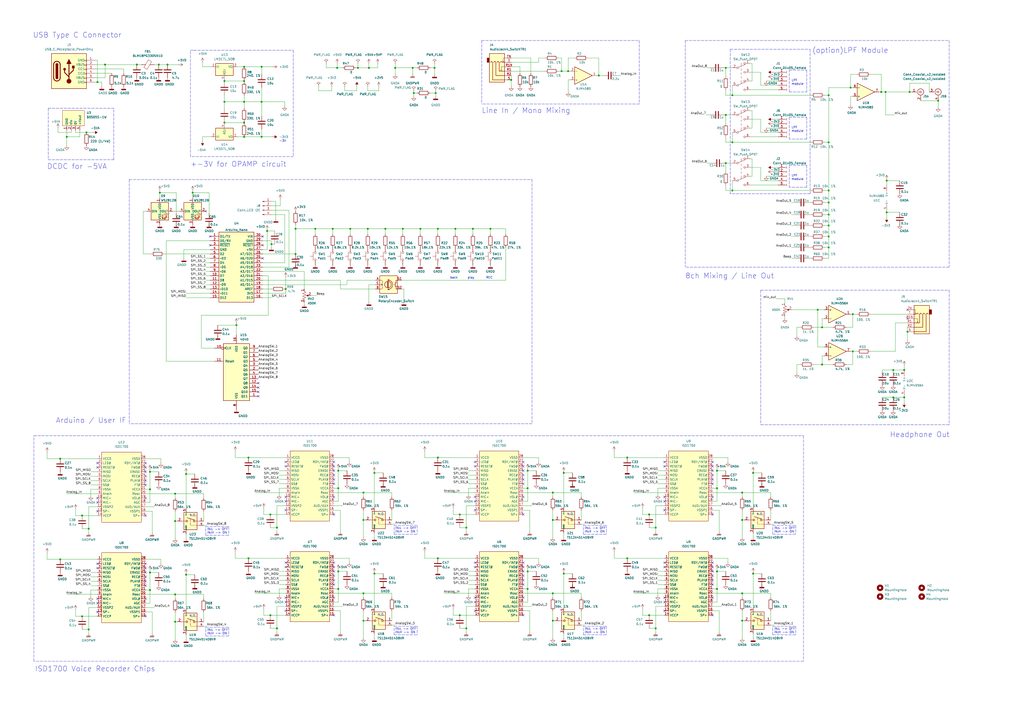
<source format=kicad_sch>
(kicad_sch (version 20211123) (generator eeschema)
  (paper "A2")
  (title_block (title "OpnBeat_proto3_v03-01") (date "2023-04-04"))
  (lib_symbols
    (symbol "4xxx:4040" (pin_names (offset 1.016))
      (property "Reference" "U" (at -7.62 16.51 0))
      (property "Value" "4040" (at -7.62 -19.05 0))
      (symbol "4040_1_0"
        (pin output line (at 12.7 -15.24 180) (length 5.08) (name "Q11") (number "1"))
        (pin input inverted_clock (at -12.7 12.7 0) (length 5.08) (name "CLK") (number "10"))
        (pin input line (at -12.7 5.08 0) (length 5.08) (name "Reset") (number "11"))
        (pin output line (at 12.7 -7.62 180) (length 5.08) (name "Q8") (number "12"))
        (pin output line (at 12.7 -5.08 180) (length 5.08) (name "Q7") (number "13"))
        (pin output line (at 12.7 -10.16 180) (length 5.08) (name "Q9") (number "14"))
        (pin output line (at 12.7 -12.7 180) (length 5.08) (name "Q10") (number "15"))
        (pin power_in line (at 0 20.32 270) (length 5.08) (name "VDD") (number "16"))
        (pin output line (at 12.7 0 180) (length 5.08) (name "Q5") (number "2"))
        (pin output line (at 12.7 2.54 180) (length 5.08) (name "Q4") (number "3"))
        (pin output line (at 12.7 -2.54 180) (length 5.08) (name "Q6") (number "4"))
        (pin output line (at 12.7 5.08 180) (length 5.08) (name "Q3") (number "5"))
        (pin output line (at 12.7 7.62 180) (length 5.08) (name "Q2") (number "6"))
        (pin output line (at 12.7 10.16 180) (length 5.08) (name "Q1") (number "7"))
        (pin power_in line (at 0 -22.86 90) (length 5.08) (name "VSS") (number "8"))
        (pin output line (at 12.7 12.7 180) (length 5.08) (name "Q0") (number "9"))
      )
    )
    (symbol "Amplifier_Operational:NE5532" (pin_names (offset 0.127))
      (property "Reference" "U" (at 0 5.08 0))
      (property "Value" "NE5532" (at 0 -5.08 0))
      (symbol "NE5532_1_1"
        (pin output line (at 7.62 0 180) (length 2.54) (name "~") (number "1"))
        (pin input line (at -7.62 -2.54 0) (length 2.54) (name "-") (number "2"))
        (pin input line (at -7.62 2.54 0) (length 2.54) (name "+") (number "3"))
      )
      (symbol "NE5532_2_1"
        (pin input line (at -7.62 2.54 0) (length 2.54) (name "+") (number "5"))
        (pin input line (at -7.62 -2.54 0) (length 2.54) (name "-") (number "6"))
        (pin output line (at 7.62 0 180) (length 2.54) (name "~") (number "7"))
      )
      (symbol "NE5532_3_1"
        (pin power_in line (at -2.54 -7.62 90) (length 3.81) (name "V-") (number "4"))
        (pin power_in line (at -2.54 7.62 270) (length 3.81) (name "V+") (number "8"))
      )
    )
    (symbol "Amplifier_Operational:NJM4556A" (pin_names (offset 0.127))
      (property "Reference" "U" (at 0 5.08 0))
      (property "Value" "NJM4556A" (at 0 -5.08 0))
      (symbol "NJM4556A_1_1"
        (pin output line (at 7.62 0 180) (length 2.54) (name "~") (number "1"))
        (pin input line (at -7.62 -2.54 0) (length 2.54) (name "-") (number "2"))
        (pin input line (at -7.62 2.54 0) (length 2.54) (name "+") (number "3"))
      )
      (symbol "NJM4556A_2_1"
        (pin input line (at -7.62 2.54 0) (length 2.54) (name "+") (number "5"))
        (pin input line (at -7.62 -2.54 0) (length 2.54) (name "-") (number "6"))
        (pin output line (at 7.62 0 180) (length 2.54) (name "~") (number "7"))
      )
      (symbol "NJM4556A_3_1"
        (pin power_in line (at -2.54 -7.62 90) (length 3.81) (name "V-") (number "4"))
        (pin power_in line (at -2.54 7.62 270) (length 3.81) (name "V+") (number "8"))
      )
    )
    (symbol "Analog_Switch:TS5A3166DBVR" (pin_names (offset 0.127))
      (property "Reference" "U" (at -3.81 6.35 0))
      (property "Value" "TS5A3166DBVR" (at 3.81 -6.35 0))
      (symbol "TS5A3166DBVR_1_1"
        (pin passive line (at -7.62 0 0) (length 2.54) (name "~") (number "1"))
        (pin passive line (at 7.62 0 180) (length 2.54) (name "~") (number "2"))
        (pin power_in line (at 2.54 -7.62 90) (length 2.54) (name "GND") (number "3"))
        (pin input line (at -7.62 -2.54 0) (length 2.54) (name "~") (number "4"))
        (pin power_in line (at 2.54 7.62 270) (length 2.54) (name "V+") (number "5"))
      )
    )
    (symbol "Connector:AudioJack4_SwitchTR1"
      (property "Reference" "J" (at 0 11.43 0))
      (property "Value" "AudioJack4_SwitchTR1" (at 0 8.89 0))
      (symbol "AudioJack4_SwitchTR1_1_1"
        (pin passive line (at 5.08 0 180) (length 2.54) (name "~") (number "R1"))
        (pin passive line (at 5.08 -2.54 180) (length 2.54) (name "~") (number "R1N"))
        (pin passive line (at 5.08 2.54 180) (length 2.54) (name "~") (number "R2"))
        (pin passive line (at 5.08 5.08 180) (length 2.54) (name "~") (number "S"))
        (pin passive line (at 5.08 -5.08 180) (length 2.54) (name "~") (number "T"))
        (pin passive line (at 5.08 -7.62 180) (length 2.54) (name "~") (number "TN"))
      )
    )
    (symbol "Connector:Conn_01x04_Male" (pin_names (offset 1.016) hide)
      (property "Reference" "J" (at 0 5.08 0))
      (property "Value" "Conn_01x04_Male" (at 0 -7.62 0))
      (symbol "Conn_01x04_Male_1_1"
        (pin passive line (at 5.08 2.54 180) (length 3.81) (name "Pin_1") (number "1"))
        (pin passive line (at 5.08 0 180) (length 3.81) (name "Pin_2") (number "2"))
        (pin passive line (at 5.08 -2.54 180) (length 3.81) (name "Pin_3") (number "3"))
        (pin passive line (at 5.08 -5.08 180) (length 3.81) (name "Pin_4") (number "4"))
      )
    )
    (symbol "Connector:Conn_01x05_Female" (pin_names (offset 1.016) hide)
      (property "Reference" "J" (at 0 7.62 0))
      (property "Value" "Conn_01x05_Female" (at 0 -7.62 0))
      (symbol "Conn_01x05_Female_1_1"
        (pin passive line (at -5.08 5.08 0) (length 3.81) (name "Pin_1") (number "1"))
        (pin passive line (at -5.08 2.54 0) (length 3.81) (name "Pin_2") (number "2"))
        (pin passive line (at -5.08 0 0) (length 3.81) (name "Pin_3") (number "3"))
        (pin passive line (at -5.08 -2.54 0) (length 3.81) (name "Pin_4") (number "4"))
        (pin passive line (at -5.08 -5.08 0) (length 3.81) (name "Pin_5") (number "5"))
      )
    )
    (symbol "Connector:Conn_Coaxial_x2_Isolated" (pin_names (offset 1.016) hide)
      (property "Reference" "J" (at 0.254 3.048 0))
      (property "Value" "Conn_Coaxial_x2_Isolated" (at 2.921 0 90))
      (symbol "Conn_Coaxial_x2_Isolated_1_1"
        (pin passive line (at -5.08 0 0) (length 2.54) (name "In1") (number "1"))
        (pin passive line (at 0 -5.08 90) (length 2.54) (name "Ext1") (number "2"))
      )
      (symbol "Conn_Coaxial_x2_Isolated_2_1"
        (pin passive line (at -5.08 0 0) (length 2.54) (name "In2") (number "3"))
        (pin passive line (at 0 -5.08 90) (length 2.54) (name "Ext2") (number "4"))
      )
    )
    (symbol "DCDC_B0505S:B0505S-1W"
      (property "Reference" "U" (at -5.08 7.62 0))
      (property "Value" "B0505S-1W" (at 0 5.08 0))
      (symbol "B0505S-1W_1_1"
        (pin power_in line (at -3.81 -7.62 90) (length 2.54) (name "GND") (number "1"))
        (pin power_in line (at -1.27 -7.62 90) (length 2.54) (name "Vin") (number "2"))
        (pin power_in line (at 1.27 -7.62 90) (length 2.54) (name "0V") (number "3"))
        (pin power_out line (at 3.81 -7.62 90) (length 2.54) (name "+Vout") (number "4"))
      )
    )
    (symbol "Device:C" (pin_numbers hide) (pin_names (offset 0.254))
      (property "Reference" "C" (at 0.635 2.54 0))
      (property "Value" "C" (at 0.635 -2.54 0))
      (symbol "C_1_1"
        (pin passive line (at 0 3.81 270) (length 2.794) (name "~") (number "1"))
        (pin passive line (at 0 -3.81 90) (length 2.794) (name "~") (number "2"))
      )
    )
    (symbol "Device:FerriteBead" (pin_numbers hide) (pin_names (offset 0))
      (property "Reference" "FB" (at -3.81 0.635 90))
      (property "Value" "FerriteBead" (at 3.81 0 90))
      (symbol "FerriteBead_1_1"
        (pin passive line (at 0 3.81 270) (length 2.54) (name "~") (number "1"))
        (pin passive line (at 0 -3.81 90) (length 2.54) (name "~") (number "2"))
      )
    )
    (symbol "Device:R" (pin_numbers hide) (pin_names (offset 0))
      (property "Reference" "R" (at 2.032 0 90))
      (property "Value" "R" (at 0 0 90))
      (symbol "R_1_1"
        (pin passive line (at 0 3.81 270) (length 1.27) (name "~") (number "1"))
        (pin passive line (at 0 -3.81 90) (length 1.27) (name "~") (number "2"))
      )
    )
    (symbol "Device:R_Potentiometer_US" (pin_names (offset 1.016) hide)
      (property "Reference" "RV" (at -4.445 0 90))
      (property "Value" "R_Potentiometer_US" (at -2.54 0 90))
      (symbol "R_Potentiometer_US_1_1"
        (pin passive line (at 0 3.81 270) (length 1.27) (name "1") (number "1"))
        (pin passive line (at 3.81 0 180) (length 1.27) (name "2") (number "2"))
        (pin passive line (at 0 -3.81 90) (length 1.27) (name "3") (number "3"))
      )
    )
    (symbol "Device:RotaryEncoder_Switch" (pin_names (offset 0.254) hide)
      (property "Reference" "SW" (at 0 6.604 0))
      (property "Value" "RotaryEncoder_Switch" (at 0 -6.604 0))
      (symbol "RotaryEncoder_Switch_1_1"
        (pin passive line (at -7.62 2.54 0) (length 2.54) (name "A") (number "A"))
        (pin passive line (at -7.62 -2.54 0) (length 2.54) (name "B") (number "B"))
        (pin passive line (at -7.62 0 0) (length 2.54) (name "C") (number "C"))
        (pin passive line (at 7.62 2.54 180) (length 2.54) (name "S1") (number "S1"))
        (pin passive line (at 7.62 -2.54 180) (length 2.54) (name "S2") (number "S2"))
      )
    )
    (symbol "ISD1700:ISD1700"
      (property "Reference" "U" (at -10.16 22.86 0))
      (property "Value" "ISD1700" (at 0 0 0))
      (symbol "ISD1700_1_1"
        (pin power_in line (at -13.97 17.78 0) (length 2.54) (name "VCCD") (number "1"))
        (pin input line (at -13.97 -5.08 0) (length 2.54) (name "MIC+") (number "10"))
        (pin input line (at -13.97 -7.62 0) (length 2.54) (name "MIC-") (number "11"))
        (pin power_in line (at -13.97 -10.16 0) (length 2.54) (name "VSSP2") (number "12"))
        (pin output line (at -13.97 -12.7 0) (length 2.54) (name "SP-") (number "13"))
        (pin power_in line (at -13.97 -15.24 0) (length 2.54) (name "VCCP") (number "14"))
        (pin output line (at 13.97 -15.24 180) (length 2.54) (name "SP+") (number "15"))
        (pin power_in line (at 13.97 -12.7 180) (length 2.54) (name "VSSP1") (number "16"))
        (pin output line (at 13.97 -10.16 180) (length 2.54) (name "AUD/AUX") (number "17"))
        (pin input line (at 13.97 -7.62 180) (length 2.54) (name "AGC") (number "18"))
        (pin input line (at 13.97 -5.08 180) (length 2.54) (name "VOL#") (number "19"))
        (pin output line (at -13.97 15.24 0) (length 2.54) (name "LED#") (number "2"))
        (pin input line (at 13.97 -2.54 180) (length 2.54) (name "Rosc") (number "20"))
        (pin power_in line (at 13.97 0 180) (length 2.54) (name "VCCA") (number "21"))
        (pin input line (at 13.97 2.54 180) (length 2.54) (name "FT#") (number "22"))
        (pin output line (at 13.97 5.08 180) (length 2.54) (name "PLAY#") (number "23"))
        (pin input line (at 13.97 7.62 180) (length 2.54) (name "REC#") (number "24"))
        (pin input line (at 13.97 10.16 180) (length 2.54) (name "ERASE") (number "25"))
        (pin input line (at 13.97 12.7 180) (length 2.54) (name "FWD#") (number "26"))
        (pin input line (at 13.97 15.24 180) (length 2.54) (name "RDY/INT#") (number "27"))
        (pin power_in line (at 13.97 17.78 180) (length 2.54) (name "VSSD") (number "28"))
        (pin input line (at -13.97 12.7 0) (length 2.54) (name "RESET#") (number "3"))
        (pin bidirectional line (at -13.97 10.16 0) (length 2.54) (name "MISO") (number "4"))
        (pin bidirectional line (at -13.97 7.62 0) (length 2.54) (name "MOSI") (number "5"))
        (pin input line (at -13.97 5.08 0) (length 2.54) (name "SCLK") (number "6"))
        (pin input line (at -13.97 2.54 0) (length 2.54) (name "SS#") (number "7"))
        (pin power_in line (at -13.97 0 0) (length 2.54) (name "VSSA") (number "8"))
        (pin input line (at -13.97 -2.54 0) (length 2.54) (name "AnaIn") (number "9"))
      )
    )
    (symbol "LED:WS2812B" (pin_names (offset 0.254))
      (property "Reference" "D" (at 5.08 5.715 0))
      (property "Value" "WS2812B" (at 1.27 -5.715 0))
      (symbol "WS2812B_0_0"
        (text "RGB" (at 2.286 -4.191 0) (effects (font (size 0.762 0.762))))
      )
      (symbol "WS2812B_1_1"
        (pin power_in line (at 0 7.62 270) (length 2.54) (name "VDD") (number "1"))
        (pin output line (at 7.62 0 180) (length 2.54) (name "DOUT") (number "2"))
        (pin power_in line (at 0 -7.62 90) (length 2.54) (name "VSS") (number "3"))
        (pin input line (at -7.62 0 0) (length 2.54) (name "DIN") (number "4"))
      )
    )
    (symbol "Mechanical:MountingHole" (pin_names (offset 1.016))
      (property "Reference" "H" (at 0 5.08 0))
      (property "Value" "MountingHole" (at 0 3.175 0))
    )
    (symbol "Regulator_Linear:LM317L_SO8" (pin_names (offset 0.254))
      (property "Reference" "U" (at -3.81 3.175 0))
      (property "Value" "LM317L_SO8" (at 0 3.175 0))
      (symbol "LM317L_SO8_1_1"
        (pin power_in line (at -7.62 0 0) (length 2.54) (name "VI") (number "1"))
        (pin power_out line (at 7.62 0 180) (length 2.54) (name "VO") (number "2"))
        (pin passive line (at 7.62 0 180) (length 2.54) hide (name "VO") (number "3"))
        (pin input line (at 0 -7.62 90) (length 2.54) (name "ADJ") (number "4"))
        (pin no_connect line (at -7.62 -2.54 0) (length 2.54) hide (name "NC") (number "5"))
        (pin passive line (at 7.62 0 180) (length 2.54) hide (name "VO") (number "6"))
        (pin passive line (at 7.62 0 180) (length 2.54) hide (name "VO") (number "7"))
        (pin no_connect line (at 7.62 -2.54 180) (length 2.54) hide (name "NC") (number "8"))
      )
    )
    (symbol "Regulator_Linear:LM337L_SO8" (pin_names (offset 0.254))
      (property "Reference" "U" (at -3.81 -3.175 0))
      (property "Value" "LM337L_SO8" (at 0 -3.175 0))
      (symbol "LM337L_SO8_1_1"
        (pin power_out line (at 7.62 0 180) (length 2.54) (name "VO") (number "1"))
        (pin power_in line (at -7.62 0 0) (length 2.54) (name "VI") (number "2"))
        (pin passive line (at -7.62 0 0) (length 2.54) hide (name "VI") (number "3"))
        (pin input line (at 0 7.62 270) (length 2.54) (name "ADJ") (number "4"))
        (pin no_connect line (at -7.62 2.54 0) (length 2.54) hide (name "NC") (number "5"))
        (pin passive line (at -7.62 0 0) (length 2.54) hide (name "VI") (number "6"))
        (pin passive line (at -7.62 0 0) (length 2.54) hide (name "VI") (number "7"))
        (pin no_connect line (at 7.62 2.54 180) (length 2.54) hide (name "NC") (number "8"))
      )
    )
    (symbol "Switch:SW_Push" (pin_numbers hide) (pin_names (offset 1.016) hide)
      (property "Reference" "SW" (at 1.27 2.54 0))
      (property "Value" "SW_Push" (at 0 -1.524 0))
      (symbol "SW_Push_0_1"
        (pin passive line (at -5.08 0 0) (length 2.54) (name "1") (number "1"))
        (pin passive line (at 5.08 0 180) (length 2.54) (name "2") (number "2"))
      )
    )
    (symbol "Switch:SW_Push_DPDT" (pin_names (offset 0) hide)
      (property "Reference" "SW" (at 0 8.89 0))
      (property "Value" "SW_Push_DPDT" (at 0 -10.16 0))
      (symbol "SW_Push_DPDT_1_1"
        (pin passive line (at 5.08 7.62 180) (length 2.54) (name "A") (number "1"))
        (pin passive line (at -5.08 5.08 0) (length 2.54) (name "B") (number "2"))
        (pin passive line (at 5.08 2.54 180) (length 2.54) (name "C") (number "3"))
        (pin passive line (at 5.08 -2.54 180) (length 2.54) (name "A") (number "4"))
        (pin passive line (at -5.08 -5.08 0) (length 2.54) (name "B") (number "5"))
        (pin passive line (at 5.08 -7.62 180) (length 2.54) (name "C") (number "6"))
      )
    )
    (symbol "USB C only power:USB_C_Receptacle_PowerOnly" (pin_names (offset 1.016))
      (property "Reference" "J" (at -10.16 19.05 0))
      (property "Value" "USB_C_Receptacle_PowerOnly" (at 19.05 19.05 0))
      (symbol "USB_C_Receptacle_PowerOnly_1_1"
        (pin passive line (at 15.24 13.97 180) (length 5.08) (name "GND") (number "1"))
        (pin passive line (at 15.24 11.43 180) (length 5.08) (name "VBUS") (number "2"))
        (pin bidirectional line (at 15.24 8.89 180) (length 5.08) (name "CC1") (number "3"))
        (pin bidirectional line (at 15.24 6.35 180) (length 5.08) (name "CC2") (number "4"))
        (pin passive line (at 15.24 3.81 180) (length 5.08) (name "VBUS") (number "5"))
        (pin passive line (at 15.24 1.27 180) (length 5.08) (name "GND") (number "6"))
      )
    )
    (symbol "arduino:Arduino_Nano"
      (property "Reference" "U" (at -10.16 24.13 0))
      (property "Value" "Arduino_Nano" (at -10.16 22.86 0))
      (symbol "Arduino_Nano_1_1"
        (pin bidirectional line (at -15.24 17.78 0) (length 5.08) (name "D1/TX") (number "1"))
        (pin bidirectional line (at -15.24 -5.08 0) (length 5.08) (name "D7") (number "10"))
        (pin bidirectional line (at -15.24 -7.62 0) (length 5.08) (name "D8") (number "11"))
        (pin bidirectional line (at -15.24 -10.16 0) (length 5.08) (name "~D9") (number "12"))
        (pin bidirectional line (at -15.24 -12.7 0) (length 5.08) (name "~D10") (number "13"))
        (pin bidirectional line (at -15.24 -15.24 0) (length 5.08) (name "~D11") (number "14"))
        (pin bidirectional line (at -15.24 -17.78 0) (length 5.08) (name "D12") (number "15"))
        (pin bidirectional line (at 15.24 -17.78 180) (length 5.08) (name "D13") (number "16"))
        (pin power_out line (at 15.24 -15.24 180) (length 5.08) (name "3V3") (number "17"))
        (pin input line (at 15.24 -12.7 180) (length 5.08) (name "AREF") (number "18"))
        (pin bidirectional line (at 15.24 -10.16 180) (length 5.08) (name "A0/D14") (number "19"))
        (pin bidirectional line (at -15.24 15.24 0) (length 5.08) (name "D0/RX") (number "2"))
        (pin bidirectional line (at 15.24 -7.62 180) (length 5.08) (name "A1/D15") (number "20"))
        (pin bidirectional line (at 15.24 -5.08 180) (length 5.08) (name "A2/D16") (number "21"))
        (pin bidirectional line (at 15.24 -2.54 180) (length 5.08) (name "A3/D17") (number "22"))
        (pin bidirectional line (at 15.24 0 180) (length 5.08) (name "A4/D18") (number "23"))
        (pin bidirectional line (at 15.24 2.54 180) (length 5.08) (name "A5/D19") (number "24"))
        (pin bidirectional line (at 15.24 5.08 180) (length 5.08) (name "A6/D20") (number "25"))
        (pin bidirectional line (at 15.24 7.62 180) (length 5.08) (name "A7/D21") (number "26"))
        (pin power_out line (at 15.24 10.16 180) (length 5.08) (name "+5V") (number "27"))
        (pin input line (at 15.24 12.7 180) (length 5.08) (name "~{RESET}") (number "28"))
        (pin power_in line (at 15.24 15.24 180) (length 5.08) (name "GND") (number "29"))
        (pin input line (at -15.24 12.7 0) (length 5.08) (name "~{RESET}") (number "3"))
        (pin power_in line (at 15.24 17.78 180) (length 5.08) (name "VIN") (number "30"))
        (pin power_in line (at -15.24 10.16 0) (length 5.08) (name "GND") (number "4"))
        (pin bidirectional line (at -15.24 7.62 0) (length 5.08) (name "D2") (number "5"))
        (pin bidirectional line (at -15.24 5.08 0) (length 5.08) (name "~D3") (number "6"))
        (pin bidirectional line (at -15.24 2.54 0) (length 5.08) (name "D4") (number "7"))
        (pin bidirectional line (at -15.24 0 0) (length 5.08) (name "~D5") (number "8"))
        (pin bidirectional line (at -15.24 -2.54 0) (length 5.08) (name "~D6") (number "9"))
      )
    )
    (symbol "power:+2V5" (power) (pin_names (offset 0))
      (property "Value" "+2V5" (at 0 3.556 0))
      (symbol "+2V5_1_1"
        (pin power_in line (at 0 0 90) (length 0) hide (name "+2V5") (number "1"))
      )
    )
    (symbol "power:+3V0" (power) (pin_names (offset 0))
      (property "Value" "+3V0" (at 0 3.556 0))
      (symbol "+3V0_1_1"
        (pin power_in line (at 0 0 90) (length 0) hide (name "+3V0") (number "1"))
      )
    )
    (symbol "power:+3V3" (power) (pin_names (offset 0))
      (property "Value" "+3V3" (at 0 3.556 0))
      (symbol "+3V3_1_1"
        (pin power_in line (at 0 0 90) (length 0) hide (name "+3V3") (number "1"))
      )
    )
    (symbol "power:+5VA" (power) (pin_names (offset 0))
      (property "Value" "+5VA" (at 0 3.556 0))
      (symbol "+5VA_1_1"
        (pin power_in line (at 0 0 90) (length 0) hide (name "+5VA") (number "1"))
      )
    )
    (symbol "power:+5VD" (power) (pin_names (offset 0))
      (property "Value" "+5VD" (at 0 3.556 0))
      (symbol "+5VD_1_1"
        (pin power_in line (at 0 0 90) (length 0) hide (name "+5VD") (number "1"))
      )
    )
    (symbol "power:+5VP" (power) (pin_names (offset 0))
      (property "Value" "+5VP" (at 0 3.556 0))
      (symbol "+5VP_1_1"
        (pin power_in line (at 0 0 90) (length 0) hide (name "+5VP") (number "1"))
      )
    )
    (symbol "power:-3V3" (power) (pin_names (offset 0))
      (property "Value" "-3V3" (at 0 3.81 0))
      (symbol "-3V3_0_0"
        (pin power_in line (at 0 0 90) (length 0) hide (name "-3V3") (number "1"))
      )
    )
    (symbol "power:-5VA" (power) (pin_names (offset 0))
      (property "Value" "-5VA" (at 0 3.81 0))
      (symbol "-5VA_0_0"
        (pin power_in line (at 0 0 90) (length 0) hide (name "-5VA") (number "1"))
      )
    )
    (symbol "power:GNDA" (power) (pin_names (offset 0))
      (property "Value" "GNDA" (at 0 -3.81 0))
      (symbol "GNDA_1_1"
        (pin power_in line (at 0 0 270) (length 0) hide (name "GNDA") (number "1"))
      )
    )
    (symbol "power:GNDD" (power) (pin_names (offset 0))
      (property "Value" "GNDD" (at 0 -3.175 0))
      (symbol "GNDD_1_1"
        (pin power_in line (at 0 0 270) (length 0) hide (name "GNDD") (number "1"))
      )
    )
    (symbol "power:GNDPWR" (power) (pin_names (offset 0))
      (property "Value" "GNDPWR" (at 0 -3.302 0))
      (symbol "GNDPWR_1_1"
        (pin power_in line (at 0 0 270) (length 0) hide (name "GNDPWR") (number "1"))
      )
    )
    (symbol "power:PWR_FLAG" (power) (pin_numbers hide) (pin_names (offset 0) hide)
      (property "Value" "PWR_FLAG" (at 0 3.81 0))
      (symbol "PWR_FLAG_0_0"
        (pin power_out line (at 0 0 90) (length 0) (name "pwr") (number "1"))
      )
    )
  )
  (junction (at 34.925 324.485))
  (junction (at 436.88 332.74))
  (junction (at 141.605 46.99))
  (junction (at 376.555 298.45))
  (junction (at 424.815 82.55))
  (junction (at 430.53 285.75))
  (junction (at 92.075 37.465))
  (junction (at 151.765 79.375))
  (junction (at 141.605 79.375))
  (junction (at 50.165 76.835))
  (junction (at 254 132.715))
  (junction (at 137.16 188.595))
  (junction (at 60.96 37.465))
  (junction (at 421.005 94.615))
  (junction (at 196.215 283.21))
  (junction (at 196.215 273.05))
  (junction (at 101.6 360.68))
  (junction (at 436.88 274.32))
  (junction (at 347.345 43.815))
  (junction (at 233.68 132.715))
  (junction (at 86.995 332.105))
  (junction (at 424.815 55.245))
  (junction (at 430.53 360.045))
  (junction (at 526.415 192.405))
  (junction (at 157.48 141.605))
  (junction (at 171.45 132.715))
  (junction (at 480.695 143.51))
  (junction (at 182.88 132.715))
  (junction (at 363.855 265.43))
  (junction (at 165.735 167.64))
  (junction (at 270.51 364.49))
  (junction (at 101.6 344.805))
  (junction (at 141.605 38.735))
  (junction (at 47.625 299.085))
  (junction (at 306.07 283.21))
  (junction (at 38.735 79.375))
  (junction (at 493.395 50.8))
  (junction (at 111.76 111.76))
  (junction (at 151.765 59.055))
  (junction (at 254 323.85))
  (junction (at 34.925 266.065))
  (junction (at 270.51 306.07))
  (junction (at 284.48 132.715))
  (junction (at 171.45 147.32))
  (junction (at 86.995 342.265))
  (junction (at 527.685 53.34))
  (junction (at 252.095 39.37))
  (junction (at 494.665 203.835))
  (junction (at 480.695 110.49))
  (junction (at 229.235 39.37))
  (junction (at 130.175 59.055))
  (junction (at 327.025 332.74))
  (junction (at 380.365 364.49))
  (junction (at 415.925 341.63))
  (junction (at 524.51 214.63))
  (junction (at 325.755 41.275))
  (junction (at 130.175 46.99))
  (junction (at 223.52 132.715))
  (junction (at 107.95 274.955))
  (junction (at 480.695 82.55))
  (junction (at 144.145 323.85))
  (junction (at 160.655 364.49))
  (junction (at 424.815 110.49))
  (junction (at 421.005 39.37))
  (junction (at 213.995 39.37))
  (junction (at 476.885 211.455))
  (junction (at 415.925 331.47))
  (junction (at 480.695 117.475))
  (junction (at 97.155 37.465))
  (junction (at 363.855 323.85))
  (junction (at 430.53 301.625))
  (junction (at 210.82 360.045))
  (junction (at 544.195 58.42))
  (junction (at 144.145 265.43))
  (junction (at 252.73 53.975))
  (junction (at 196.215 341.63))
  (junction (at 376.555 356.87))
  (junction (at 210.82 301.625))
  (junction (at 264.16 132.715))
  (junction (at 213.36 132.715))
  (junction (at 203.2 132.715))
  (junction (at 243.84 132.715))
  (junction (at 524.51 230.505))
  (junction (at 51.435 306.705))
  (junction (at 518.16 230.505))
  (junction (at 56.515 47.625))
  (junction (at 480.695 55.245))
  (junction (at 193.04 132.715))
  (junction (at 306.07 341.63))
  (junction (at 266.7 356.87))
  (junction (at 514.35 104.775))
  (junction (at 154.94 133.985))
  (junction (at 306.07 331.47))
  (junction (at 217.17 274.32))
  (junction (at 86.995 273.685))
  (junction (at 240.03 53.975))
  (junction (at 141.605 71.12))
  (junction (at 494.665 182.245))
  (junction (at 513.715 53.34))
  (junction (at 266.7 298.45))
  (junction (at 101.6 302.26))
  (junction (at 196.215 331.47))
  (junction (at 254 265.43))
  (junction (at 151.765 38.735))
  (junction (at 130.175 71.12))
  (junction (at 156.845 356.87))
  (junction (at 421.005 66.675))
  (junction (at 518.16 214.63))
  (junction (at 239.395 39.37))
  (junction (at 51.435 365.125))
  (junction (at 210.82 285.75))
  (junction (at 156.845 298.45))
  (junction (at 160.655 306.07))
  (junction (at 210.82 344.17))
  (junction (at 380.365 306.07))
  (junction (at 195.58 39.37))
  (junction (at 320.675 344.17))
  (junction (at 217.17 332.74))
  (junction (at 480.695 124.46))
  (junction (at 480.695 130.81))
  (junction (at 430.53 344.17))
  (junction (at 141.605 59.055))
  (junction (at 480.695 137.16))
  (junction (at 327.025 274.32))
  (junction (at 306.07 273.05))
  (junction (at 329.565 41.275))
  (junction (at 514.35 123.19))
  (junction (at 47.625 357.505))
  (junction (at 296.545 46.355))
  (junction (at 320.675 360.045))
  (junction (at 320.675 285.75))
  (junction (at 476.885 189.865))
  (junction (at 207.645 39.37))
  (junction (at 101.6 286.385))
  (junction (at 92.71 111.76))
  (junction (at 86.995 283.845))
  (junction (at 511.175 53.34))
  (junction (at 415.925 273.05))
  (junction (at 320.675 301.625))
  (junction (at 79.375 37.465))
  (junction (at 107.95 333.375))
  (junction (at 415.925 283.21))
  (junction (at 274.32 132.715))
  (junction (at 474.345 179.705))
  (no_connect (at 275.59 267.97))
  (no_connect (at 193.675 336.55))
  (no_connect (at 165.735 328.93))
  (no_connect (at 193.675 275.59))
  (no_connect (at 275.59 326.39))
  (no_connect (at 303.53 356.87))
  (no_connect (at 385.445 346.71))
  (no_connect (at 303.53 339.09))
  (no_connect (at 385.445 349.25))
  (no_connect (at 413.385 336.55))
  (no_connect (at 165.735 346.71))
  (no_connect (at 413.385 334.01))
  (no_connect (at 385.445 328.93))
  (no_connect (at 84.455 347.345))
  (no_connect (at 165.735 290.83))
  (no_connect (at 193.675 288.29))
  (no_connect (at 385.445 290.83))
  (no_connect (at 413.385 328.93))
  (no_connect (at 84.455 357.505))
  (no_connect (at 413.385 346.71))
  (no_connect (at 303.53 275.59))
  (no_connect (at 193.675 334.01))
  (no_connect (at 56.515 329.565))
  (no_connect (at 165.735 354.33))
  (no_connect (at 385.445 270.51))
  (no_connect (at 413.385 339.09))
  (no_connect (at 303.53 336.55))
  (no_connect (at 193.675 278.13))
  (no_connect (at 303.53 326.39))
  (no_connect (at 193.675 270.51))
  (no_connect (at 165.735 267.97))
  (no_connect (at 303.53 270.51))
  (no_connect (at 56.515 354.965))
  (no_connect (at 149.86 224.79))
  (no_connect (at 149.86 229.87))
  (no_connect (at 149.86 227.33))
  (no_connect (at 149.86 222.25))
  (no_connect (at 275.59 354.33))
  (no_connect (at 165.735 326.39))
  (no_connect (at 56.515 268.605))
  (no_connect (at 303.53 331.47))
  (no_connect (at 303.53 334.01))
  (no_connect (at 121.92 142.24))
  (no_connect (at 152.4 142.24))
  (no_connect (at 152.4 137.16))
  (no_connect (at 121.92 137.16))
  (no_connect (at 165.735 270.51))
  (no_connect (at 152.4 149.86))
  (no_connect (at 303.53 273.05))
  (no_connect (at 193.675 328.93))
  (no_connect (at 275.59 288.29))
  (no_connect (at 413.385 273.05))
  (no_connect (at 413.385 326.39))
  (no_connect (at 193.675 273.05))
  (no_connect (at 275.59 346.71))
  (no_connect (at 84.455 276.225))
  (no_connect (at 84.455 268.605))
  (no_connect (at 84.455 288.925))
  (no_connect (at 84.455 273.685))
  (no_connect (at 84.455 271.145))
  (no_connect (at 84.455 278.765))
  (no_connect (at 84.455 281.305))
  (no_connect (at 56.515 349.885))
  (no_connect (at 413.385 267.97))
  (no_connect (at 193.675 346.71))
  (no_connect (at 385.445 288.29))
  (no_connect (at 303.53 280.67))
  (no_connect (at 193.675 267.97))
  (no_connect (at 303.53 346.71))
  (no_connect (at 56.515 291.465))
  (no_connect (at 56.515 288.925))
  (no_connect (at 84.455 337.185))
  (no_connect (at 275.59 295.91))
  (no_connect (at 165.735 295.91))
  (no_connect (at 193.675 331.47))
  (no_connect (at 385.445 354.33))
  (no_connect (at 275.59 349.25))
  (no_connect (at 165.735 349.25))
  (no_connect (at 413.385 331.47))
  (no_connect (at 193.675 339.09))
  (no_connect (at 526.415 184.785))
  (no_connect (at 526.415 179.705))
  (no_connect (at 56.515 347.345))
  (no_connect (at 303.53 278.13))
  (no_connect (at 413.385 356.87))
  (no_connect (at 56.515 327.025))
  (no_connect (at 193.675 356.87))
  (no_connect (at 193.675 326.39))
  (no_connect (at 303.53 267.97))
  (no_connect (at 275.59 328.93))
  (no_connect (at 413.385 298.45))
  (no_connect (at 275.59 270.51))
  (no_connect (at 193.675 298.45))
  (no_connect (at 84.455 339.725))
  (no_connect (at 165.735 288.29))
  (no_connect (at 385.445 295.91))
  (no_connect (at 413.385 288.29))
  (no_connect (at 385.445 326.39))
  (no_connect (at 413.385 278.13))
  (no_connect (at 119.38 122.555))
  (no_connect (at 193.675 280.67))
  (no_connect (at 303.53 298.45))
  (no_connect (at 303.53 288.29))
  (no_connect (at 413.385 270.51))
  (no_connect (at 84.455 329.565))
  (no_connect (at 84.455 334.645))
  (no_connect (at 413.385 275.59))
  (no_connect (at 84.455 299.085))
  (no_connect (at 56.515 271.145))
  (no_connect (at 56.515 296.545))
  (no_connect (at 385.445 267.97))
  (no_connect (at 275.59 290.83))
  (no_connect (at 413.385 280.67))
  (no_connect (at 84.455 332.105))
  (no_connect (at 84.455 327.025))
  (no_connect (at 303.53 328.93))
  (wire (pts (xy 474.345 179.705) (xy 478.155 179.705)))
  (wire (pts (xy 113.03 281.305) (xy 113.03 282.575)))
  (wire (pts (xy 86.995 342.265) (xy 86.995 349.885)))
  (wire (pts (xy 217.805 165.1) (xy 213.995 165.1)))
  (wire (pts (xy 121.285 111.76) (xy 111.76 111.76)))
  (wire (pts (xy 381.635 275.59) (xy 385.445 275.59)))
  (wire (pts (xy 217.17 274.32) (xy 217.17 294.005)))
  (wire (pts (xy 381.635 273.05) (xy 385.445 273.05)))
  (wire (pts (xy 126.365 194.945) (xy 126.365 196.215)))
  (wire (pts (xy 521.97 104.775) (xy 514.35 104.775)))
  (wire (pts (xy 303.53 285.75) (xy 320.675 285.75)))
  (wire (pts (xy 303.53 354.33) (xy 307.34 354.33)))
  (wire (pts (xy 38.735 75.565) (xy 38.735 79.375)))
  (wire (pts (xy 136.525 320.04) (xy 136.525 323.85)))
  (wire (pts (xy 102.235 111.76) (xy 92.71 111.76)))
  (wire (pts (xy 474.345 179.705) (xy 474.345 201.295)))
  (wire (pts (xy 52.705 276.225) (xy 56.515 276.225)))
  (wire (pts (xy 160.655 351.79) (xy 165.735 351.79)))
  (wire (pts (xy 192.405 52.705) (xy 192.405 50.165)))
  (wire (pts (xy 200.025 52.705) (xy 207.01 52.705)))
  (wire (pts (xy 480.695 82.55) (xy 480.695 110.49)))
  (wire (pts (xy 184.785 50.165) (xy 184.785 52.705)))
  (wire (pts (xy 84.455 342.265) (xy 86.995 342.265)))
  (wire (pts (xy 161.925 273.05) (xy 165.735 273.05)))
  (wire (pts (xy 51.435 306.705) (xy 51.435 309.245)))
  (wire (pts (xy 165.735 167.64) (xy 165.735 160.655)))
  (wire (pts (xy 421.005 94.615) (xy 424.815 94.615)))
  (wire (pts (xy 293.37 143.51) (xy 293.37 162.56)))
  (wire (pts (xy 52.705 334.645) (xy 56.515 334.645)))
  (wire (pts (xy 459.105 149.86) (xy 461.645 149.86)))
  (wire (pts (xy 296.545 33.655) (xy 307.975 33.655)))
  (wire (pts (xy 303.53 283.21) (xy 306.07 283.21)))
  (wire (pts (xy 84.455 296.545) (xy 88.265 296.545)))
  (wire (pts (xy 413.385 323.85) (xy 422.275 323.85)))
  (polyline (pts (xy 461.645 304.8) (xy 461.645 309.88)))
  (wire (pts (xy 296.545 41.275) (xy 316.23 41.275)))
  (wire (pts (xy 118.11 304.8) (xy 120.015 304.8)))
  (wire (pts (xy 60.96 37.465) (xy 79.375 37.465)))
  (wire (pts (xy 447.04 285.75) (xy 447.04 288.29)))
  (wire (pts (xy 327.025 332.74) (xy 327.025 352.425)))
  (wire (pts (xy 372.745 294.64) (xy 372.745 298.45)))
  (wire (pts (xy 136.525 323.85) (xy 144.145 323.85)))
  (wire (pts (xy 56.515 283.845) (xy 52.705 283.845)))
  (wire (pts (xy 476.885 211.455) (xy 483.235 211.455)))
  (wire (pts (xy 455.295 173.355) (xy 455.295 175.895)))
  (wire (pts (xy 271.78 280.67) (xy 275.59 280.67)))
  (wire (pts (xy 141.605 71.12) (xy 141.605 70.485)))
  (wire (pts (xy 312.42 36.195) (xy 312.42 33.655)))
  (wire (pts (xy 444.5 74.295) (xy 451.485 74.295)))
  (wire (pts (xy 480.695 143.51) (xy 480.695 149.86)))
  (wire (pts (xy 239.395 39.37) (xy 241.935 39.37)))
  (wire (pts (xy 306.07 283.21) (xy 306.07 290.83)))
  (wire (pts (xy 217.17 274.32) (xy 222.25 274.32)))
  (wire (pts (xy 227.33 304.165) (xy 229.235 304.165)))
  (wire (pts (xy 111.76 111.76) (xy 111.76 114.935)))
  (wire (pts (xy 43.815 299.085) (xy 47.625 299.085)))
  (wire (pts (xy 493.395 50.8) (xy 480.695 50.8)))
  (wire (pts (xy 296.545 38.735) (xy 301.625 38.735)))
  (polyline (pts (xy 66.04 92.71) (xy 66.04 62.865)))
  (wire (pts (xy 413.385 293.37) (xy 418.465 293.37)))
  (wire (pts (xy 210.82 295.91) (xy 210.82 301.625)))
  (wire (pts (xy 234.315 167.64) (xy 234.315 175.26)))
  (wire (pts (xy 59.055 50.165) (xy 59.055 47.625)))
  (wire (pts (xy 284.48 132.715) (xy 284.48 135.89)))
  (wire (pts (xy 84.455 352.425) (xy 89.535 352.425)))
  (wire (pts (xy 102.235 123.825) (xy 102.235 111.76)))
  (wire (pts (xy 160.655 351.79) (xy 160.655 364.49)))
  (wire (pts (xy 303.53 295.91) (xy 307.34 295.91)))
  (wire (pts (xy 478.155 110.49) (xy 480.695 110.49)))
  (wire (pts (xy 436.245 64.135) (xy 436.245 74.295)))
  (wire (pts (xy 47.625 306.705) (xy 51.435 306.705)))
  (wire (pts (xy 117.475 38.735) (xy 122.555 38.735)))
  (polyline (pts (xy 112.395 29.21) (xy 170.18 29.21)))
  (wire (pts (xy 161.925 275.59) (xy 165.735 275.59)))
  (wire (pts (xy 436.245 74.295) (xy 434.975 74.295)))
  (wire (pts (xy 266.7 356.87) (xy 275.59 356.87)))
  (wire (pts (xy 130.175 59.055) (xy 130.175 62.865)))
  (wire (pts (xy 493.395 43.18) (xy 493.395 50.8)))
  (wire (pts (xy 380.365 293.37) (xy 380.365 306.07)))
  (polyline (pts (xy 467.995 108.585) (xy 457.835 108.585)))
  (wire (pts (xy 441.325 76.835) (xy 451.485 76.835)))
  (wire (pts (xy 312.42 323.85) (xy 312.42 326.39)))
  (wire (pts (xy 450.215 173.355) (xy 455.295 173.355)))
  (wire (pts (xy 271.78 339.09) (xy 275.59 339.09)))
  (wire (pts (xy 257.81 285.75) (xy 275.59 285.75)))
  (wire (pts (xy 119.38 152.4) (xy 121.92 152.4)))
  (wire (pts (xy 161.925 341.63) (xy 161.925 345.44)))
  (wire (pts (xy 519.43 187.325) (xy 526.415 187.325)))
  (wire (pts (xy 415.925 273.05) (xy 421.005 273.05)))
  (wire (pts (xy 254 132.715) (xy 254 135.89)))
  (wire (pts (xy 38.735 84.455) (xy 38.735 79.375)))
  (polyline (pts (xy 27.94 62.865) (xy 27.94 92.71)))
  (wire (pts (xy 233.045 167.64) (xy 234.315 167.64)))
  (wire (pts (xy 147.955 344.17) (xy 165.735 344.17)))
  (wire (pts (xy 332.105 339.09) (xy 332.105 340.36)))
  (wire (pts (xy 193.04 132.715) (xy 203.2 132.715)))
  (wire (pts (xy 46.355 75.565) (xy 46.355 79.375)))
  (wire (pts (xy 130.175 71.755) (xy 130.175 71.12)))
  (wire (pts (xy 518.16 214.63) (xy 524.51 214.63)))
  (wire (pts (xy 171.45 153.67) (xy 171.45 154.94)))
  (wire (pts (xy 306.07 341.63) (xy 306.07 349.25)))
  (wire (pts (xy 455.295 183.515) (xy 455.295 184.785)))
  (wire (pts (xy 213.995 39.37) (xy 219.075 39.37)))
  (wire (pts (xy 381.635 280.67) (xy 385.445 280.67)))
  (wire (pts (xy 116.84 182.88) (xy 116.84 201.93)))
  (wire (pts (xy 118.11 296.545) (xy 118.11 302.26)))
  (wire (pts (xy 274.32 132.715) (xy 284.48 132.715)))
  (wire (pts (xy 380.365 293.37) (xy 385.445 293.37)))
  (wire (pts (xy 86.995 330.835) (xy 86.995 332.105)))
  (wire (pts (xy 462.28 189.865) (xy 464.185 189.865)))
  (wire (pts (xy 130.175 71.12) (xy 130.175 70.485)))
  (wire (pts (xy 137.795 38.735) (xy 141.605 38.735)))
  (wire (pts (xy 52.705 273.685) (xy 56.515 273.685)))
  (wire (pts (xy 227.33 344.17) (xy 227.33 346.71)))
  (wire (pts (xy 119.38 154.94) (xy 121.92 154.94)))
  (wire (pts (xy 264.16 132.715) (xy 254 132.715)))
  (wire (pts (xy 118.11 344.805) (xy 118.11 347.345)))
  (wire (pts (xy 459.105 130.81) (xy 461.645 130.81)))
  (wire (pts (xy 107.95 333.375) (xy 107.95 353.06)))
  (polyline (pts (xy 351.79 363.22) (xy 351.79 368.3)))
  (wire (pts (xy 381.635 336.55) (xy 385.445 336.55)))
  (wire (pts (xy 156.845 364.49) (xy 160.655 364.49)))
  (wire (pts (xy 434.975 79.375) (xy 451.485 79.375)))
  (wire (pts (xy 262.89 298.45) (xy 266.7 298.45)))
  (wire (pts (xy 41.275 75.565) (xy 41.275 76.835)))
  (wire (pts (xy 157.48 141.605) (xy 157.48 143.51)))
  (wire (pts (xy 249.555 53.975) (xy 252.73 53.975)))
  (wire (pts (xy 184.785 52.705) (xy 192.405 52.705)))
  (wire (pts (xy 229.235 39.37) (xy 229.235 43.18)))
  (wire (pts (xy 430.53 285.75) (xy 447.04 285.75)))
  (wire (pts (xy 240.03 52.705) (xy 240.03 53.975)))
  (polyline (pts (xy 351.79 304.8) (xy 351.79 309.88)))
  (wire (pts (xy 478.155 149.86) (xy 480.695 149.86)))
  (wire (pts (xy 471.805 211.455) (xy 476.885 211.455)))
  (wire (pts (xy 415.925 271.78) (xy 415.925 273.05)))
  (wire (pts (xy 136.525 265.43) (xy 144.145 265.43)))
  (wire (pts (xy 43.815 295.275) (xy 43.815 299.085)))
  (wire (pts (xy 419.735 66.675) (xy 421.005 66.675)))
  (wire (pts (xy 293.37 135.89) (xy 293.37 132.715)))
  (wire (pts (xy 337.185 295.91) (xy 337.185 301.625)))
  (wire (pts (xy 156.845 306.07) (xy 160.655 306.07)))
  (wire (pts (xy 320.675 360.045) (xy 320.675 370.205)))
  (wire (pts (xy 152.4 170.18) (xy 165.735 170.18)))
  (wire (pts (xy 327.025 274.32) (xy 332.105 274.32)))
  (polyline (pts (xy 27.94 92.71) (xy 66.04 92.71)))
  (wire (pts (xy 519.43 187.325) (xy 519.43 203.835)))
  (wire (pts (xy 93.345 266.065) (xy 93.345 268.605)))
  (polyline (pts (xy 119.38 310.515) (xy 132.715 310.515)))
  (wire (pts (xy 513.715 66.675) (xy 518.795 66.675)))
  (wire (pts (xy 303.53 341.63) (xy 306.07 341.63)))
  (wire (pts (xy 47.625 357.505) (xy 56.515 357.505)))
  (wire (pts (xy 193.675 323.85) (xy 202.565 323.85)))
  (wire (pts (xy 52.705 281.305) (xy 56.515 281.305)))
  (wire (pts (xy 223.52 135.89) (xy 223.52 132.715)))
  (polyline (pts (xy 119.38 363.855) (xy 132.715 363.855)))
  (wire (pts (xy 436.88 332.74) (xy 441.96 332.74)))
  (wire (pts (xy 171.45 132.715) (xy 171.45 147.32)))
  (wire (pts (xy 307.975 33.655) (xy 307.975 42.545)))
  (wire (pts (xy 447.04 304.165) (xy 448.945 304.165)))
  (polyline (pts (xy 448.31 368.3) (xy 461.645 368.3)))
  (wire (pts (xy 436.245 102.235) (xy 434.975 102.235)))
  (wire (pts (xy 490.855 211.455) (xy 494.665 211.455)))
  (wire (pts (xy 195.58 39.37) (xy 198.755 39.37)))
  (wire (pts (xy 206.375 39.37) (xy 207.645 39.37)))
  (wire (pts (xy 151.765 38.735) (xy 151.765 43.18)))
  (wire (pts (xy 534.035 58.42) (xy 544.195 58.42)))
  (wire (pts (xy 200.025 50.165) (xy 200.025 52.705)))
  (wire (pts (xy 262.89 294.64) (xy 262.89 298.45)))
  (wire (pts (xy 161.925 339.09) (xy 165.735 339.09)))
  (polyline (pts (xy 457.835 95.885) (xy 467.995 95.885)))
  (wire (pts (xy 101.6 286.385) (xy 101.6 288.925)))
  (wire (pts (xy 201.295 162.56) (xy 217.805 162.56)))
  (polyline (pts (xy 469.9 28.575) (xy 469.9 112.395)))
  (polyline (pts (xy 499.745 80.645) (xy 499.745 80.645)))
  (wire (pts (xy 320.675 344.17) (xy 337.185 344.17)))
  (polyline (pts (xy 448.31 309.88) (xy 461.645 309.88)))
  (wire (pts (xy 275.59 283.21) (xy 271.78 283.21)))
  (wire (pts (xy 471.805 189.865) (xy 476.885 189.865)))
  (polyline (pts (xy 397.51 23.495) (xy 550.545 23.495)))
  (wire (pts (xy 436.245 46.99) (xy 434.975 46.99)))
  (wire (pts (xy 46.355 79.375) (xy 38.735 79.375)))
  (wire (pts (xy 306.07 273.05) (xy 306.07 283.21)))
  (wire (pts (xy 207.645 36.83) (xy 207.645 39.37)))
  (wire (pts (xy 84.455 294.005) (xy 89.535 294.005)))
  (wire (pts (xy 160.655 364.49) (xy 160.655 367.03)))
  (wire (pts (xy 151.765 59.055) (xy 151.765 67.31)))
  (wire (pts (xy 161.925 336.55) (xy 165.735 336.55)))
  (wire (pts (xy 43.815 353.695) (xy 43.815 357.505)))
  (wire (pts (xy 421.005 55.245) (xy 424.815 55.245)))
  (wire (pts (xy 376.555 356.87) (xy 385.445 356.87)))
  (wire (pts (xy 511.81 214.63) (xy 518.16 214.63)))
  (wire (pts (xy 413.385 285.75) (xy 430.53 285.75)))
  (wire (pts (xy 514.35 123.19) (xy 514.35 126.365)))
  (wire (pts (xy 303.53 293.37) (xy 308.61 293.37)))
  (wire (pts (xy 153.035 294.64) (xy 153.035 298.45)))
  (wire (pts (xy 303.53 265.43) (xy 312.42 265.43)))
  (wire (pts (xy 152.4 147.32) (xy 171.45 147.32)))
  (wire (pts (xy 526.415 192.405) (xy 526.415 197.485)))
  (wire (pts (xy 424.815 82.55) (xy 470.535 82.55)))
  (wire (pts (xy 459.105 179.705) (xy 474.345 179.705)))
  (wire (pts (xy 84.455 266.065) (xy 93.345 266.065)))
  (wire (pts (xy 51.435 352.425) (xy 56.515 352.425)))
  (wire (pts (xy 421.005 66.675) (xy 421.005 71.755)))
  (wire (pts (xy 121.285 123.825) (xy 121.285 111.76)))
  (wire (pts (xy 441.325 49.53) (xy 451.485 49.53)))
  (wire (pts (xy 511.175 53.34) (xy 513.715 53.34)))
  (wire (pts (xy 312.42 265.43) (xy 312.42 267.97)))
  (wire (pts (xy 451.485 71.755) (xy 448.31 71.755)))
  (wire (pts (xy 356.235 320.04) (xy 356.235 323.85)))
  (wire (pts (xy 448.31 69.215) (xy 451.485 69.215)))
  (wire (pts (xy 119.38 167.64) (xy 121.92 167.64)))
  (wire (pts (xy 303.53 323.85) (xy 312.42 323.85)))
  (wire (pts (xy 307.34 354.33) (xy 307.34 367.03)))
  (polyline (pts (xy 338.455 304.8) (xy 351.79 304.8)))
  (wire (pts (xy 320.675 285.75) (xy 337.185 285.75)))
  (wire (pts (xy 271.78 331.47) (xy 275.59 331.47)))
  (wire (pts (xy 233.045 162.56) (xy 293.37 162.56)))
  (wire (pts (xy 424.815 76.835) (xy 424.815 82.55)))
  (wire (pts (xy 27.305 262.255) (xy 27.305 266.065)))
  (wire (pts (xy 171.45 132.715) (xy 182.88 132.715)))
  (wire (pts (xy 524.51 230.505) (xy 524.51 229.87)))
  (wire (pts (xy 462.28 189.865) (xy 462.28 194.945)))
  (wire (pts (xy 478.155 201.295) (xy 474.345 201.295)))
  (wire (pts (xy 84.455 283.845) (xy 86.995 283.845)))
  (wire (pts (xy 410.21 39.37) (xy 412.115 39.37)))
  (wire (pts (xy 101.6 360.68) (xy 101.6 370.84)))
  (wire (pts (xy 376.555 364.49) (xy 380.365 364.49)))
  (wire (pts (xy 447.04 295.91) (xy 447.04 301.625)))
  (polyline (pts (xy 466.09 252.73) (xy 466.09 383.54)))
  (wire (pts (xy 154.94 133.35) (xy 154.94 133.985)))
  (wire (pts (xy 152.4 144.78) (xy 154.94 144.78)))
  (polyline (pts (xy 74.93 104.14) (xy 308.61 104.14)))
  (wire (pts (xy 527.685 48.26) (xy 527.685 53.34)))
  (wire (pts (xy 227.33 362.585) (xy 229.235 362.585)))
  (wire (pts (xy 347.345 33.655) (xy 347.345 43.815)))
  (wire (pts (xy 130.175 71.12) (xy 141.605 71.12)))
  (wire (pts (xy 409.575 66.675) (xy 412.115 66.675)))
  (wire (pts (xy 321.945 360.045) (xy 320.675 360.045)))
  (wire (pts (xy 59.055 47.625) (xy 56.515 47.625)))
  (wire (pts (xy 376.555 306.07) (xy 380.365 306.07)))
  (wire (pts (xy 476.885 206.375) (xy 476.885 211.455)))
  (wire (pts (xy 539.115 48.26) (xy 527.685 48.26)))
  (wire (pts (xy 434.975 64.135) (xy 436.245 64.135)))
  (wire (pts (xy 195.58 39.37) (xy 195.58 36.83)))
  (wire (pts (xy 92.075 37.465) (xy 97.155 37.465)))
  (wire (pts (xy 210.82 301.625) (xy 210.82 311.785)))
  (wire (pts (xy 55.245 37.465) (xy 60.96 37.465)))
  (wire (pts (xy 71.755 40.005) (xy 71.755 42.545)))
  (polyline (pts (xy 550.545 23.495) (xy 550.545 154.94)))
  (wire (pts (xy 480.695 124.46) (xy 480.695 130.81)))
  (wire (pts (xy 101.6 296.545) (xy 101.6 302.26)))
  (wire (pts (xy 421.005 79.375) (xy 421.005 82.55)))
  (wire (pts (xy 196.215 331.47) (xy 201.295 331.47)))
  (wire (pts (xy 197.485 295.91) (xy 197.485 308.61)))
  (wire (pts (xy 381.635 339.09) (xy 385.445 339.09)))
  (wire (pts (xy 421.005 107.315) (xy 421.005 110.49)))
  (wire (pts (xy 381.635 341.63) (xy 381.635 345.44)))
  (wire (pts (xy 88.265 354.965) (xy 88.265 367.665)))
  (wire (pts (xy 422.275 265.43) (xy 422.275 267.97)))
  (polyline (pts (xy 228.6 363.22) (xy 241.935 363.22)))
  (wire (pts (xy 381.635 283.21) (xy 381.635 287.02)))
  (wire (pts (xy 161.925 283.21) (xy 161.925 287.02)))
  (wire (pts (xy 444.5 102.235) (xy 451.485 102.235)))
  (wire (pts (xy 96.52 209.55) (xy 96.52 139.7)))
  (wire (pts (xy 430.53 295.91) (xy 430.53 301.625)))
  (wire (pts (xy 271.78 334.01) (xy 275.59 334.01)))
  (wire (pts (xy 436.245 92.075) (xy 436.245 102.235)))
  (wire (pts (xy 84.455 324.485) (xy 93.345 324.485)))
  (polyline (pts (xy 228.6 309.88) (xy 228.6 304.8)))
  (wire (pts (xy 210.82 344.17) (xy 210.82 346.71)))
  (wire (pts (xy 462.28 211.455) (xy 464.185 211.455)))
  (polyline (pts (xy 19.685 252.73) (xy 24.13 252.73)))
  (wire (pts (xy 118.11 363.22) (xy 120.015 363.22)))
  (wire (pts (xy 451.485 99.695) (xy 448.31 99.695)))
  (wire (pts (xy 107.95 170.18) (xy 121.92 170.18)))
  (wire (pts (xy 271.78 341.63) (xy 271.78 345.44)))
  (wire (pts (xy 470.535 137.16) (xy 469.265 137.16)))
  (wire (pts (xy 212.09 301.625) (xy 210.82 301.625)))
  (wire (pts (xy 217.17 332.74) (xy 217.17 352.425)))
  (polyline (pts (xy 338.455 368.3) (xy 338.455 363.22)))
  (wire (pts (xy 151.765 50.8) (xy 151.765 59.055)))
  (wire (pts (xy 157.48 121.92) (xy 167.64 121.92)))
  (wire (pts (xy 413.385 341.63) (xy 415.925 341.63)))
  (wire (pts (xy 271.78 275.59) (xy 275.59 275.59)))
  (wire (pts (xy 165.1 124.46) (xy 165.1 152.4)))
  (wire (pts (xy 47.625 365.125) (xy 51.435 365.125)))
  (polyline (pts (xy 466.09 383.54) (xy 19.685 383.54)))
  (wire (pts (xy 513.715 53.34) (xy 513.715 66.675)))
  (polyline (pts (xy 457.835 67.945) (xy 467.995 67.945)))
  (wire (pts (xy 52.705 337.185) (xy 56.515 337.185)))
  (wire (pts (xy 431.8 360.045) (xy 430.53 360.045)))
  (polyline (pts (xy 457.835 53.34) (xy 467.995 53.34)))
  (wire (pts (xy 107.95 274.32) (xy 107.95 274.955)))
  (wire (pts (xy 155.575 160.02) (xy 155.575 182.88)))
  (polyline (pts (xy 448.31 363.22) (xy 461.645 363.22)))
  (wire (pts (xy 513.715 53.34) (xy 527.685 53.34)))
  (polyline (pts (xy 457.835 40.64) (xy 467.995 40.64)))
  (wire (pts (xy 470.535 143.51) (xy 469.265 143.51)))
  (wire (pts (xy 444.5 46.99) (xy 451.485 46.99)))
  (wire (pts (xy 27.305 324.485) (xy 34.925 324.485)))
  (polyline (pts (xy 228.6 309.88) (xy 241.935 309.88)))
  (wire (pts (xy 83.185 147.32) (xy 83.185 122.555)))
  (wire (pts (xy 413.385 295.91) (xy 417.195 295.91)))
  (wire (pts (xy 86.995 272.415) (xy 86.995 273.685)))
  (wire (pts (xy 182.88 132.715) (xy 182.88 135.89)))
  (wire (pts (xy 38.735 286.385) (xy 56.515 286.385)))
  (wire (pts (xy 447.04 344.17) (xy 447.04 346.71)))
  (wire (pts (xy 240.03 53.975) (xy 240.03 55.88)))
  (wire (pts (xy 451.485 104.775) (xy 441.325 104.775)))
  (wire (pts (xy 144.145 323.85) (xy 165.735 323.85)))
  (wire (pts (xy 356.235 323.85) (xy 363.855 323.85)))
  (wire (pts (xy 101.6 302.26) (xy 101.6 312.42)))
  (wire (pts (xy 436.88 273.685) (xy 436.88 274.32)))
  (polyline (pts (xy 550.545 246.38) (xy 441.325 246.38)))
  (wire (pts (xy 424.815 49.53) (xy 424.815 55.245)))
  (wire (pts (xy 340.995 33.655) (xy 347.345 33.655)))
  (wire (pts (xy 196.215 341.63) (xy 196.215 349.25)))
  (wire (pts (xy 415.925 349.25) (xy 413.385 349.25)))
  (wire (pts (xy 478.155 137.16) (xy 480.695 137.16)))
  (wire (pts (xy 152.4 160.02) (xy 155.575 160.02)))
  (wire (pts (xy 165.735 341.63) (xy 161.925 341.63)))
  (wire (pts (xy 241.935 53.975) (xy 240.03 53.975)))
  (wire (pts (xy 227.33 295.91) (xy 227.33 301.625)))
  (polyline (pts (xy 397.51 23.495) (xy 397.51 154.94)))
  (wire (pts (xy 151.765 79.375) (xy 151.765 74.93)))
  (wire (pts (xy 447.04 354.33) (xy 447.04 360.045)))
  (wire (pts (xy 126.365 188.595) (xy 137.16 188.595)))
  (wire (pts (xy 86.995 332.105) (xy 86.995 342.265)))
  (polyline (pts (xy 338.455 309.88) (xy 351.79 309.88)))
  (wire (pts (xy 430.53 344.17) (xy 447.04 344.17)))
  (polyline (pts (xy 469.9 112.395) (xy 423.545 112.395)))
  (wire (pts (xy 504.825 182.245) (xy 526.415 182.245)))
  (polyline (pts (xy 448.31 304.8) (xy 461.645 304.8)))
  (polyline (pts (xy 228.6 368.3) (xy 228.6 363.22)))
  (wire (pts (xy 329.565 41.275) (xy 330.835 41.275)))
  (wire (pts (xy 151.765 38.735) (xy 158.115 38.735)))
  (wire (pts (xy 159.385 141.605) (xy 157.48 141.605)))
  (wire (pts (xy 130.175 46.355) (xy 130.175 46.99)))
  (wire (pts (xy 130.175 46.99) (xy 130.175 47.625)))
  (polyline (pts (xy 279.4 23.495) (xy 370.84 23.495)))
  (wire (pts (xy 193.675 295.91) (xy 197.485 295.91)))
  (wire (pts (xy 229.235 36.83) (xy 229.235 39.37)))
  (wire (pts (xy 430.53 285.75) (xy 430.53 288.29)))
  (wire (pts (xy 301.625 38.735) (xy 301.625 42.545)))
  (wire (pts (xy 116.84 201.93) (xy 124.46 201.93)))
  (wire (pts (xy 333.375 33.655) (xy 329.565 33.655)))
  (wire (pts (xy 210.82 285.75) (xy 210.82 288.29)))
  (polyline (pts (xy 27.94 62.865) (xy 66.04 62.865)))
  (wire (pts (xy 480.695 143.51) (xy 480.695 137.16)))
  (wire (pts (xy 51.435 365.125) (xy 51.435 367.665)))
  (wire (pts (xy 415.925 273.05) (xy 415.925 283.21)))
  (wire (pts (xy 497.205 43.18) (xy 493.395 43.18)))
  (wire (pts (xy 296.545 43.815) (xy 296.545 46.355)))
  (wire (pts (xy 514.35 122.555) (xy 514.35 123.19)))
  (wire (pts (xy 202.565 265.43) (xy 202.565 267.97)))
  (wire (pts (xy 118.11 354.965) (xy 118.11 360.68)))
  (wire (pts (xy 193.675 293.37) (xy 198.755 293.37)))
  (wire (pts (xy 434.975 107.315) (xy 451.485 107.315)))
  (wire (pts (xy 372.745 356.87) (xy 376.555 356.87)))
  (wire (pts (xy 213.36 50.165) (xy 213.36 52.705)))
  (wire (pts (xy 107.95 274.955) (xy 113.03 274.955)))
  (wire (pts (xy 51.435 352.425) (xy 51.435 365.125)))
  (wire (pts (xy 193.675 283.21) (xy 196.215 283.21)))
  (wire (pts (xy 157.48 172.72) (xy 152.4 172.72)))
  (wire (pts (xy 223.52 132.715) (xy 233.68 132.715)))
  (wire (pts (xy 52.705 278.765) (xy 56.515 278.765)))
  (wire (pts (xy 448.31 97.155) (xy 451.485 97.155)))
  (polyline (pts (xy 119.38 305.435) (xy 132.715 305.435)))
  (wire (pts (xy 480.695 50.8) (xy 480.695 55.245)))
  (wire (pts (xy 266.7 306.07) (xy 270.51 306.07)))
  (polyline (pts (xy 457.835 95.885) (xy 457.835 108.585)))
  (wire (pts (xy 421.005 66.675) (xy 424.815 66.675)))
  (wire (pts (xy 56.515 34.925) (xy 56.515 47.625)))
  (wire (pts (xy 154.94 133.985) (xy 154.94 144.78)))
  (wire (pts (xy 52.705 283.845) (xy 52.705 287.655)))
  (wire (pts (xy 514.35 104.775) (xy 514.35 107.315)))
  (wire (pts (xy 252.73 52.705) (xy 252.73 53.975)))
  (wire (pts (xy 385.445 283.21) (xy 381.635 283.21)))
  (wire (pts (xy 441.325 104.775) (xy 441.325 97.155)))
  (polyline (pts (xy 448.31 368.3) (xy 448.31 363.22)))
  (wire (pts (xy 306.07 330.2) (xy 306.07 331.47)))
  (wire (pts (xy 141.605 79.375) (xy 151.765 79.375)))
  (wire (pts (xy 64.77 42.545) (xy 55.245 42.545)))
  (polyline (pts (xy 370.84 60.325) (xy 279.4 60.325)))
  (wire (pts (xy 270.51 293.37) (xy 275.59 293.37)))
  (wire (pts (xy 217.17 332.74) (xy 222.25 332.74)))
  (wire (pts (xy 141.605 55.245) (xy 141.605 59.055)))
  (wire (pts (xy 415.925 341.63) (xy 415.925 349.25)))
  (wire (pts (xy 327.025 367.665) (xy 327.025 370.205)))
  (wire (pts (xy 167.64 121.92) (xy 167.64 154.94)))
  (wire (pts (xy 527.685 53.34) (xy 528.955 53.34)))
  (wire (pts (xy 413.385 265.43) (xy 422.275 265.43)))
  (wire (pts (xy 274.32 135.89) (xy 274.32 132.715)))
  (polyline (pts (xy 461.645 363.22) (xy 461.645 368.3)))
  (wire (pts (xy 27.305 320.675) (xy 27.305 324.485)))
  (wire (pts (xy 197.485 167.64) (xy 197.485 162.56)))
  (wire (pts (xy 213.36 132.715) (xy 223.52 132.715)))
  (wire (pts (xy 478.155 184.785) (xy 476.885 184.785)))
  (wire (pts (xy 101.6 344.805) (xy 101.6 347.345)))
  (wire (pts (xy 494.665 55.88) (xy 493.395 55.88)))
  (wire (pts (xy 421.005 110.49) (xy 424.815 110.49)))
  (wire (pts (xy 101.6 344.805) (xy 118.11 344.805)))
  (wire (pts (xy 380.365 364.49) (xy 380.365 367.03)))
  (wire (pts (xy 494.665 182.245) (xy 497.205 182.245)))
  (wire (pts (xy 160.02 127) (xy 160.02 116.84)))
  (wire (pts (xy 480.695 110.49) (xy 480.695 117.475)))
  (wire (pts (xy 27.305 266.065) (xy 34.925 266.065)))
  (wire (pts (xy 271.78 278.13) (xy 275.59 278.13)))
  (wire (pts (xy 196.215 273.05) (xy 196.215 283.21)))
  (wire (pts (xy 171.45 130.175) (xy 171.45 132.715)))
  (wire (pts (xy 410.21 94.615) (xy 412.75 94.615)))
  (wire (pts (xy 476.885 189.865) (xy 483.235 189.865)))
  (wire (pts (xy 448.31 41.91) (xy 451.485 41.91)))
  (wire (pts (xy 189.23 36.83) (xy 189.23 39.37)))
  (wire (pts (xy 430.53 354.33) (xy 430.53 360.045)))
  (wire (pts (xy 162.56 115.57) (xy 162.56 119.38)))
  (wire (pts (xy 107.95 332.74) (xy 107.95 333.375)))
  (wire (pts (xy 266.7 364.49) (xy 270.51 364.49)))
  (wire (pts (xy 107.95 172.72) (xy 121.92 172.72)))
  (wire (pts (xy 329.565 33.655) (xy 329.565 41.275)))
  (wire (pts (xy 381.635 334.01) (xy 385.445 334.01)))
  (wire (pts (xy 156.845 356.87) (xy 165.735 356.87)))
  (wire (pts (xy 413.385 354.33) (xy 417.195 354.33)))
  (wire (pts (xy 262.89 356.87) (xy 266.7 356.87)))
  (wire (pts (xy 424.815 55.245) (xy 470.535 55.245)))
  (wire (pts (xy 441.325 41.91) (xy 441.325 49.53)))
  (wire (pts (xy 51.435 294.005) (xy 51.435 306.705)))
  (wire (pts (xy 246.38 320.04) (xy 246.38 323.85)))
  (wire (pts (xy 270.51 306.07) (xy 270.51 308.61)))
  (wire (pts (xy 34.925 266.065) (xy 56.515 266.065)))
  (wire (pts (xy 436.88 274.32) (xy 441.96 274.32)))
  (wire (pts (xy 196.215 271.78) (xy 196.215 273.05)))
  (polyline (pts (xy 338.455 368.3) (xy 351.79 368.3)))
  (wire (pts (xy 493.395 182.245) (xy 494.665 182.245)))
  (wire (pts (xy 254 265.43) (xy 275.59 265.43)))
  (wire (pts (xy 459.105 117.475) (xy 461.645 117.475)))
  (wire (pts (xy 325.755 33.655) (xy 325.755 41.275)))
  (wire (pts (xy 504.825 43.18) (xy 511.175 43.18)))
  (wire (pts (xy 266.7 298.45) (xy 275.59 298.45)))
  (wire (pts (xy 201.295 162.56) (xy 201.295 165.1)))
  (wire (pts (xy 130.175 46.99) (xy 141.605 46.99)))
  (wire (pts (xy 160.02 116.84) (xy 157.48 116.84)))
  (wire (pts (xy 246.38 265.43) (xy 254 265.43)))
  (polyline (pts (xy 228.6 368.3) (xy 241.935 368.3)))
  (wire (pts (xy 381.635 331.47) (xy 385.445 331.47)))
  (wire (pts (xy 436.88 274.32) (xy 436.88 294.005)))
  (wire (pts (xy 372.745 353.06) (xy 372.745 356.87)))
  (wire (pts (xy 96.52 139.7) (xy 121.92 139.7)))
  (wire (pts (xy 212.09 360.045) (xy 210.82 360.045)))
  (wire (pts (xy 431.8 301.625) (xy 430.53 301.625)))
  (wire (pts (xy 84.455 354.965) (xy 88.265 354.965)))
  (wire (pts (xy 165.1 59.055) (xy 165.1 61.595)))
  (wire (pts (xy 144.145 265.43) (xy 165.735 265.43)))
  (wire (pts (xy 296.545 46.355) (xy 296.545 50.165)))
  (wire (pts (xy 320.675 344.17) (xy 320.675 346.71)))
  (wire (pts (xy 509.905 53.34) (xy 511.175 53.34)))
  (wire (pts (xy 79.375 37.465) (xy 81.915 37.465)))
  (wire (pts (xy 337.185 344.17) (xy 337.185 346.71)))
  (wire (pts (xy 117.475 81.915) (xy 117.475 79.375)))
  (wire (pts (xy 176.53 157.48) (xy 176.53 167.64)))
  (wire (pts (xy 141.605 59.055) (xy 151.765 59.055)))
  (wire (pts (xy 210.82 285.75) (xy 227.33 285.75)))
  (wire (pts (xy 161.925 280.67) (xy 165.735 280.67)))
  (wire (pts (xy 441.325 69.215) (xy 441.325 76.835)))
  (wire (pts (xy 320.675 301.625) (xy 320.675 311.785)))
  (polyline (pts (xy 24.13 252.73) (xy 466.09 252.73)))
  (wire (pts (xy 459.105 124.46) (xy 461.645 124.46)))
  (wire (pts (xy 434.975 36.83) (xy 436.245 36.83)))
  (wire (pts (xy 434.975 69.215) (xy 441.325 69.215)))
  (wire (pts (xy 222.25 339.09) (xy 222.25 340.36)))
  (wire (pts (xy 119.38 149.86) (xy 121.92 149.86)))
  (wire (pts (xy 141.605 46.355) (xy 141.605 46.99)))
  (wire (pts (xy 480.695 137.16) (xy 480.695 130.81)))
  (wire (pts (xy 385.445 341.63) (xy 381.635 341.63)))
  (wire (pts (xy 380.365 306.07) (xy 380.365 308.61)))
  (wire (pts (xy 207.01 50.165) (xy 207.01 52.705)))
  (wire (pts (xy 470.535 117.475) (xy 469.265 117.475)))
  (wire (pts (xy 86.995 291.465) (xy 84.455 291.465)))
  (wire (pts (xy 264.16 135.89) (xy 264.16 132.715)))
  (wire (pts (xy 213.36 135.89) (xy 213.36 132.715)))
  (polyline (pts (xy 132.715 305.435) (xy 132.715 310.515)))
  (wire (pts (xy 436.88 332.74) (xy 436.88 352.425)))
  (wire (pts (xy 271.78 273.05) (xy 275.59 273.05)))
  (wire (pts (xy 357.505 43.815) (xy 360.045 43.815)))
  (wire (pts (xy 511.81 215.9) (xy 511.81 214.63)))
  (wire (pts (xy 160.655 293.37) (xy 160.655 306.07)))
  (wire (pts (xy 56.515 47.625) (xy 55.245 47.625)))
  (wire (pts (xy 152.4 165.1) (xy 201.295 165.1)))
  (wire (pts (xy 161.925 278.13) (xy 165.735 278.13)))
  (wire (pts (xy 321.945 301.625) (xy 320.675 301.625)))
  (wire (pts (xy 210.82 360.045) (xy 210.82 370.205)))
  (wire (pts (xy 180.34 171.45) (xy 183.515 171.45)))
  (wire (pts (xy 417.195 354.33) (xy 417.195 367.03)))
  (wire (pts (xy 151.765 59.055) (xy 165.1 59.055)))
  (wire (pts (xy 118.11 286.385) (xy 118.11 288.925)))
  (wire (pts (xy 141.605 38.735) (xy 151.765 38.735)))
  (wire (pts (xy 422.275 323.85) (xy 422.275 326.39)))
  (wire (pts (xy 459.105 143.51) (xy 461.645 143.51)))
  (wire (pts (xy 193.675 351.79) (xy 198.755 351.79)))
  (wire (pts (xy 119.38 165.1) (xy 121.92 165.1)))
  (wire (pts (xy 210.82 354.33) (xy 210.82 360.045)))
  (wire (pts (xy 33.655 74.295) (xy 33.655 76.835)))
  (wire (pts (xy 119.38 157.48) (xy 121.92 157.48)))
  (wire (pts (xy 165.735 283.21) (xy 161.925 283.21)))
  (wire (pts (xy 413.385 344.17) (xy 430.53 344.17)))
  (polyline (pts (xy 119.38 368.935) (xy 119.38 363.855)))
  (wire (pts (xy 233.68 135.89) (xy 233.68 132.715)))
  (wire (pts (xy 504.825 203.835) (xy 519.43 203.835)))
  (wire (pts (xy 434.975 97.155) (xy 441.325 97.155)))
  (wire (pts (xy 420.37 94.615) (xy 421.005 94.615)))
  (wire (pts (xy 207.645 39.37) (xy 213.995 39.37)))
  (wire (pts (xy 303.53 344.17) (xy 320.675 344.17)))
  (wire (pts (xy 210.82 344.17) (xy 227.33 344.17)))
  (wire (pts (xy 363.855 323.85) (xy 385.445 323.85)))
  (wire (pts (xy 356.235 265.43) (xy 363.855 265.43)))
  (wire (pts (xy 160.655 306.07) (xy 160.655 308.61)))
  (wire (pts (xy 137.795 79.375) (xy 141.605 79.375)))
  (wire (pts (xy 196.215 273.05) (xy 201.295 273.05)))
  (polyline (pts (xy 467.995 40.64) (xy 467.995 53.34)))
  (polyline (pts (xy 457.835 53.34) (xy 457.835 40.64)))
  (wire (pts (xy 478.155 124.46) (xy 480.695 124.46)))
  (wire (pts (xy 34.925 324.485) (xy 56.515 324.485)))
  (wire (pts (xy 329.565 46.355) (xy 330.835 46.355)))
  (wire (pts (xy 511.81 230.505) (xy 518.16 230.505)))
  (wire (pts (xy 421.005 39.37) (xy 424.815 39.37)))
  (wire (pts (xy 434.975 41.91) (xy 441.325 41.91)))
  (wire (pts (xy 193.675 341.63) (xy 196.215 341.63)))
  (wire (pts (xy 161.925 334.01) (xy 165.735 334.01)))
  (wire (pts (xy 52.705 332.105) (xy 56.515 332.105)))
  (wire (pts (xy 157.48 139.7) (xy 157.48 141.605)))
  (wire (pts (xy 152.4 152.4) (xy 165.1 152.4)))
  (wire (pts (xy 470.535 130.81) (xy 469.265 130.81)))
  (wire (pts (xy 124.46 209.55) (xy 96.52 209.55)))
  (wire (pts (xy 252.095 39.37) (xy 252.095 43.18)))
  (wire (pts (xy 196.215 290.83) (xy 193.675 290.83)))
  (wire (pts (xy 217.17 332.105) (xy 217.17 332.74)))
  (wire (pts (xy 436.88 332.105) (xy 436.88 332.74)))
  (wire (pts (xy 413.385 283.21) (xy 415.925 283.21)))
  (wire (pts (xy 227.33 354.33) (xy 227.33 360.045)))
  (wire (pts (xy 270.51 351.79) (xy 270.51 364.49)))
  (polyline (pts (xy 74.93 104.14) (xy 74.93 245.745)))
  (wire (pts (xy 222.25 280.67) (xy 222.25 281.94)))
  (wire (pts (xy 196.215 331.47) (xy 196.215 341.63)))
  (polyline (pts (xy 490.855 168.275) (xy 490.855 168.275)))
  (wire (pts (xy 421.005 39.37) (xy 421.005 44.45)))
  (wire (pts (xy 162.56 119.38) (xy 157.48 119.38)))
  (wire (pts (xy 119.38 162.56) (xy 121.92 162.56)))
  (wire (pts (xy 47.625 299.085) (xy 56.515 299.085)))
  (wire (pts (xy 107.95 333.375) (xy 113.03 333.375)))
  (wire (pts (xy 151.765 79.375) (xy 158.115 79.375)))
  (polyline (pts (xy 550.545 168.275) (xy 550.545 246.38)))
  (wire (pts (xy 470.535 149.86) (xy 469.265 149.86)))
  (wire (pts (xy 417.195 295.91) (xy 417.195 308.61)))
  (wire (pts (xy 227.33 285.75) (xy 227.33 288.29)))
  (wire (pts (xy 43.815 76.835) (xy 50.165 76.835)))
  (wire (pts (xy 197.485 162.56) (xy 152.4 162.56)))
  (wire (pts (xy 153.035 298.45) (xy 156.845 298.45)))
  (wire (pts (xy 327.025 309.245) (xy 327.025 311.785)))
  (wire (pts (xy 246.38 323.85) (xy 254 323.85)))
  (wire (pts (xy 421.005 94.615) (xy 421.005 99.695)))
  (wire (pts (xy 202.565 323.85) (xy 202.565 326.39)))
  (wire (pts (xy 95.25 147.32) (xy 121.92 147.32)))
  (wire (pts (xy 493.395 203.835) (xy 494.665 203.835)))
  (wire (pts (xy 436.88 367.665) (xy 436.88 370.205)))
  (wire (pts (xy 153.035 356.87) (xy 156.845 356.87)))
  (wire (pts (xy 252.73 53.975) (xy 252.73 55.88)))
  (wire (pts (xy 526.415 189.865) (xy 526.415 192.405)))
  (wire (pts (xy 518.16 215.9) (xy 518.16 214.63)))
  (wire (pts (xy 219.71 52.705) (xy 213.36 52.705)))
  (wire (pts (xy 107.95 274.955) (xy 107.95 294.64)))
  (wire (pts (xy 462.28 211.455) (xy 462.28 216.535)))
  (wire (pts (xy 213.995 36.83) (xy 213.995 39.37)))
  (polyline (pts (xy 308.61 245.745) (xy 74.93 245.745)))
  (polyline (pts (xy 467.995 95.885) (xy 467.995 108.585)))
  (wire (pts (xy 327.025 332.74) (xy 332.105 332.74)))
  (wire (pts (xy 55.245 45.085) (xy 60.96 45.085)))
  (wire (pts (xy 219.71 50.165) (xy 219.71 52.705)))
  (wire (pts (xy 270.51 364.49) (xy 270.51 367.03)))
  (wire (pts (xy 356.235 261.62) (xy 356.235 265.43)))
  (wire (pts (xy 327.025 273.685) (xy 327.025 274.32)))
  (wire (pts (xy 478.155 130.81) (xy 480.695 130.81)))
  (polyline (pts (xy 19.685 383.54) (xy 19.685 252.73)))
  (wire (pts (xy 165.735 167.64) (xy 165.735 170.18)))
  (wire (pts (xy 424.815 110.49) (xy 470.535 110.49)))
  (wire (pts (xy 196.215 330.2) (xy 196.215 331.47)))
  (wire (pts (xy 511.175 43.18) (xy 511.175 53.34)))
  (wire (pts (xy 117.475 36.195) (xy 117.475 38.735)))
  (wire (pts (xy 156.845 298.45) (xy 165.735 298.45)))
  (wire (pts (xy 136.525 261.62) (xy 136.525 265.43)))
  (wire (pts (xy 219.075 36.83) (xy 219.075 39.37)))
  (wire (pts (xy 415.925 283.21) (xy 415.925 290.83)))
  (polyline (pts (xy 110.49 90.805) (xy 110.49 29.21)))
  (wire (pts (xy 55.245 40.005) (xy 71.755 40.005)))
  (wire (pts (xy 415.925 331.47) (xy 415.925 341.63)))
  (wire (pts (xy 270.51 293.37) (xy 270.51 306.07)))
  (wire (pts (xy 141.605 71.755) (xy 141.605 71.12)))
  (wire (pts (xy 252.095 36.83) (xy 252.095 39.37)))
  (wire (pts (xy 52.705 339.725) (xy 56.515 339.725)))
  (wire (pts (xy 320.675 295.91) (xy 320.675 301.625)))
  (wire (pts (xy 346.075 43.815) (xy 347.345 43.815)))
  (wire (pts (xy 459.105 137.16) (xy 461.645 137.16)))
  (wire (pts (xy 102.87 360.68) (xy 101.6 360.68)))
  (wire (pts (xy 102.87 302.26) (xy 101.6 302.26)))
  (wire (pts (xy 413.385 351.79) (xy 418.465 351.79)))
  (wire (pts (xy 106.68 144.78) (xy 121.92 144.78)))
  (wire (pts (xy 157.48 167.64) (xy 152.4 167.64)))
  (polyline (pts (xy 170.18 29.21) (xy 170.18 90.805)))
  (wire (pts (xy 293.37 132.715) (xy 284.48 132.715)))
  (wire (pts (xy 306.07 290.83) (xy 303.53 290.83)))
  (wire (pts (xy 430.53 360.045) (xy 430.53 370.205)))
  (wire (pts (xy 193.04 135.89) (xy 193.04 132.715)))
  (wire (pts (xy 102.235 130.175) (xy 102.235 131.445)))
  (wire (pts (xy 97.155 37.465) (xy 103.505 37.465)))
  (wire (pts (xy 92.71 111.76) (xy 92.71 114.935)))
  (wire (pts (xy 494.665 182.245) (xy 494.665 189.865)))
  (wire (pts (xy 539.115 53.34) (xy 539.115 48.26)))
  (wire (pts (xy 480.695 55.245) (xy 480.695 82.55)))
  (wire (pts (xy 88.265 296.545) (xy 88.265 309.245)))
  (wire (pts (xy 203.2 135.89) (xy 203.2 132.715)))
  (wire (pts (xy 86.995 283.845) (xy 86.995 291.465)))
  (wire (pts (xy 312.42 33.655) (xy 316.23 33.655)))
  (wire (pts (xy 329.565 46.355) (xy 329.565 53.34)))
  (wire (pts (xy 524.51 233.68) (xy 524.51 230.505)))
  (wire (pts (xy 60.96 45.085) (xy 60.96 37.465)))
  (polyline (pts (xy 457.835 67.945) (xy 457.835 80.645)))
  (wire (pts (xy 415.925 290.83) (xy 413.385 290.83)))
  (wire (pts (xy 415.925 331.47) (xy 421.005 331.47)))
  (wire (pts (xy 217.17 309.245) (xy 217.17 311.785)))
  (wire (pts (xy 271.78 283.21) (xy 271.78 287.02)))
  (wire (pts (xy 441.96 339.09) (xy 441.96 340.36)))
  (wire (pts (xy 332.105 280.67) (xy 332.105 281.94)))
  (wire (pts (xy 55.245 34.925) (xy 56.515 34.925)))
  (wire (pts (xy 86.995 283.845) (xy 86.995 273.685)))
  (wire (pts (xy 147.955 285.75) (xy 165.735 285.75)))
  (polyline (pts (xy 370.84 23.495) (xy 370.84 60.325)))
  (wire (pts (xy 213.995 165.1) (xy 213.995 175.26)))
  (wire (pts (xy 478.155 206.375) (xy 476.885 206.375)))
  (wire (pts (xy 197.485 167.64) (xy 217.805 167.64)))
  (wire (pts (xy 372.745 298.45) (xy 376.555 298.45)))
  (polyline (pts (xy 441.325 168.275) (xy 441.325 246.38)))
  (wire (pts (xy 193.675 354.33) (xy 197.485 354.33)))
  (wire (pts (xy 160.655 293.37) (xy 165.735 293.37)))
  (wire (pts (xy 514.35 123.19) (xy 521.97 123.19)))
  (wire (pts (xy 296.545 36.195) (xy 312.42 36.195)))
  (polyline (pts (xy 467.995 67.945) (xy 467.995 80.645)))
  (polyline (pts (xy 338.455 309.88) (xy 338.455 304.8)))
  (wire (pts (xy 84.455 286.385) (xy 101.6 286.385)))
  (wire (pts (xy 451.485 44.45) (xy 448.31 44.45)))
  (wire (pts (xy 320.675 354.33) (xy 320.675 360.045)))
  (wire (pts (xy 521.97 130.175) (xy 521.97 130.81)))
  (wire (pts (xy 141.605 46.99) (xy 141.605 47.625)))
  (wire (pts (xy 367.665 344.17) (xy 385.445 344.17)))
  (polyline (pts (xy 338.455 363.22) (xy 351.79 363.22)))
  (wire (pts (xy 478.155 82.55) (xy 480.695 82.55)))
  (polyline (pts (xy 110.49 29.21) (xy 113.03 29.21)))
  (polyline (pts (xy 241.935 304.8) (xy 241.935 309.88)))
  (wire (pts (xy 249.555 39.37) (xy 252.095 39.37)))
  (wire (pts (xy 43.815 75.565) (xy 43.815 76.835)))
  (wire (pts (xy 306.07 271.78) (xy 306.07 273.05)))
  (wire (pts (xy 56.515 342.265) (xy 52.705 342.265)))
  (wire (pts (xy 476.885 184.785) (xy 476.885 189.865)))
  (wire (pts (xy 381.635 278.13) (xy 385.445 278.13)))
  (polyline (pts (xy 423.545 28.575) (xy 469.9 28.575)))
  (wire (pts (xy 270.51 351.79) (xy 275.59 351.79)))
  (wire (pts (xy 478.155 143.51) (xy 480.695 143.51)))
  (wire (pts (xy 189.23 39.37) (xy 195.58 39.37)))
  (polyline (pts (xy 423.545 28.575) (xy 423.545 112.395)))
  (wire (pts (xy 254 323.85) (xy 275.59 323.85)))
  (wire (pts (xy 41.275 76.835) (xy 33.655 76.835)))
  (polyline (pts (xy 119.38 368.935) (xy 132.715 368.935)))
  (wire (pts (xy 306.07 349.25) (xy 303.53 349.25)))
  (polyline (pts (xy 132.715 363.855) (xy 132.715 368.935)))
  (wire (pts (xy 101.6 354.965) (xy 101.6 360.68)))
  (wire (pts (xy 86.995 332.105) (xy 92.075 332.105)))
  (wire (pts (xy 92.71 110.49) (xy 92.71 111.76)))
  (polyline (pts (xy 490.855 168.275) (xy 550.545 168.275)))
  (wire (pts (xy 264.16 132.715) (xy 274.32 132.715)))
  (polyline (pts (xy 241.935 363.22) (xy 241.935 368.3)))
  (wire (pts (xy 157.48 124.46) (xy 165.1 124.46)))
  (wire (pts (xy 430.53 301.625) (xy 430.53 311.785)))
  (wire (pts (xy 193.675 285.75) (xy 210.82 285.75)))
  (wire (pts (xy 152.4 157.48) (xy 176.53 157.48)))
  (polyline (pts (xy 441.325 168.275) (xy 490.855 168.275)))
  (wire (pts (xy 478.155 55.245) (xy 480.695 55.245)))
  (wire (pts (xy 544.195 58.42) (xy 544.195 62.23)))
  (wire (pts (xy 213.36 132.715) (xy 203.2 132.715)))
  (wire (pts (xy 419.735 39.37) (xy 421.005 39.37)))
  (wire (pts (xy 43.815 357.505) (xy 47.625 357.505)))
  (wire (pts (xy 193.675 265.43) (xy 202.565 265.43)))
  (wire (pts (xy 376.555 298.45) (xy 385.445 298.45)))
  (wire (pts (xy 367.665 285.75) (xy 385.445 285.75)))
  (wire (pts (xy 193.04 132.715) (xy 182.88 132.715)))
  (wire (pts (xy 196.215 283.21) (xy 196.215 290.83)))
  (wire (pts (xy 337.185 362.585) (xy 339.09 362.585)))
  (wire (pts (xy 84.455 344.805) (xy 101.6 344.805)))
  (wire (pts (xy 434.975 92.075) (xy 436.245 92.075)))
  (wire (pts (xy 101.6 286.385) (xy 118.11 286.385)))
  (wire (pts (xy 137.16 188.595) (xy 137.16 194.31)))
  (wire (pts (xy 152.4 139.7) (xy 157.48 139.7)))
  (wire (pts (xy 113.03 339.725) (xy 113.03 340.995)))
  (wire (pts (xy 434.975 52.07) (xy 451.485 52.07)))
  (wire (pts (xy 137.16 187.325) (xy 137.16 188.595)))
  (wire (pts (xy 246.38 261.62) (xy 246.38 265.43)))
  (wire (pts (xy 107.95 309.88) (xy 107.95 312.42)))
  (wire (pts (xy 176.53 175.26) (xy 176.53 176.53)))
  (wire (pts (xy 52.705 342.265) (xy 52.705 346.075)))
  (wire (pts (xy 161.925 331.47) (xy 165.735 331.47)))
  (wire (pts (xy 196.215 349.25) (xy 193.675 349.25)))
  (wire (pts (xy 327.025 274.32) (xy 327.025 294.005)))
  (wire (pts (xy 107.95 368.3) (xy 107.95 370.84)))
  (wire (pts (xy 337.185 304.165) (xy 339.09 304.165)))
  (wire (pts (xy 243.84 135.89) (xy 243.84 132.715)))
  (wire (pts (xy 130.175 55.245) (xy 130.175 59.055)))
  (wire (pts (xy 83.185 147.32) (xy 87.63 147.32)))
  (wire (pts (xy 421.005 82.55) (xy 424.815 82.55)))
  (wire (pts (xy 89.535 37.465) (xy 92.075 37.465)))
  (wire (pts (xy 86.995 349.885) (xy 84.455 349.885)))
  (wire (pts (xy 262.89 353.06) (xy 262.89 356.87)))
  (wire (pts (xy 152.4 154.94) (xy 167.64 154.94)))
  (wire (pts (xy 327.025 332.105) (xy 327.025 332.74)))
  (wire (pts (xy 233.68 132.715) (xy 243.84 132.715)))
  (wire (pts (xy 50.165 76.835) (xy 53.975 76.835)))
  (wire (pts (xy 380.365 351.79) (xy 385.445 351.79)))
  (wire (pts (xy 306.07 331.47) (xy 306.07 341.63)))
  (wire (pts (xy 119.38 160.02) (xy 121.92 160.02)))
  (wire (pts (xy 271.78 336.55) (xy 275.59 336.55)))
  (wire (pts (xy 217.17 273.685) (xy 217.17 274.32)))
  (wire (pts (xy 165.1 167.64) (xy 165.735 167.64)))
  (polyline (pts (xy 119.38 310.515) (xy 119.38 305.435)))
  (wire (pts (xy 141.605 59.055) (xy 141.605 62.865)))
  (wire (pts (xy 337.185 354.33) (xy 337.185 360.045)))
  (wire (pts (xy 121.285 130.175) (xy 121.285 131.445)))
  (wire (pts (xy 323.85 41.275) (xy 325.755 41.275)))
  (wire (pts (xy 325.755 41.275) (xy 329.565 41.275)))
  (wire (pts (xy 421.005 52.07) (xy 421.005 55.245)))
  (wire (pts (xy 193.675 344.17) (xy 210.82 344.17)))
  (wire (pts (xy 93.345 324.485) (xy 93.345 327.025)))
  (wire (pts (xy 424.815 104.775) (xy 424.815 110.49)))
  (wire (pts (xy 100.33 122.555) (xy 104.14 122.555)))
  (wire (pts (xy 307.34 295.91) (xy 307.34 308.61)))
  (polyline (pts (xy 448.31 309.88) (xy 448.31 304.8)))
  (wire (pts (xy 436.245 36.83) (xy 436.245 46.99)))
  (wire (pts (xy 320.675 285.75) (xy 320.675 288.29)))
  (wire (pts (xy 337.185 285.75) (xy 337.185 288.29)))
  (wire (pts (xy 447.04 362.585) (xy 448.945 362.585)))
  (wire (pts (xy 478.155 117.475) (xy 480.695 117.475)))
  (wire (pts (xy 494.665 50.8) (xy 493.395 50.8)))
  (wire (pts (xy 518.16 230.505) (xy 524.51 230.505)))
  (wire (pts (xy 470.535 124.46) (xy 469.265 124.46)))
  (wire (pts (xy 303.53 351.79) (xy 308.61 351.79)))
  (wire (pts (xy 243.84 132.715) (xy 254 132.715)))
  (wire (pts (xy 257.81 344.17) (xy 275.59 344.17)))
  (polyline (pts (xy 467.995 80.645) (xy 457.835 80.645)))
  (polyline (pts (xy 279.4 23.495) (xy 279.4 60.325)))
  (wire (pts (xy 217.17 367.665) (xy 217.17 370.205)))
  (wire (pts (xy 493.395 55.88) (xy 493.395 60.96)))
  (wire (pts (xy 480.695 117.475) (xy 480.695 124.46)))
  (wire (pts (xy 514.35 104.14) (xy 514.35 104.775)))
  (wire (pts (xy 86.995 273.685) (xy 92.075 273.685)))
  (wire (pts (xy 111.76 110.49) (xy 111.76 111.76)))
  (wire (pts (xy 430.53 344.17) (xy 430.53 346.71)))
  (polyline (pts (xy 228.6 304.8) (xy 241.935 304.8)))
  (wire (pts (xy 83.185 122.555) (xy 85.09 122.555)))
  (wire (pts (xy 106.68 144.78) (xy 106.68 149.86)))
  (wire (pts (xy 130.175 59.055) (xy 141.605 59.055)))
  (wire (pts (xy 415.925 330.2) (xy 415.925 331.47)))
  (wire (pts (xy 275.59 341.63) (xy 271.78 341.63)))
  (wire (pts (xy 197.485 354.33) (xy 197.485 367.03)))
  (wire (pts (xy 306.07 331.47) (xy 311.15 331.47)))
  (wire (pts (xy 153.035 353.06) (xy 153.035 356.87)))
  (wire (pts (xy 159.385 133.985) (xy 154.94 133.985)))
  (wire (pts (xy 51.435 294.005) (xy 56.515 294.005)))
  (polyline (pts (xy 170.18 90.805) (xy 110.49 90.805)))
  (wire (pts (xy 490.855 189.865) (xy 494.665 189.865)))
  (wire (pts (xy 494.665 203.835) (xy 497.205 203.835)))
  (polyline (pts (xy 550.545 154.94) (xy 397.51 154.94)))
  (wire (pts (xy 155.575 182.88) (xy 116.84 182.88)))
  (wire (pts (xy 380.365 351.79) (xy 380.365 364.49)))
  (wire (pts (xy 117.475 79.375) (xy 122.555 79.375)))
  (wire (pts (xy 38.735 344.805) (xy 56.515 344.805)))
  (wire (pts (xy 524.51 212.09) (xy 524.51 214.63)))
  (wire (pts (xy 229.235 39.37) (xy 239.395 39.37)))
  (wire (pts (xy 323.85 33.655) (xy 325.755 33.655)))
  (wire (pts (xy 436.88 309.245) (xy 436.88 311.785)))
  (wire (pts (xy 306.07 273.05) (xy 311.15 273.05)))
  (polyline (pts (xy 308.61 104.14) (xy 308.61 245.745)))
  (wire (pts (xy 494.665 203.835) (xy 494.665 211.455)))
  (wire (pts (xy 239.395 39.37) (xy 239.395 43.18)))
  (wire (pts (xy 363.855 265.43) (xy 385.445 265.43)))
  (wire (pts (xy 441.96 280.67) (xy 441.96 281.94)))
  (wire (pts (xy 349.885 43.815) (xy 347.345 43.815)))
  (text "Headphone Out" (at 516.255 254 0) (effects (font (size 3 3)) (justify left bottom)))
  (text "IN:L -> OFF\nIN:H -> ON" (at 229.235 367.665 0) (effects (font (size 1.27 1.27)) (justify left bottom)))
  (text "N.O." (at 328.93 299.085 0) (effects (font (size 1.27 1.27)) (justify left bottom)))
  (text "(option)LPF Module" (at 471.17 31.115 0) (effects (font (size 3 3)) (justify left bottom)))
  (text "IN:L -> OFF\nIN:H -> ON" (at 339.09 367.665 0) (effects (font (size 1.27 1.27)) (justify left bottom)))
  (text "DCDC for -5VA" (at 27.305 98.425 0) (effects (font (size 3 3)) (justify left bottom)))
  (text "IN:L -> OFF\nIN:H -> ON" (at 120.015 368.3 0) (effects (font (size 1.27 1.27)) (justify left bottom)))
  (text "N.O." (at 109.855 358.14 0) (effects (font (size 1.27 1.27)) (justify left bottom)))
  (text "N.O." (at 438.785 357.505 0) (effects (font (size 1.27 1.27)) (justify left bottom)))
  (text "Line In / Mono Mixing" (at 279.4 66.04 0) (effects (font (size 3 3)) (justify left bottom)))
  (text "+-3V for OPAMP circuit" (at 110.49 97.155 0) (effects (font (size 3 3)) (justify left bottom)))
  (text "LPF\nmodule" (at 459.105 76.835 0) (effects (font (size 1.27 1.27)) (justify left bottom)))
  (text "ISD1700 Voice Recorder Chips" (at 20.32 389.89 0) (effects (font (size 3 3)) (justify left bottom)))
  (text "LPF\nmodule" (at 459.105 49.53 0) (effects (font (size 1.27 1.27)) (justify left bottom)))
  (text "N.O." (at 109.855 299.72 0) (effects (font (size 1.27 1.27)) (justify left bottom)))
  (text "IN:L -> OFF\nIN:H -> ON" (at 448.945 367.665 0) (effects (font (size 1.27 1.27)) (justify left bottom)))
  (text "N.O." (at 328.93 357.505 0) (effects (font (size 1.27 1.27)) (justify left bottom)))
  (text "8ch Mixing / Line Out" (at 397.51 161.925 0) (effects (font (size 3 3)) (justify left bottom)))
  (text "play" (at 271.145 161.925 0) (effects (font (size 1.27 1.27)) (justify left bottom)))
  (text "N.O." (at 219.075 357.505 0) (effects (font (size 1.27 1.27)) (justify left bottom)))
  (text "back" (at 260.985 161.925 0) (effects (font (size 1.27 1.27)) (justify left bottom)))
  (text "N.O." (at 219.075 299.085 0) (effects (font (size 1.27 1.27)) (justify left bottom)))
  (text "REC" (at 281.94 161.925 0) (effects (font (size 1.27 1.27)) (justify left bottom)))
  (text "IN:L -> OFF\nIN:H -> ON" (at 448.945 309.245 0) (effects (font (size 1.27 1.27)) (justify left bottom)))
  (text "LPF\nmodule" (at 459.105 104.775 0) (effects (font (size 1.27 1.27)) (justify left bottom)))
  (text "IN:L -> OFF\nIN:H -> ON" (at 120.015 309.88 0) (effects (font (size 1.27 1.27)) (justify left bottom)))
  (text "N.O." (at 438.785 299.085 0) (effects (font (size 1.27 1.27)) (justify left bottom)))
  (text "USB Type C Connector" (at 19.05 22.225 0) (effects (font (size 3 3)) (justify left bottom)))
  (text "Arduino / User IF" (at 32.385 245.745 0) (effects (font (size 3 3)) (justify left bottom)))
  (text "IN:L -> OFF\nIN:H -> ON" (at 339.09 309.245 0) (effects (font (size 1.27 1.27)) (justify left bottom)))
  (text "IN:L -> OFF\nIN:H -> ON" (at 229.235 309.245 0) (effects (font (size 1.27 1.27)) (justify left bottom)))
  (text "-3V" (at 161.925 82.55 0) (effects (font (size 1.27 1.27)) (justify left bottom)))
  (label "SPI_MISO" (at 271.78 273.05 180))
  (label "SPI_MOSI" (at 271.78 334.01 180))
  (label "AnalogSW_5" (at 448.945 304.165 0))
  (label "mix_out" (at 450.215 173.355 180))
  (label "Analog_In" (at 376.555 344.17 180))
  (label "SPI_SS_6" (at 119.38 162.56 180))
  (label "AnalogSW_6" (at 149.86 214.63 0))
  (label "Analog_In" (at 266.7 344.17 180))
  (label "SPI_MOSI" (at 107.95 170.18 180))
  (label "AnalogSW_4" (at 120.015 363.22 0))
  (label "Beep" (at 459.105 149.86 180))
  (label "SPI_SCLK" (at 161.925 278.13 180))
  (label "AnalogSW_8" (at 149.86 219.71 0))
  (label "SPI_SS_8" (at 119.38 167.64 180))
  (label "SPI_MISO" (at 381.635 331.47 180))
  (label "AnaOut_3" (at 459.105 130.81 180))
  (label "SPI_MOSI" (at 271.78 275.59 180))
  (label "AnaOut_8" (at 89.535 294.005 0))
  (label "AnaOut_4" (at 89.535 352.425 0))
  (label "SPI_SS_1" (at 119.38 149.86 180))
  (label "SPI_SS_5" (at 119.38 160.02 180))
  (label "SPI_SCLK" (at 271.78 336.55 180))
  (label "SPI_SCLK" (at 271.78 278.13 180))
  (label "AnaOut_8" (at 410.21 39.37 180))
  (label "Analog_In" (at 47.625 344.805 180))
  (label "Beep" (at 183.515 171.45 0))
  (label "AnalogSW_3" (at 149.86 207.01 0))
  (label "SPI_MOSI" (at 52.705 334.645 180))
  (label "SPI_SCLK" (at 381.635 278.13 180))
  (label "SPI_MOSI" (at 161.925 275.59 180))
  (label "mix_out" (at 518.795 66.675 0))
  (label "SPI_MISO" (at 161.925 273.05 180))
  (label "SPI_SS_2" (at 119.38 152.4 180))
  (label "SPI_SCLK" (at 381.635 336.55 180))
  (label "Analog_In" (at 360.045 43.815 0))
  (label "AnaOut_2" (at 308.61 351.79 0))
  (label "SPI_MOSI" (at 381.635 334.01 180))
  (label "AnalogSW_6" (at 339.09 304.165 0))
  (label "AnalogSW_8" (at 120.015 304.8 0))
  (label "AnaOut_4" (at 459.105 124.46 180))
  (label "SPI_MISO" (at 161.925 331.47 180))
  (label "SPI_SS_2" (at 271.78 339.09 180))
  (label "SPI_SCLK" (at 161.925 336.55 180))
  (label "Analog_In" (at 376.555 285.75 180))
  (label "AnaOut_7" (at 198.755 293.37 0))
  (label "SPI_SS_5" (at 381.635 280.67 180))
  (label "AnaOut_1" (at 418.465 351.79 0))
  (label "SPI_SCLK" (at 52.705 337.185 180))
  (label "AnalogSW_2" (at 149.86 204.47 0))
  (label "SPI_MOSI" (at 52.705 276.225 180))
  (label "Analog_In" (at 266.7 285.75 180))
  (label "SPI_MISO" (at 107.95 172.72 180))
  (label "SPI_MISO" (at 271.78 331.47 180))
  (label "AnalogSW_4" (at 149.86 209.55 0))
  (label "AnaOut_5" (at 459.105 117.475 180))
  (label "SPI_MOSI" (at 161.925 334.01 180))
  (label "AnaOut_5" (at 418.465 293.37 0))
  (label "AnalogSW_3" (at 229.235 362.585 0))
  (label "Analog_In" (at 156.845 285.75 180))
  (label "SPI_SS_4" (at 119.38 157.48 180))
  (label "Analog_In" (at 47.625 286.385 180))
  (label "SPI_SS_8" (at 52.705 281.305 180))
  (label "SPI_SCLK" (at 157.48 172.72 0))
  (label "AnalogSW_5" (at 149.86 212.09 0))
  (label "SPI_MISO" (at 381.635 273.05 180))
  (label "AnaOut_7" (at 409.575 66.675 180))
  (label "SPI_SS_7" (at 119.38 165.1 180))
  (label "SPI_SS_3" (at 161.925 339.09 180))
  (label "AnaOut_6" (at 308.61 293.37 0))
  (label "SPI_SS_1" (at 381.635 339.09 180))
  (label "AnalogSW_7" (at 229.235 304.165 0))
  (label "AnalogSW_7" (at 149.86 217.17 0))
  (label "SPI_SS_7" (at 161.925 280.67 180))
  (label "AnalogSW_1" (at 149.86 201.93 0))
  (label "SPI_MISO" (at 52.705 332.105 180))
  (label "SPI_SS_4" (at 52.705 339.725 180))
  (label "SPI_SS_3" (at 119.38 154.94 180))
  (label "AnaOut_2" (at 459.105 137.16 180))
  (label "AnaOut_1" (at 459.105 143.51 180))
  (label "SPI_SCLK" (at 52.705 278.765 180))
  (label "Analog_In" (at 156.845 344.17 180))
  (label "AnalogSW_2" (at 339.09 362.585 0))
  (label "SPI_MISO" (at 52.705 273.685 180))
  (label "AnalogSW_1" (at 448.945 362.585 0))
  (label "AnaOut_3" (at 198.755 351.79 0))
  (label "SPI_MOSI" (at 381.635 275.59 180))
  (label "SPI_SS_6" (at 271.78 280.67 180))
  (label "AnaOut_6" (at 410.21 94.615 180))
  (symbol (lib_id "power:+5VP") (at 372.745 294.64 0) (unit 1)
    (property "Reference" "#PWR092" (effects hide))
    (property "Value" "+5VP" (at 368.935 293.37 0))
  )
  (symbol (lib_id "power:+5VA") (at 306.07 271.78 0) (unit 1)
    (property "Reference" "#PWR071" (effects hide))
    (property "Value" "+5VA" (at 308.61 270.51 0))
  )
  (symbol (lib_id "Device:R") (at 64.77 46.355 180) (unit 1)
    (property "Reference" "R9" (at 68.58 44.45 0) (effects (justify left)))
    (property "Value" "5.1k" (at 70.485 48.26 0) (effects (justify left)))
    (property "Footprint" "Resistor_SMD:R_0603_1608Metric" (effects hide))
  )
  (symbol (lib_id "power:GNDPWR") (at 380.365 308.61 0) (unit 1)
    (property "Reference" "#PWR099" (effects hide))
    (property "Value" "GNDPWR" (at 380.365 312.42 0))
  )
  (symbol (lib_id "Device:R") (at 474.345 149.86 270) (unit 1)
    (property "Reference" "R60" (at 471.805 147.32 90) (effects (justify left)))
    (property "Value" "10k, 1%" (at 476.885 147.32 90) (effects (justify left)))
    (property "Footprint" "Resistor_SMD:R_0603_1608Metric" (effects hide))
  )
  (symbol (lib_id "power:GNDA") (at 421.005 339.09 0) (unit 1)
    (property "Reference" "#PWR0120" (effects hide))
    (property "Value" "GNDA" (at 424.815 341.63 0))
  )
  (symbol (lib_id "power:+5VA") (at 306.07 330.2 0) (unit 1)
    (property "Reference" "#PWR0111" (effects hide))
    (property "Value" "+5VA" (at 308.61 328.93 0))
  )
  (symbol (lib_id "Device:R") (at 254 139.7 180) (unit 1)
    (property "Reference" "R22" (at 259.715 140.97 0) (effects (justify left)))
    (property "Value" "22k,1%" (at 261.62 143.51 0) (effects (justify left)))
    (property "Footprint" "Resistor_SMD:R_0603_1608Metric" (effects hide))
  )
  (symbol (lib_id "Switch:SW_Push") (at 213.36 148.59 90) (unit 1)
    (property "Reference" "SW4" (at 217.17 147.32 90))
    (property "Value" "Pad4" (at 217.17 149.86 90))
    (property "Footprint" "Switch_Keyboard_Cherry_MX:SW_Cherry_MX_PCB_1.00u" (effects hide))
  )
  (symbol (lib_id "power:GNDPWR") (at 307.34 367.03 0) (unit 1)
    (property "Reference" "#PWR0138" (effects hide))
    (property "Value" "GNDPWR" (at 307.34 370.84 0))
  )
  (symbol (lib_id "ISD1700:ISD1700") (at 399.415 283.21 0) (unit 1)
    (property "Reference" "U9" (at 399.415 255.905 0))
    (property "Value" "ISD1700" (at 399.415 258.445 0))
    (property "Footprint" "Package_SO:SOIC-28W_7.5x17.9mm_P1.27mm" (effects hide))
  )
  (symbol (lib_id "Device:R") (at 245.745 39.37 90) (unit 1)
    (property "Reference" "R48" (at 245.745 36.83 90) (effects (justify left)))
    (property "Value" "0" (at 247.65 41.91 90) (effects (justify left)))
    (property "Footprint" "Resistor_SMD:R_0805_2012Metric" (effects hide))
  )
  (symbol (lib_id "power:GNDPWR") (at 270.51 367.03 0) (unit 1)
    (property "Reference" "#PWR0137" (effects hide))
    (property "Value" "GNDPWR" (at 270.51 370.84 0))
  )
  (symbol (lib_id "power:GNDPWR") (at 197.485 308.61 0) (unit 1)
    (property "Reference" "#PWR096" (effects hide))
    (property "Value" "GNDPWR" (at 197.485 312.42 0))
  )
  (symbol (lib_id "Device:C") (at 222.25 336.55 0) (unit 1)
    (property "Reference" "C61" (at 225.425 335.28 0) (effects (justify left)))
    (property "Value" "0.1u" (at 225.425 337.82 0) (effects (justify left)))
    (property "Footprint" "Capacitor_SMD:C_0603_1608Metric" (effects hide))
  )
  (symbol (lib_id "power:GNDD") (at 217.17 370.205 0) (unit 1)
    (property "Reference" "#PWR0184" (effects hide))
    (property "Value" "GNDD" (at 218.44 374.015 0))
  )
  (symbol (lib_id "Device:R_Potentiometer_US") (at 455.295 179.705 0) (unit 1)
    (property "Reference" "RV1" (at 460.375 173.355 0) (effects (justify right)))
    (property "Value" "A50K" (at 452.755 179.705 0) (effects (justify right)))
    (property "Footprint" "Potentiometer_THT:Potentiometer_Bourns_PTV09A-2_Single_Horizontal" (effects hide))
  )
  (symbol (lib_id "Device:C") (at 254 269.24 0) (unit 1)
    (property "Reference" "C31" (at 256.54 267.97 0) (effects (justify left)))
    (property "Value" "0.1u" (at 256.54 270.51 0) (effects (justify left)))
    (property "Footprint" "Capacitor_SMD:C_0603_1608Metric" (effects hide))
  )
  (symbol (lib_id "Device:C") (at 311.15 335.28 0) (unit 1)
    (property "Reference" "C52" (at 313.69 334.01 0) (effects (justify left)))
    (property "Value" "0.1u" (at 313.69 336.55 0) (effects (justify left)))
    (property "Footprint" "Capacitor_SMD:C_0603_1608Metric" (effects hide))
  )
  (symbol (lib_id "Device:R") (at 301.625 46.355 180) (unit 1)
    (property "Reference" "R6" (at 305.435 45.085 0) (effects (justify left)))
    (property "Value" "10k" (at 306.705 47.625 0) (effects (justify left)))
    (property "Footprint" "Resistor_SMD:R_0603_1608Metric" (effects hide))
  )
  (symbol (lib_id "Device:R") (at 467.995 189.865 270) (unit 1)
    (property "Reference" "R20" (at 465.455 187.325 90) (effects (justify left)))
    (property "Value" "1k, 1%" (at 465.455 192.405 90) (effects (justify left)))
    (property "Footprint" "Resistor_SMD:R_0603_1608Metric" (effects hide))
  )
  (symbol (lib_id "Device:C") (at 518.16 234.315 0) (unit 1)
    (property "Reference" "C26" (at 518.16 231.775 0) (effects (justify left)))
    (property "Value" "0.1u" (at 518.16 236.855 0) (effects (justify left)))
    (property "Footprint" "Capacitor_SMD:C_0603_1608Metric" (effects hide))
  )
  (symbol (lib_id "Device:C") (at 441.96 278.13 0) (unit 1)
    (property "Reference" "C59" (at 445.135 276.86 0) (effects (justify left)))
    (property "Value" "0.1u" (at 445.135 279.4 0) (effects (justify left)))
    (property "Footprint" "Capacitor_SMD:C_0603_1608Metric" (effects hide))
  )
  (symbol (lib_id "power:GNDA") (at 311.15 280.67 0) (unit 1)
    (property "Reference" "#PWR079" (effects hide))
    (property "Value" "GNDA" (at 314.96 283.21 0))
  )
  (symbol (lib_id "power:+5VA") (at 196.215 330.2 0) (unit 1)
    (property "Reference" "#PWR0110" (effects hide))
    (property "Value" "+5VA" (at 198.755 328.93 0))
  )
  (symbol (lib_id "power:+5VA") (at 86.995 272.415 0) (unit 1)
    (property "Reference" "#PWR069" (effects hide))
    (property "Value" "+5VA" (at 89.535 271.145 0))
  )
  (symbol (lib_id "Device:C") (at 421.005 335.28 0) (unit 1)
    (property "Reference" "C53" (at 423.545 334.01 0) (effects (justify left)))
    (property "Value" "0.1u" (at 423.545 336.55 0) (effects (justify left)))
    (property "Footprint" "Capacitor_SMD:C_0603_1608Metric" (effects hide))
  )
  (symbol (lib_id "power:GNDD") (at 157.48 143.51 0) (unit 1)
    (property "Reference" "#PWR041" (effects hide))
    (property "Value" "GNDD" (at 161.925 146.05 0))
  )
  (symbol (lib_id "power:GNDD") (at 107.95 312.42 0) (unit 1)
    (property "Reference" "#PWR0166" (effects hide))
    (property "Value" "GNDD" (at 109.22 316.23 0))
  )
  (symbol (lib_id "power:GNDD") (at 436.88 311.785 0) (unit 1)
    (property "Reference" "#PWR0172" (effects hide))
    (property "Value" "GNDD" (at 438.15 315.595 0))
  )
  (symbol (lib_id "power:GNDD") (at 363.855 273.05 0) (unit 1)
    (property "Reference" "#PWR076" (effects hide))
    (property "Value" "GNDD" (at 365.125 276.86 0))
  )
  (symbol (lib_id "power:GNDA") (at 521.97 130.175 0) (unit 1)
    (property "Reference" "#PWR0153" (effects hide))
    (property "Value" "GNDA" (at 524.51 133.985 0))
  )
  (symbol (lib_id "Device:C") (at 415.925 39.37 270) (unit 1)
    (property "Reference" "C1" (at 412.115 40.64 90) (effects (justify left)))
    (property "Value" "1u" (at 417.195 40.64 90) (effects (justify left)))
    (property "Footprint" "Capacitor_SMD:C_0603_1608Metric" (effects hide))
  )
  (symbol (lib_id "Device:C") (at 113.03 278.765 0) (unit 1)
    (property "Reference" "C46" (at 116.205 277.495 0) (effects (justify left)))
    (property "Value" "0.1u" (at 116.205 280.035 0) (effects (justify left)))
    (property "Footprint" "Capacitor_SMD:C_0603_1608Metric" (effects hide))
  )
  (symbol (lib_id "Device:C") (at 171.45 151.13 0) (unit 1)
    (property "Reference" "C30" (at 172.085 149.225 0) (effects (justify left)))
    (property "Value" "0.1u" (at 172.085 153.67 0) (effects (justify left)))
    (property "Footprint" "Capacitor_SMD:C_0603_1608Metric" (effects hide))
  )
  (symbol (lib_id "Device:C") (at 465.455 117.475 270) (unit 1)
    (property "Reference" "C16" (at 460.375 116.205 90) (effects (justify left)))
    (property "Value" "1u" (at 466.725 116.205 90) (effects (justify left)))
    (property "Footprint" "Capacitor_SMD:C_0603_1608Metric" (effects hide))
  )
  (symbol (lib_id "power:GNDA") (at 381.635 287.02 0) (unit 1)
    (property "Reference" "#PWR084" (effects hide))
    (property "Value" "GNDA" (at 381.635 290.83 0))
  )
  (symbol (lib_id "power:+5VD") (at 136.525 261.62 0) (unit 1)
    (property "Reference" "#PWR062" (effects hide))
    (property "Value" "+5VD" (at 136.525 256.54 0))
  )
  (symbol (lib_id "ISD1700:ISD1700") (at 399.415 341.63 0) (unit 1)
    (property "Reference" "U5" (at 399.415 314.325 0))
    (property "Value" "ISD1700" (at 399.415 316.865 0))
    (property "Footprint" "Package_SO:SOIC-28W_7.5x17.9mm_P1.27mm" (effects hide))
  )
  (symbol (lib_id "power:GNDD") (at 102.235 130.175 0) (unit 1)
    (property "Reference" "#PWR0191" (effects hide))
    (property "Value" "GNDD" (at 102.235 133.985 0))
  )
  (symbol (lib_id "power:+5VD") (at 154.94 133.35 0) (unit 1)
    (property "Reference" "#PWR039" (effects hide))
    (property "Value" "+5VD" (at 151.13 131.445 0))
  )
  (symbol (lib_id "Mechanical:MountingHole") (at 534.67 346.075 0) (unit 1)
    (property "Reference" "H4" (at 537.21 344.805 0) (effects (justify left)))
    (property "Value" "MountingHole" (at 537.21 347.345 0) (effects (justify left)))
    (property "Footprint" "MountingHole:MountingHole_3.2mm_M3" (effects hide))
  )
  (symbol (lib_id "Device:R") (at 447.04 350.52 0) (unit 1)
    (property "Reference" "R74" (at 450.215 349.25 0))
    (property "Value" "56k, 1%" (at 452.755 351.79 0))
    (property "Footprint" "Resistor_SMD:R_0603_1608Metric" (effects hide))
  )
  (symbol (lib_id "power:GNDD") (at 264.16 153.67 0) (unit 1)
    (property "Reference" "#PWR047" (effects hide))
    (property "Value" "GNDD" (at 264.16 157.48 0))
  )
  (symbol (lib_id "Mechanical:MountingHole") (at 510.54 340.995 0) (unit 1)
    (property "Reference" "H1" (at 513.08 339.7249 0) (effects (justify left)))
    (property "Value" "MountingHole" (at 513.08 342.2649 0) (effects (justify left)))
    (property "Footprint" "MountingHole:MountingHole_3.2mm_M3" (effects hide))
  )
  (symbol (lib_id "Mechanical:MountingHole") (at 510.54 346.075 0) (unit 1)
    (property "Reference" "H3" (at 513.08 344.805 0) (effects (justify left)))
    (property "Value" "MountingHole" (at 513.08 347.345 0) (effects (justify left)))
    (property "Footprint" "MountingHole:MountingHole_3.2mm_M3" (effects hide))
  )
  (symbol (lib_id "Device:R") (at 203.2 139.7 180) (unit 1)
    (property "Reference" "R28" (at 208.915 140.97 0) (effects (justify left)))
    (property "Value" "8.2k,1%" (at 211.455 143.51 0) (effects (justify left)))
    (property "Footprint" "Resistor_SMD:R_0603_1608Metric" (effects hide))
  )
  (symbol (lib_id "Device:C") (at 415.925 66.675 270) (unit 1)
    (property "Reference" "C9" (at 412.115 67.945 90) (effects (justify left)))
    (property "Value" "1u" (at 417.195 67.945 90) (effects (justify left)))
    (property "Footprint" "Capacitor_SMD:C_0603_1608Metric" (effects hide))
  )
  (symbol (lib_id "Device:C") (at 353.695 43.815 270) (unit 1)
    (property "Reference" "C7" (at 354.965 42.545 90) (effects (justify left)))
    (property "Value" "2.2u" (at 354.965 45.72 90) (effects (justify left)))
    (property "Footprint" "Capacitor_SMD:C_0603_1608Metric" (effects hide))
  )
  (symbol (lib_id "power:+3V3") (at 192.405 50.165 0) (unit 1)
    (property "Reference" "#PWR0125" (effects hide))
    (property "Value" "+3V3" (at 192.405 45.085 0))
  )
  (symbol (lib_id "Device:R") (at 245.745 53.975 90) (unit 1)
    (property "Reference" "R31" (at 245.745 51.435 90) (effects (justify left)))
    (property "Value" "0" (at 247.65 56.515 90) (effects (justify left)))
    (property "Footprint" "Resistor_SMD:R_0805_2012Metric" (effects hide))
  )
  (symbol (lib_id "power:-3V3") (at 448.31 69.215 90) (unit 1)
    (property "Reference" "#PWR026" (effects hide))
    (property "Value" "-3V3" (at 447.04 70.485 90) (effects (justify right)))
  )
  (symbol (lib_id "Connector:Conn_01x05_Female") (at 456.565 102.235 0) (unit 1)
    (property "Reference" "J2" (at 450.215 92.075 0) (effects (justify left)))
    (property "Value" "Conn_01x05_Female" (at 448.31 94.615 0) (effects (justify left)))
    (property "Footprint" "Connector_PinSocket_2.54mm:PinSocket_1x05_P2.54mm_Vertical" (effects hide))
  )
  (symbol (lib_id "Device:C") (at 144.145 269.24 0) (unit 1)
    (property "Reference" "C29" (at 146.685 267.97 0) (effects (justify left)))
    (property "Value" "0.1u" (at 146.685 270.51 0) (effects (justify left)))
    (property "Footprint" "Capacitor_SMD:C_0603_1608Metric" (effects hide))
  )
  (symbol (lib_id "power:GNDA") (at 421.005 280.67 0) (unit 1)
    (property "Reference" "#PWR080" (effects hide))
    (property "Value" "GNDA" (at 424.815 283.21 0))
  )
  (symbol (lib_id "Device:RotaryEncoder_Switch") (at 225.425 165.1 0) (unit 1)
    (property "Reference" "SW15" (at 222.25 172.085 0))
    (property "Value" "RotaryEncoder_Switch" (at 229.87 174.625 0))
    (property "Footprint" "Rotary_Encoder:RotaryEncoder_Alps_EC11E-Switch_Vertical_H20mm_CircularMountingHoles" (effects hide))
  )
  (symbol (lib_id "Device:R") (at 213.36 139.7 180) (unit 1)
    (property "Reference" "R29" (at 219.075 140.97 0) (effects (justify left)))
    (property "Value" "10k,1%" (at 220.98 143.51 0) (effects (justify left)))
    (property "Footprint" "Resistor_SMD:R_0603_1608Metric" (effects hide))
  )
  (symbol (lib_id "Device:R") (at 118.11 351.155 0) (unit 1)
    (property "Reference" "R68" (at 121.285 349.885 0))
    (property "Value" "56k, 1%" (at 123.825 352.425 0))
    (property "Footprint" "Resistor_SMD:R_0603_1608Metric" (effects hide))
  )
  (symbol (lib_id "Regulator_Linear:LM337L_SO8") (at 130.175 79.375 0) (unit 1)
    (property "Reference" "U14" (at 130.175 83.82 0))
    (property "Value" "LM337L_SO8" (at 130.175 86.36 0))
    (property "Footprint" "Package_SO:SOIC-8_3.9x4.9mm_P1.27mm" (effects hide))
    (property "Datasheet" "http://www.ti.com/lit/ds/symlink/lm337l.pdf" (effects hide))
  )
  (symbol (lib_id "Analog_Switch:TS5A3166DBVR") (at 219.71 360.045 0) (mirror y) (unit 1)
    (property "Reference" "U18" (at 220.98 367.665 0))
    (property "Value" "TS12A4514DBVR" (at 226.695 370.205 0))
    (property "Footprint" "Package_TO_SOT_SMD:SOT-23-5" (effects hide))
    (property "Datasheet" " http://www.ti.com/lit/ds/symlink/ts5a3166.pdf" (effects hide))
  )
  (symbol (lib_id "power:+5VP") (at 43.815 295.275 0) (unit 1)
    (property "Reference" "#PWR089" (effects hide))
    (property "Value" "+5VP" (at 40.005 294.005 0))
  )
  (symbol (lib_id "power:GNDA") (at 521.97 112.395 0) (unit 1)
    (property "Reference" "#PWR086" (effects hide))
    (property "Value" "GNDA" (at 524.51 116.205 0))
  )
  (symbol (lib_id "Device:C") (at 465.455 149.86 270) (unit 1)
    (property "Reference" "C42" (at 460.375 148.59 90) (effects (justify left)))
    (property "Value" "1u" (at 466.725 148.59 90) (effects (justify left)))
    (property "Footprint" "Capacitor_SMD:C_0603_1608Metric" (effects hide))
  )
  (symbol (lib_id "power:+5VD") (at 436.88 332.105 0) (unit 1)
    (property "Reference" "#PWR0176" (effects hide))
    (property "Value" "+5VD" (at 436.88 327.025 0))
  )
  (symbol (lib_id "Device:C") (at 121.285 127.635 0) (unit 1)
    (property "Reference" "C65" (at 121.285 125.73 0) (effects (justify left)))
    (property "Value" "0.1u" (at 121.92 130.175 0) (effects (justify left)))
    (property "Footprint" "Capacitor_SMD:C_0603_1608Metric" (effects hide))
  )
  (symbol (lib_id "power:GNDPWR") (at 197.485 367.03 0) (unit 1)
    (property "Reference" "#PWR0136" (effects hide))
    (property "Value" "GNDPWR" (at 197.485 370.84 0))
  )
  (symbol (lib_id "power:GNDA") (at 93.345 268.605 0) (unit 1)
    (property "Reference" "#PWR065" (effects hide))
    (property "Value" "GNDA" (at 97.155 271.145 0))
  )
  (symbol (lib_id "power:+5VD") (at 92.71 110.49 0) (mirror y) (unit 1)
    (property "Reference" "#PWR021" (effects hide))
    (property "Value" "+5VD" (at 95.885 107.95 0))
  )
  (symbol (lib_id "Device:C") (at 151.765 71.12 0) (mirror x) (unit 1)
    (property "Reference" "C20" (at 154.94 69.85 0) (effects (justify left)))
    (property "Value" "10u" (at 154.94 72.39 0) (effects (justify left)))
    (property "Footprint" "Capacitor_SMD:C_0603_1608Metric" (effects hide))
  )
  (symbol (lib_id "power:GNDD") (at 327.025 370.205 0) (unit 1)
    (property "Reference" "#PWR0186" (effects hide))
    (property "Value" "GNDD" (at 328.295 374.015 0))
  )
  (symbol (lib_id "power:+5VD") (at 436.88 273.685 0) (unit 1)
    (property "Reference" "#PWR0161" (effects hide))
    (property "Value" "+5VD" (at 436.88 268.605 0))
  )
  (symbol (lib_id "power:+5VA") (at 117.475 36.195 0) (unit 1)
    (property "Reference" "#PWR02" (effects hide))
    (property "Value" "+5VA" (at 117.475 31.115 0))
  )
  (symbol (lib_id "Device:R") (at 91.44 147.32 270) (unit 1)
    (property "Reference" "R75" (at 88.9 144.78 90) (effects (justify left)))
    (property "Value" "330" (at 90.17 149.86 90) (effects (justify left)))
    (property "Footprint" "Resistor_SMD:R_0603_1608Metric" (effects hide))
  )
  (symbol (lib_id "Device:R") (at 101.6 351.155 0) (unit 1)
    (property "Reference" "R67" (at 102.87 349.885 0) (effects (justify left)))
    (property "Value" "56k, 1%" (at 102.87 352.425 0) (effects (justify left)))
    (property "Footprint" "Resistor_SMD:R_0603_1608Metric" (effects hide))
  )
  (symbol (lib_id "Device:R") (at 487.045 211.455 270) (unit 1)
    (property "Reference" "R36" (at 484.505 208.915 90) (effects (justify left)))
    (property "Value" "4.7k, 1%" (at 484.505 213.995 90) (effects (justify left)))
    (property "Footprint" "Resistor_SMD:R_0603_1608Metric" (effects hide))
  )
  (symbol (lib_id "Amplifier_Operational:NJM4556A") (at 527.05 222.25 0) (unit 3)
    (property "Reference" "U2" (at 525.78 220.9799 0) (effects (justify left)))
    (property "Value" "NJM4556A" (at 525.78 223.5199 0) (effects (justify left)))
    (property "Footprint" "Package_SO:TSSOP-8_4.4x3mm_P0.65mm" (effects hide))
    (property "Datasheet" "http://www.njr.com/semicon/PDF/NJM4556A_E.pdf" (effects hide))
  )
  (symbol (lib_id "Device:C") (at 518.16 219.71 0) (unit 1)
    (property "Reference" "C11" (at 518.16 217.17 0) (effects (justify left)))
    (property "Value" "0.1u" (at 518.16 222.25 0) (effects (justify left)))
    (property "Footprint" "Capacitor_SMD:C_0603_1608Metric" (effects hide))
  )
  (symbol (lib_id "power:GNDD") (at 363.855 331.47 0) (unit 1)
    (property "Reference" "#PWR0116" (effects hide))
    (property "Value" "GNDD" (at 365.125 335.28 0))
  )
  (symbol (lib_id "power:+5VD") (at 27.305 320.675 0) (unit 1)
    (property "Reference" "#PWR0101" (effects hide))
    (property "Value" "+5VD" (at 27.305 315.595 0))
  )
  (symbol (lib_id "power:+5VP") (at 153.035 353.06 0) (unit 1)
    (property "Reference" "#PWR0130" (effects hide))
    (property "Value" "+5VP" (at 149.225 351.79 0))
  )
  (symbol (lib_id "power:GNDD") (at 137.16 237.49 0) (unit 1)
    (property "Reference" "#PWR0157" (effects hide))
    (property "Value" "GNDD" (at 140.97 241.3 0))
  )
  (symbol (lib_id "power:GNDD") (at 213.995 175.26 0) (unit 1)
    (property "Reference" "#PWR059" (effects hide))
    (property "Value" "GNDD" (at 213.995 179.07 0))
  )
  (symbol (lib_id "Device:R") (at 337.185 350.52 0) (unit 1)
    (property "Reference" "R72" (at 340.36 349.25 0))
    (property "Value" "56k, 1%" (at 342.9 351.79 0))
    (property "Footprint" "Resistor_SMD:R_0603_1608Metric" (effects hide))
  )
  (symbol (lib_id "Connector:Conn_01x05_Female") (at 456.565 46.99 0) (unit 1)
    (property "Reference" "J1" (at 450.215 36.83 0) (effects (justify left)))
    (property "Value" "Conn_01x05_Female" (at 448.31 39.37 0) (effects (justify left)))
    (property "Footprint" "Connector_PinSocket_2.54mm:PinSocket_1x05_P2.54mm_Vertical" (effects hide))
  )
  (symbol (lib_id "Device:R") (at 284.48 139.7 180) (unit 1)
    (property "Reference" "R23" (at 290.195 140.97 0) (effects (justify left)))
    (property "Value" "47k, 1%" (at 292.735 143.51 0) (effects (justify left)))
    (property "Footprint" "Resistor_SMD:R_0603_1608Metric" (effects hide))
  )
  (symbol (lib_id "power:+5VA") (at 196.215 271.78 0) (unit 1)
    (property "Reference" "#PWR070" (effects hide))
    (property "Value" "+5VA" (at 198.755 270.51 0))
  )
  (symbol (lib_id "Device:C") (at 441.96 336.55 0) (unit 1)
    (property "Reference" "C63" (at 445.135 335.28 0) (effects (justify left)))
    (property "Value" "0.1u" (at 445.135 337.82 0) (effects (justify left)))
    (property "Footprint" "Capacitor_SMD:C_0603_1608Metric" (effects hide))
  )
  (symbol (lib_id "power:GNDD") (at 92.075 45.085 0) (unit 1)
    (property "Reference" "#PWR08" (effects hide))
    (property "Value" "GNDD" (at 92.075 48.895 0))
  )
  (symbol (lib_id "Device:C") (at 266.7 360.68 0) (unit 1)
    (property "Reference" "C56" (at 259.08 359.41 0) (effects (justify left)))
    (property "Value" "0.1u" (at 259.08 361.95 0) (effects (justify left)))
    (property "Footprint" "Capacitor_SMD:C_0603_1608Metric" (effects hide))
  )
  (symbol (lib_id "power:GNDA") (at 312.42 326.39 0) (unit 1)
    (property "Reference" "#PWR0107" (effects hide))
    (property "Value" "GNDA" (at 316.23 328.93 0))
  )
  (symbol (lib_id "Device:R") (at 210.82 292.1 0) (unit 1)
    (property "Reference" "R61" (at 212.09 290.83 0) (effects (justify left)))
    (property "Value" "56k, 1%" (at 212.09 293.37 0) (effects (justify left)))
    (property "Footprint" "Resistor_SMD:R_0603_1608Metric" (effects hide))
  )
  (symbol (lib_id "Device:R") (at 193.04 139.7 180) (unit 1)
    (property "Reference" "R27" (at 198.755 140.97 0) (effects (justify left)))
    (property "Value" "6.8k,1%" (at 201.295 143.51 0) (effects (justify left)))
    (property "Footprint" "Resistor_SMD:R_0603_1608Metric" (effects hide))
  )
  (symbol (lib_id "Regulator_Linear:LM317L_SO8") (at 130.175 38.735 0) (unit 1)
    (property "Reference" "U13" (at 130.175 31.75 0))
    (property "Value" "LM317L_SO8" (at 130.175 34.29 0))
    (property "Footprint" "Package_SO:SOIC-8_3.9x4.9mm_P1.27mm" (effects hide))
    (property "Datasheet" "http://www.ti.com/lit/ds/snvs775k/snvs775k.pdf" (effects hide))
  )
  (symbol (lib_id "power:GNDD") (at 182.88 153.67 0) (unit 1)
    (property "Reference" "#PWR051" (effects hide))
    (property "Value" "GNDD" (at 182.88 157.48 0))
  )
  (symbol (lib_id "power:PWR_FLAG") (at 229.235 36.83 0) (unit 1)
    (property "Reference" "#FLG02" (effects hide))
    (property "Value" "PWR_FLAG" (at 229.235 31.75 0))
  )
  (symbol (lib_id "power:GNDA") (at 518.16 223.52 0) (unit 1)
    (property "Reference" "#PWR025" (effects hide))
    (property "Value" "GNDA" (at 518.16 227.33 0))
  )
  (symbol (lib_id "Analog_Switch:TS5A3166DBVR") (at 439.42 360.045 0) (mirror y) (unit 1)
    (property "Reference" "U16" (at 440.69 367.665 0))
    (property "Value" "TS12A4514DBVR" (at 446.405 370.205 0))
    (property "Footprint" "Package_TO_SOT_SMD:SOT-23-5" (effects hide))
    (property "Datasheet" " http://www.ti.com/lit/ds/symlink/ts5a3166.pdf" (effects hide))
  )
  (symbol (lib_id "Device:C") (at 376.555 360.68 0) (unit 1)
    (property "Reference" "C57" (at 368.935 359.41 0) (effects (justify left)))
    (property "Value" "0.1u" (at 368.935 361.95 0) (effects (justify left)))
    (property "Footprint" "Capacitor_SMD:C_0603_1608Metric" (effects hide))
  )
  (symbol (lib_id "power:+5VD") (at 107.95 274.32 0) (unit 1)
    (property "Reference" "#PWR0158" (effects hide))
    (property "Value" "+5VD" (at 107.95 269.24 0))
  )
  (symbol (lib_id "Device:C") (at 156.845 360.68 0) (unit 1)
    (property "Reference" "C55" (at 149.225 359.41 0) (effects (justify left)))
    (property "Value" "0.1u" (at 149.225 361.95 0) (effects (justify left)))
    (property "Footprint" "Capacitor_SMD:C_0603_1608Metric" (effects hide))
  )
  (symbol (lib_id "power:GNDA") (at 526.415 197.485 0) (unit 1)
    (property "Reference" "#PWR043" (effects hide))
    (property "Value" "GNDA" (at 527.685 201.295 0))
  )
  (symbol (lib_id "Device:C") (at 102.235 127.635 0) (unit 1)
    (property "Reference" "C64" (at 102.235 125.73 0) (effects (justify left)))
    (property "Value" "0.1u" (at 102.87 130.175 0) (effects (justify left)))
    (property "Footprint" "Capacitor_SMD:C_0603_1608Metric" (effects hide))
  )
  (symbol (lib_id "power:+5VD") (at 107.95 332.74 0) (unit 1)
    (property "Reference" "#PWR0173" (effects hide))
    (property "Value" "+5VD" (at 107.95 327.66 0))
  )
  (symbol (lib_id "Analog_Switch:TS5A3166DBVR") (at 329.565 301.625 0) (mirror y) (unit 1)
    (property "Reference" "U21" (at 330.835 309.245 0))
    (property "Value" "TS12A4514DBVR" (at 336.55 311.785 0))
    (property "Footprint" "Package_TO_SOT_SMD:SOT-23-5" (effects hide))
    (property "Datasheet" " http://www.ti.com/lit/ds/symlink/ts5a3166.pdf" (effects hide))
  )
  (symbol (lib_id "Device:C") (at 130.175 66.675 0) (mirror x) (unit 1)
    (property "Reference" "C19" (at 133.35 65.405 0) (effects (justify left)))
    (property "Value" "10u" (at 133.35 67.945 0) (effects (justify left)))
    (property "Footprint" "Capacitor_SMD:C_0603_1608Metric" (effects hide))
  )
  (symbol (lib_id "Device:R") (at 223.52 139.7 180) (unit 1)
    (property "Reference" "R55" (at 229.235 140.97 0) (effects (justify left)))
    (property "Value" "12k,1%" (at 231.14 143.51 0) (effects (justify left)))
    (property "Footprint" "Resistor_SMD:R_0603_1608Metric" (effects hide))
  )
  (symbol (lib_id "power:+5VD") (at 327.025 273.685 0) (unit 1)
    (property "Reference" "#PWR0160" (effects hide))
    (property "Value" "+5VD" (at 327.025 268.605 0))
  )
  (symbol (lib_id "power:+5VA") (at 33.655 74.295 0) (unit 1)
    (property "Reference" "#PWR027" (effects hide))
    (property "Value" "+5VA" (at 32.385 70.485 0))
  )
  (symbol (lib_id "power:PWR_FLAG") (at 213.36 50.165 0) (unit 1)
    (property "Reference" "#FLG05" (effects hide))
    (property "Value" "PWR_FLAG" (at 213.36 54.61 0))
  )
  (symbol (lib_id "Device:R") (at 171.45 126.365 180) (unit 1)
    (property "Reference" "R17" (at 177.165 125.095 0) (effects (justify left)))
    (property "Value" "10k, 1%" (at 181.61 127.635 0) (effects (justify left)))
    (property "Footprint" "Resistor_SMD:R_0603_1608Metric" (effects hide))
  )
  (symbol (lib_id "Switch:SW_Push") (at 284.48 148.59 90) (unit 1)
    (property "Reference" "SW11" (at 288.29 147.32 90))
    (property "Value" "Pad11" (at 288.29 149.86 90))
    (property "Footprint" "Switch_Keyboard_Cherry_MX:SW_Cherry_MX_PCB_1.00u" (effects hide))
  )
  (symbol (lib_id "power:GNDD") (at 106.68 149.86 0) (unit 1)
    (property "Reference" "#PWR046" (effects hide))
    (property "Value" "GNDD" (at 105.41 153.67 0))
  )
  (symbol (lib_id "Device:R") (at 202.565 39.37 90) (unit 1)
    (property "Reference" "R47" (at 202.565 36.83 90) (effects (justify left)))
    (property "Value" "0" (at 204.47 41.91 90) (effects (justify left)))
    (property "Footprint" "Resistor_SMD:R_0805_2012Metric" (effects hide))
  )
  (symbol (lib_id "power:GNDD") (at 79.375 45.085 0) (unit 1)
    (property "Reference" "#PWR07" (effects hide))
    (property "Value" "GNDD" (at 80.645 48.895 0))
  )
  (symbol (lib_id "power:+5VD") (at 327.025 332.105 0) (unit 1)
    (property "Reference" "#PWR0175" (effects hide))
    (property "Value" "+5VD" (at 327.025 327.025 0))
  )
  (symbol (lib_id "power:+5VD") (at 137.16 187.325 0) (mirror y) (unit 1)
    (property "Reference" "#PWR0155" (effects hide))
    (property "Value" "+5VD" (at 140.335 184.785 0))
  )
  (symbol (lib_id "power:+5VP") (at 262.89 294.64 0) (unit 1)
    (property "Reference" "#PWR091" (effects hide))
    (property "Value" "+5VP" (at 259.08 293.37 0))
  )
  (symbol (lib_id "power:GNDA") (at 202.565 267.97 0) (unit 1)
    (property "Reference" "#PWR066" (effects hide))
    (property "Value" "GNDA" (at 206.375 270.51 0))
  )
  (symbol (lib_id "power:-3V3") (at 448.31 97.155 90) (unit 1)
    (property "Reference" "#PWR055" (effects hide))
    (property "Value" "-3V3" (at 447.04 98.425 90) (effects (justify right)))
  )
  (symbol (lib_id "ISD1700:ISD1700") (at 179.705 341.63 0) (unit 1)
    (property "Reference" "U7" (at 179.705 314.325 0))
    (property "Value" "ISD1700" (at 179.705 316.865 0))
    (property "Footprint" "Package_SO:SOIC-28W_7.5x17.9mm_P1.27mm" (effects hide))
  )
  (symbol (lib_id "Device:R") (at 243.84 139.7 180) (unit 1)
    (property "Reference" "R57" (at 249.555 140.97 0) (effects (justify left)))
    (property "Value" "18k,1%" (at 251.46 143.51 0) (effects (justify left)))
    (property "Footprint" "Resistor_SMD:R_0603_1608Metric" (effects hide))
  )
  (symbol (lib_id "Device:R") (at 421.005 75.565 180) (unit 1)
    (property "Reference" "R52" (at 419.735 74.295 0) (effects (justify left)))
    (property "Value" "0" (at 419.1 77.47 0) (effects (justify left)))
    (property "Footprint" "Resistor_SMD:R_0603_1608Metric" (effects hide))
  )
  (symbol (lib_id "power:GNDA") (at 493.395 60.96 0) (unit 1)
    (property "Reference" "#PWR020" (effects hide))
    (property "Value" "GNDA" (at 494.03 65.405 0))
  )
  (symbol (lib_id "power:GNDD") (at 217.17 311.785 0) (unit 1)
    (property "Reference" "#PWR0168" (effects hide))
    (property "Value" "GNDD" (at 218.44 315.595 0))
  )
  (symbol (lib_id "power:+3V0") (at 514.35 104.14 0) (unit 1)
    (property "Reference" "#PWR085" (effects hide))
    (property "Value" "+3V0" (at 508 101.6 0) (effects (justify left)))
  )
  (symbol (lib_id "power:GNDA") (at 307.975 50.165 0) (unit 1)
    (property "Reference" "#PWR017" (effects hide))
    (property "Value" "GNDA" (at 307.975 55.245 0))
  )
  (symbol (lib_id "Switch:SW_Push") (at 264.16 148.59 90) (unit 1)
    (property "Reference" "SW9" (at 267.97 147.32 90))
    (property "Value" "Pad9" (at 267.97 149.86 90))
    (property "Footprint" "Switch_Keyboard_Cherry_MX:SW_Cherry_MX_PCB_1.00u" (effects hide))
  )
  (symbol (lib_id "Device:C") (at 376.555 302.26 0) (unit 1)
    (property "Reference" "C41" (at 368.935 300.99 0) (effects (justify left)))
    (property "Value" "0.1u" (at 368.935 303.53 0) (effects (justify left)))
    (property "Footprint" "Capacitor_SMD:C_0603_1608Metric" (effects hide))
  )
  (symbol (lib_id "power:+5VA") (at 415.925 271.78 0) (unit 1)
    (property "Reference" "#PWR072" (effects hide))
    (property "Value" "+5VA" (at 418.465 270.51 0))
  )
  (symbol (lib_id "Device:C") (at 465.455 143.51 270) (unit 1)
    (property "Reference" "C25" (at 460.375 142.24 90) (effects (justify left)))
    (property "Value" "1u" (at 466.725 142.24 90) (effects (justify left)))
    (property "Footprint" "Capacitor_SMD:C_0603_1608Metric" (effects hide))
  )
  (symbol (lib_id "power:GNDD") (at 160.02 127 0) (mirror y) (unit 1)
    (property "Reference" "#PWR036" (effects hide))
    (property "Value" "GNDD" (at 155.575 128.905 0))
  )
  (symbol (lib_id "Device:R") (at 227.33 292.1 0) (unit 1)
    (property "Reference" "R62" (at 230.505 290.83 0))
    (property "Value" "56k, 1%" (at 233.045 293.37 0))
    (property "Footprint" "Resistor_SMD:R_0603_1608Metric" (effects hide))
  )
  (symbol (lib_id "power:PWR_FLAG") (at 252.095 36.83 0) (unit 1)
    (property "Reference" "#FLG03" (effects hide))
    (property "Value" "PWR_FLAG" (at 252.095 31.75 0))
  )
  (symbol (lib_id "power:+5VD") (at 356.235 261.62 0) (unit 1)
    (property "Reference" "#PWR064" (effects hide))
    (property "Value" "+5VD" (at 356.235 256.54 0))
  )
  (symbol (lib_id "power:GNDA") (at 92.075 281.305 0) (unit 1)
    (property "Reference" "#PWR077" (effects hide))
    (property "Value" "GNDA" (at 95.885 283.845 0))
  )
  (symbol (lib_id "power:GNDD") (at 222.25 280.67 0) (unit 1)
    (property "Reference" "#PWR0163" (effects hide))
    (property "Value" "GNDD" (at 223.52 284.48 0))
  )
  (symbol (lib_id "power:GNDD") (at 252.73 55.88 0) (unit 1)
    (property "Reference" "#PWR0150" (effects hide))
    (property "Value" "GNDD" (at 252.73 60.96 0))
  )
  (symbol (lib_id "Device:C") (at 47.625 361.315 0) (unit 1)
    (property "Reference" "C54" (at 40.005 360.045 0) (effects (justify left)))
    (property "Value" "0.1u" (at 40.005 362.585 0) (effects (justify left)))
    (property "Footprint" "Capacitor_SMD:C_0603_1608Metric" (effects hide))
  )
  (symbol (lib_id "power:+5VD") (at 27.305 262.255 0) (unit 1)
    (property "Reference" "#PWR061" (effects hide))
    (property "Value" "+5VD" (at 27.305 257.175 0))
  )
  (symbol (lib_id "Switch:SW_Push") (at 233.68 148.59 90) (unit 1)
    (property "Reference" "SW6" (at 237.49 147.32 90))
    (property "Value" "Pad6" (at 237.49 149.86 90))
    (property "Footprint" "Switch_Keyboard_Cherry_MX:SW_Cherry_MX_PCB_1.00u" (effects hide))
  )
  (symbol (lib_id "Device:R") (at 320.675 350.52 0) (unit 1)
    (property "Reference" "R71" (at 321.945 349.25 0) (effects (justify left)))
    (property "Value" "56k, 1%" (at 321.945 351.79 0) (effects (justify left)))
    (property "Footprint" "Resistor_SMD:R_0603_1608Metric" (effects hide))
  )
  (symbol (lib_id "power:GNDD") (at 233.68 153.67 0) (unit 1)
    (property "Reference" "#PWR0128" (effects hide))
    (property "Value" "GNDD" (at 233.68 157.48 0))
  )
  (symbol (lib_id "power:GNDA") (at 455.295 184.785 0) (unit 1)
    (property "Reference" "#PWR045" (effects hide))
    (property "Value" "GNDA" (at 455.295 189.865 0))
  )
  (symbol (lib_id "power:GNDA") (at 229.235 43.18 0) (unit 1)
    (property "Reference" "#PWR0144" (effects hide))
    (property "Value" "GNDA" (at 229.235 48.26 0))
  )
  (symbol (lib_id "power:+3V0") (at 158.115 38.735 270) (unit 1)
    (property "Reference" "#PWR03" (effects hide))
    (property "Value" "+3V0" (at 161.925 38.7349 90) (effects (justify left)))
  )
  (symbol (lib_id "Device:R") (at 430.53 350.52 0) (unit 1)
    (property "Reference" "R73" (at 431.8 349.25 0) (effects (justify left)))
    (property "Value" "56k, 1%" (at 431.8 351.79 0) (effects (justify left)))
    (property "Footprint" "Resistor_SMD:R_0603_1608Metric" (effects hide))
  )
  (symbol (lib_id "Device:C") (at 266.7 302.26 0) (unit 1)
    (property "Reference" "C40" (at 259.08 300.99 0) (effects (justify left)))
    (property "Value" "0.1u" (at 259.08 303.53 0) (effects (justify left)))
    (property "Footprint" "Capacitor_SMD:C_0603_1608Metric" (effects hide))
  )
  (symbol (lib_id "Amplifier_Operational:NE5532") (at 516.89 114.935 0) (unit 3)
    (property "Reference" "U1" (at 508.635 116.205 0))
    (property "Value" "NJM4580" (at 508.635 113.665 0))
    (property "Footprint" "Package_SO:TSSOP-8_4.4x3mm_P0.65mm" (effects hide))
    (property "Datasheet" "http://www.ti.com/lit/ds/symlink/ne5532.pdf" (effects hide))
  )
  (symbol (lib_id "Device:R") (at 320.04 41.275 270) (unit 1)
    (property "Reference" "R1" (at 317.5 38.735 90) (effects (justify left)))
    (property "Value" "10k, 1%" (at 317.5 43.815 90) (effects (justify left)))
    (property "Footprint" "Resistor_SMD:R_0603_1608Metric" (effects hide))
  )
  (symbol (lib_id "power:-3V3") (at 448.31 41.91 90) (unit 1)
    (property "Reference" "#PWR06" (effects hide))
    (property "Value" "-3V3" (at 447.04 43.18 90) (effects (justify right)))
  )
  (symbol (lib_id "power:GNDPWR") (at 51.435 309.245 0) (unit 1)
    (property "Reference" "#PWR093" (effects hide))
    (property "Value" "GNDPWR" (at 51.435 313.055 0))
  )
  (symbol (lib_id "power:GNDD") (at 92.71 130.175 0) (unit 1)
    (property "Reference" "#PWR0190" (effects hide))
    (property "Value" "GNDD" (at 92.71 133.985 0))
  )
  (symbol (lib_id "Device:C") (at 222.25 278.13 0) (unit 1)
    (property "Reference" "C48" (at 225.425 276.86 0) (effects (justify left)))
    (property "Value" "0.1u" (at 225.425 279.4 0) (effects (justify left)))
    (property "Footprint" "Capacitor_SMD:C_0603_1608Metric" (effects hide))
  )
  (symbol (lib_id "power:GNDA") (at 93.345 327.025 0) (unit 1)
    (property "Reference" "#PWR0105" (effects hide))
    (property "Value" "GNDA" (at 97.155 329.565 0))
  )
  (symbol (lib_id "power:+5VD") (at 356.235 320.04 0) (unit 1)
    (property "Reference" "#PWR0104" (effects hide))
    (property "Value" "+5VD" (at 356.235 314.96 0))
  )
  (symbol (lib_id "Device:C") (at 47.625 302.895 0) (unit 1)
    (property "Reference" "C38" (at 40.005 301.625 0) (effects (justify left)))
    (property "Value" "0.1u" (at 40.005 304.165 0) (effects (justify left)))
    (property "Footprint" "Capacitor_SMD:C_0603_1608Metric" (effects hide))
  )
  (symbol (lib_id "power:GNDD") (at 64.77 50.165 0) (unit 1)
    (property "Reference" "#PWR013" (effects hide))
    (property "Value" "GNDD" (at 65.405 53.975 0))
  )
  (symbol (lib_id "power:GNDD") (at 441.96 280.67 0) (unit 1)
    (property "Reference" "#PWR0165" (effects hide))
    (property "Value" "GNDD" (at 443.23 284.48 0))
  )
  (symbol (lib_id "Device:R") (at 141.605 66.675 0) (mirror y) (unit 1)
    (property "Reference" "R50" (at 147.32 66.04 0) (effects (justify left)))
    (property "Value" "330, 1%" (at 151.13 68.58 0) (effects (justify left)))
    (property "Footprint" "Resistor_SMD:R_0603_1608Metric" (effects hide))
  )
  (symbol (lib_id "Connector:AudioJack4_SwitchTR1") (at 291.465 41.275 0) (mirror x) (unit 1)
    (property "Reference" "J4" (at 286.385 26.035 0) (effects (justify right)))
    (property "Value" "AudioJack4_SwitchTR1" (at 305.435 28.575 0) (effects (justify right)))
    (property "Footprint" "Connector_Audio:Jack_3.5mm_PJ31060-I_Horizontal" (effects hide))
  )
  (symbol (lib_id "Device:R") (at 430.53 292.1 0) (unit 1)
    (property "Reference" "R65" (at 431.8 290.83 0) (effects (justify left)))
    (property "Value" "56k, 1%" (at 431.8 293.37 0) (effects (justify left)))
    (property "Footprint" "Resistor_SMD:R_0603_1608Metric" (effects hide))
  )
  (symbol (lib_id "power:-3V3") (at 524.51 233.68 180) (unit 1)
    (property "Reference" "#PWR030" (effects hide))
    (property "Value" "-3V3" (at 521.335 238.125 0) (effects (justify right)))
  )
  (symbol (lib_id "Device:C") (at 126.365 192.405 0) (unit 1)
    (property "Reference" "C44" (at 128.905 191.135 0) (effects (justify left)))
    (property "Value" "0.1u" (at 128.905 193.675 0) (effects (justify left)))
    (property "Footprint" "Capacitor_SMD:C_0603_1608Metric" (effects hide))
  )
  (symbol (lib_id "power:+3V3") (at 165.735 160.655 0) (unit 1)
    (property "Reference" "#PWR0126" (effects hide))
    (property "Value" "+3V3" (at 168.91 160.02 0))
  )
  (symbol (lib_id "power:-5VA") (at 207.01 50.165 0) (unit 1)
    (property "Reference" "#PWR0147" (effects hide))
    (property "Value" "-5VA" (at 207.01 45.085 0))
  )
  (symbol (lib_id "power:+5VP") (at 219.075 36.83 0) (unit 1)
    (property "Reference" "#PWR0143" (effects hide))
    (property "Value" "+5VP" (at 219.075 31.75 0))
  )
  (symbol (lib_id "power:GNDA") (at 201.295 339.09 0) (unit 1)
    (property "Reference" "#PWR0118" (effects hide))
    (property "Value" "GNDA" (at 205.105 341.63 0))
  )
  (symbol (lib_id "power:+5VD") (at 246.38 261.62 0) (unit 1)
    (property "Reference" "#PWR063" (effects hide))
    (property "Value" "+5VD" (at 246.38 256.54 0))
  )
  (symbol (lib_id "Device:C") (at 201.295 335.28 0) (unit 1)
    (property "Reference" "C51" (at 203.835 334.01 0) (effects (justify left)))
    (property "Value" "0.1u" (at 203.835 336.55 0) (effects (justify left)))
    (property "Footprint" "Capacitor_SMD:C_0603_1608Metric" (effects hide))
  )
  (symbol (lib_id "power:GNDD") (at 243.84 153.67 0) (unit 1)
    (property "Reference" "#PWR0151" (effects hide))
    (property "Value" "GNDD" (at 243.84 157.48 0))
  )
  (symbol (lib_id "power:GNDD") (at 274.32 153.67 0) (unit 1)
    (property "Reference" "#PWR048" (effects hide))
    (property "Value" "GNDD" (at 274.32 157.48 0))
  )
  (symbol (lib_id "Device:C") (at 97.155 41.275 0) (unit 1)
    (property "Reference" "C5" (at 99.695 42.545 0) (effects (justify left)))
    (property "Value" "4.7u" (at 99.695 45.085 0) (effects (justify left)))
    (property "Footprint" "Capacitor_SMD:C_0603_1608Metric" (effects hide))
  )
  (symbol (lib_id "power:+3V0") (at 448.31 44.45 90) (unit 1)
    (property "Reference" "#PWR010" (effects hide))
    (property "Value" "+3V0" (at 452.12 45.72 90) (effects (justify left)))
  )
  (symbol (lib_id "power:GNDA") (at 301.625 50.165 0) (unit 1)
    (property "Reference" "#PWR016" (effects hide))
    (property "Value" "GNDA" (at 301.625 55.245 0))
  )
  (symbol (lib_id "power:GNDD") (at 59.055 50.165 0) (unit 1)
    (property "Reference" "#PWR011" (effects hide))
    (property "Value" "GNDD" (at 59.69 53.975 0))
  )
  (symbol (lib_id "Device:C") (at 34.925 328.295 0) (unit 1)
    (property "Reference" "C43" (at 37.465 327.025 0) (effects (justify left)))
    (property "Value" "0.1u" (at 37.465 329.565 0) (effects (justify left)))
    (property "Footprint" "Capacitor_SMD:C_0603_1608Metric" (effects hide))
  )
  (symbol (lib_id "Device:C") (at 201.295 276.86 0) (unit 1)
    (property "Reference" "C35" (at 203.835 275.59 0) (effects (justify left)))
    (property "Value" "0.1u" (at 203.835 278.13 0) (effects (justify left)))
    (property "Footprint" "Capacitor_SMD:C_0603_1608Metric" (effects hide))
  )
  (symbol (lib_id "Device:R") (at 227.33 350.52 0) (unit 1)
    (property "Reference" "R70" (at 230.505 349.25 0))
    (property "Value" "56k, 1%" (at 233.045 351.79 0))
    (property "Footprint" "Resistor_SMD:R_0603_1608Metric" (effects hide))
  )
  (symbol (lib_id "power:GNDD") (at 332.105 339.09 0) (unit 1)
    (property "Reference" "#PWR0179" (effects hide))
    (property "Value" "GNDD" (at 333.375 342.9 0))
  )
  (symbol (lib_id "Device:R") (at 182.88 139.7 180) (unit 1)
    (property "Reference" "R26" (at 188.595 140.97 0) (effects (justify left)))
    (property "Value" "5.6k,1%" (at 191.135 143.51 0) (effects (justify left)))
    (property "Footprint" "Resistor_SMD:R_0603_1608Metric" (effects hide))
  )
  (symbol (lib_id "power:+5VD") (at 162.56 115.57 0) (mirror y) (unit 1)
    (property "Reference" "#PWR033" (effects hide))
    (property "Value" "+5VD" (at 162.56 110.49 0))
  )
  (symbol (lib_id "power:GNDA") (at 320.675 370.205 0) (mirror y) (unit 1)
    (property "Reference" "#PWR0185" (effects hide))
    (property "Value" "GNDA" (at 320.675 374.015 0))
  )
  (symbol (lib_id "power:GNDD") (at 97.155 45.085 0) (unit 1)
    (property "Reference" "#PWR09" (effects hide))
    (property "Value" "GNDD" (at 98.425 48.895 0))
  )
  (symbol (lib_id "Device:R") (at 50.165 80.645 180) (unit 1)
    (property "Reference" "R14" (at 55.245 79.375 0) (effects (justify left)))
    (property "Value" "220 (1/4W)" (at 64.135 81.915 0) (effects (justify left)))
    (property "Footprint" "Resistor_SMD:R_1206_3216Metric" (effects hide))
  )
  (symbol (lib_id "Amplifier_Operational:NJM4556A") (at 485.775 182.245 0) (unit 1)
    (property "Reference" "U2" (at 487.045 173.355 0))
    (property "Value" "NJM4556A" (at 487.045 175.895 0))
    (property "Footprint" "Package_SO:TSSOP-8_4.4x3mm_P0.65mm" (effects hide))
    (property "Datasheet" "http://www.njr.com/semicon/PDF/NJM4556A_E.pdf" (effects hide))
  )
  (symbol (lib_id "Switch:SW_Push") (at 254 148.59 90) (unit 1)
    (property "Reference" "SW8" (at 257.81 147.32 90))
    (property "Value" "Pad8" (at 257.81 149.86 90))
    (property "Footprint" "Switch_Keyboard_Cherry_MX:SW_Cherry_MX_PCB_1.00u" (effects hide))
  )
  (symbol (lib_id "power:GNDA") (at 52.705 287.655 0) (unit 1)
    (property "Reference" "#PWR081" (effects hide))
    (property "Value" "GNDA" (at 52.705 291.465 0))
  )
  (symbol (lib_id "power:GNDA") (at 101.6 312.42 0) (mirror y) (unit 1)
    (property "Reference" "#PWR018" (effects hide))
    (property "Value" "GNDA" (at 101.6 316.23 0))
  )
  (symbol (lib_id "power:GNDA") (at 312.42 267.97 0) (unit 1)
    (property "Reference" "#PWR067" (effects hide))
    (property "Value" "GNDA" (at 316.23 270.51 0))
  )
  (symbol (lib_id "power:GNDA") (at 430.53 370.205 0) (mirror y) (unit 1)
    (property "Reference" "#PWR0187" (effects hide))
    (property "Value" "GNDA" (at 430.53 374.015 0))
  )
  (symbol (lib_id "Device:R") (at 447.04 292.1 0) (unit 1)
    (property "Reference" "R66" (at 450.215 290.83 0))
    (property "Value" "56k, 1%" (at 452.755 293.37 0))
    (property "Footprint" "Resistor_SMD:R_0603_1608Metric" (effects hide))
  )
  (symbol (lib_id "power:+5VA") (at 213.995 36.83 0) (unit 1)
    (property "Reference" "#PWR0142" (effects hide))
    (property "Value" "+5VA" (at 213.995 31.75 0))
  )
  (symbol (lib_id "power:+5VD") (at 136.525 320.04 0) (unit 1)
    (property "Reference" "#PWR0102" (effects hide))
    (property "Value" "+5VD" (at 136.525 314.96 0))
  )
  (symbol (lib_id "Connector:Conn_Coaxial_x2_Isolated") (at 534.035 53.34 0) (unit 1)
    (property "Reference" "J5" (at 535.305 55.88 0) (effects (justify left)))
    (property "Value" "Conn_Coaxial_x2_Isolated" (at 523.875 43.18 0) (effects (justify left)))
    (property "Footprint" "Connector_Audio:RCA-214" (effects hide))
    (property "Datasheet" " ~" (effects hide))
  )
  (symbol (lib_id "power:GNDA") (at 511.81 238.125 0) (unit 1)
    (property "Reference" "#PWR032" (effects hide))
    (property "Value" "GNDA" (at 511.81 241.935 0))
  )
  (symbol (lib_id "Switch:SW_Push_DPDT") (at 429.895 99.695 0) (unit 1)
    (property "Reference" "SW14" (at 432.435 86.995 0))
    (property "Value" "SW_Push_DPDT" (at 432.435 89.535 0))
    (property "Footprint" "Switch_DPDT:Push SW DPDT" (effects hide))
  )
  (symbol (lib_id "power:+5VD") (at 111.76 110.49 0) (mirror y) (unit 1)
    (property "Reference" "#PWR0189" (effects hide))
    (property "Value" "+5VD" (at 114.935 107.95 0))
  )
  (symbol (lib_id "Switch:SW_Push") (at 182.88 148.59 90) (unit 1)
    (property "Reference" "SW1" (at 186.69 147.32 90))
    (property "Value" "Pad1" (at 186.69 149.86 90))
    (property "Footprint" "Switch_Keyboard_Cherry_MX:SW_Cherry_MX_PCB_1.00u" (effects hide))
  )
  (symbol (lib_id "power:GNDA") (at 422.275 326.39 0) (unit 1)
    (property "Reference" "#PWR0108" (effects hide))
    (property "Value" "GNDA" (at 426.085 328.93 0))
  )
  (symbol (lib_id "power:GNDD") (at 254 331.47 0) (unit 1)
    (property "Reference" "#PWR0115" (effects hide))
    (property "Value" "GNDD" (at 255.27 335.28 0))
  )
  (symbol (lib_id "Device:R") (at 501.015 182.245 90) (unit 1)
    (property "Reference" "R16" (at 502.285 179.705 90) (effects (justify left)))
    (property "Value" "100, 1%" (at 504.825 185.42 90) (effects (justify left)))
    (property "Footprint" "Resistor_SMD:R_0603_1608Metric" (effects hide))
  )
  (symbol (lib_id "power:-5VA") (at 117.475 81.915 180) (unit 1)
    (property "Reference" "#PWR040" (effects hide))
    (property "Value" "-5VA" (at 116.84 86.995 0))
  )
  (symbol (lib_id "power:GNDD") (at 234.315 175.26 0) (unit 1)
    (property "Reference" "#PWR060" (effects hide))
    (property "Value" "GNDD" (at 234.315 179.07 0))
  )
  (symbol (lib_id "power:GNDA") (at 210.82 370.205 0) (mirror y) (unit 1)
    (property "Reference" "#PWR0183" (effects hide))
    (property "Value" "GNDA" (at 210.82 374.015 0))
  )
  (symbol (lib_id "Analog_Switch:TS5A3166DBVR") (at 219.71 301.625 0) (mirror y) (unit 1)
    (property "Reference" "U22" (at 220.98 309.245 0))
    (property "Value" "TS12A4514DBVR" (at 226.695 311.785 0))
    (property "Footprint" "Package_TO_SOT_SMD:SOT-23-5" (effects hide))
    (property "Datasheet" " http://www.ti.com/lit/ds/symlink/ts5a3166.pdf" (effects hide))
  )
  (symbol (lib_id "power:GNDA") (at 462.28 194.945 0) (unit 1)
    (property "Reference" "#PWR044" (effects hide))
    (property "Value" "GNDA" (at 466.09 197.485 0))
  )
  (symbol (lib_id "power:GNDPWR") (at 270.51 308.61 0) (unit 1)
    (property "Reference" "#PWR097" (effects hide))
    (property "Value" "GNDPWR" (at 270.51 312.42 0))
  )
  (symbol (lib_id "power:GNDA") (at 92.075 339.725 0) (unit 1)
    (property "Reference" "#PWR0117" (effects hide))
    (property "Value" "GNDA" (at 95.885 342.265 0))
  )
  (symbol (lib_id "power:GNDD") (at 436.88 370.205 0) (unit 1)
    (property "Reference" "#PWR0188" (effects hide))
    (property "Value" "GNDD" (at 438.15 374.015 0))
  )
  (symbol (lib_id "Device:R") (at 501.015 203.835 90) (unit 1)
    (property "Reference" "R33" (at 502.285 201.295 90) (effects (justify left)))
    (property "Value" "100, 1%" (at 504.825 207.01 90) (effects (justify left)))
    (property "Footprint" "Resistor_SMD:R_0603_1608Metric" (effects hide))
  )
  (symbol (lib_id "Switch:SW_Push") (at 193.04 148.59 90) (unit 1)
    (property "Reference" "SW2" (at 196.85 147.32 90))
    (property "Value" "Pad2" (at 196.85 149.86 90))
    (property "Footprint" "Switch_Keyboard_Cherry_MX:SW_Cherry_MX_PCB_1.00u" (effects hide))
  )
  (symbol (lib_id "power:GNDD") (at 144.145 331.47 0) (unit 1)
    (property "Reference" "#PWR0114" (effects hide))
    (property "Value" "GNDD" (at 145.415 335.28 0))
  )
  (symbol (lib_id "Device:R") (at 501.015 43.18 270) (unit 1)
    (property "Reference" "R3" (at 498.475 40.64 90) (effects (justify left)))
    (property "Value" "10k" (at 499.745 45.72 90) (effects (justify left)))
    (property "Footprint" "Resistor_SMD:R_0603_1608Metric" (effects hide))
  )
  (symbol (lib_id "Device:C") (at 159.385 137.795 0) (unit 1)
    (property "Reference" "C28" (at 160.02 135.89 0) (effects (justify left)))
    (property "Value" "0.1u" (at 160.02 140.335 0) (effects (justify left)))
    (property "Footprint" "Capacitor_SMD:C_0603_1608Metric" (effects hide))
  )
  (symbol (lib_id "Device:C") (at 465.455 124.46 270) (unit 1)
    (property "Reference" "C18" (at 460.375 123.19 90) (effects (justify left)))
    (property "Value" "1u" (at 466.725 123.19 90) (effects (justify left)))
    (property "Footprint" "Capacitor_SMD:C_0603_1608Metric" (effects hide))
  )
  (symbol (lib_id "power:GNDD") (at 176.53 176.53 0) (unit 1)
    (property "Reference" "#PWR0154" (effects hide))
    (property "Value" "GNDD" (at 176.53 180.34 0))
  )
  (symbol (lib_id "Device:R") (at 320.04 33.655 270) (unit 1)
    (property "Reference" "R4" (at 317.5 31.115 90) (effects (justify left)))
    (property "Value" "10k, 1%" (at 317.5 36.195 90) (effects (justify left)))
    (property "Footprint" "Resistor_SMD:R_0603_1608Metric" (effects hide))
  )
  (symbol (lib_id "power:+5VA") (at 415.925 330.2 0) (unit 1)
    (property "Reference" "#PWR0112" (effects hide))
    (property "Value" "+5VA" (at 418.465 328.93 0))
  )
  (symbol (lib_id "Device:R") (at 474.345 137.16 270) (unit 1)
    (property "Reference" "R37" (at 471.805 134.62 90) (effects (justify left)))
    (property "Value" "10k, 1%" (at 476.885 134.62 90) (effects (justify left)))
    (property "Footprint" "Resistor_SMD:R_0603_1608Metric" (effects hide))
  )
  (symbol (lib_id "power:+5VP") (at 153.035 294.64 0) (unit 1)
    (property "Reference" "#PWR090" (effects hide))
    (property "Value" "+5VP" (at 149.225 293.37 0))
  )
  (symbol (lib_id "Device:R") (at 307.975 46.355 180) (unit 1)
    (property "Reference" "R7" (at 311.785 45.085 0) (effects (justify left)))
    (property "Value" "10k" (at 313.055 47.625 0) (effects (justify left)))
    (property "Footprint" "Resistor_SMD:R_0603_1608Metric" (effects hide))
  )
  (symbol (lib_id "Device:R") (at 421.005 103.505 180) (unit 1)
    (property "Reference" "R30" (at 419.735 102.235 0) (effects (justify left)))
    (property "Value" "0" (at 419.1 105.41 0) (effects (justify left)))
    (property "Footprint" "Resistor_SMD:R_0603_1608Metric" (effects hide))
  )
  (symbol (lib_id "Device:C") (at 421.005 276.86 0) (unit 1)
    (property "Reference" "C37" (at 423.545 275.59 0) (effects (justify left)))
    (property "Value" "0.1u" (at 423.545 278.13 0) (effects (justify left)))
    (property "Footprint" "Capacitor_SMD:C_0603_1608Metric" (effects hide))
  )
  (symbol (lib_id "power:+5VP") (at 372.745 353.06 0) (unit 1)
    (property "Reference" "#PWR0132" (effects hide))
    (property "Value" "+5VP" (at 368.935 351.79 0))
  )
  (symbol (lib_id "power:GNDD") (at 203.2 153.67 0) (unit 1)
    (property "Reference" "#PWR053" (effects hide))
    (property "Value" "GNDD" (at 203.2 157.48 0))
  )
  (symbol (lib_id "power:GNDD") (at 113.03 281.305 0) (unit 1)
    (property "Reference" "#PWR0162" (effects hide))
    (property "Value" "GNDD" (at 114.3 285.115 0))
  )
  (symbol (lib_id "Device:R") (at 474.345 82.55 270) (unit 1)
    (property "Reference" "R12" (at 470.535 85.09 90) (effects (justify left)))
    (property "Value" "10k, 1%" (at 475.615 85.09 90) (effects (justify left)))
    (property "Footprint" "Resistor_SMD:R_0603_1608Metric" (effects hide))
  )
  (symbol (lib_id "power:GNDA") (at 210.82 311.785 0) (mirror y) (unit 1)
    (property "Reference" "#PWR0167" (effects hide))
    (property "Value" "GNDA" (at 210.82 315.595 0))
  )
  (symbol (lib_id "Connector:Conn_01x05_Female") (at 456.565 74.295 0) (unit 1)
    (property "Reference" "J6" (at 450.215 64.135 0) (effects (justify left)))
    (property "Value" "Conn_01x05_Female" (at 448.31 66.675 0) (effects (justify left)))
    (property "Footprint" "Connector_PinSocket_2.54mm:PinSocket_1x05_P2.54mm_Vertical" (effects hide))
  )
  (symbol (lib_id "power:GNDPWR") (at 88.265 367.665 0) (unit 1)
    (property "Reference" "#PWR0134" (effects hide))
    (property "Value" "GNDPWR" (at 88.265 371.475 0))
  )
  (symbol (lib_id "Device:C") (at 465.455 137.16 270) (unit 1)
    (property "Reference" "C23" (at 460.375 135.89 90) (effects (justify left)))
    (property "Value" "1u" (at 466.725 135.89 90) (effects (justify left)))
    (property "Footprint" "Capacitor_SMD:C_0603_1608Metric" (effects hide))
  )
  (symbol (lib_id "Device:R") (at 141.605 51.435 180) (unit 1)
    (property "Reference" "R49" (at 147.32 50.8 0) (effects (justify left)))
    (property "Value" "330, 1%" (at 151.13 53.34 0) (effects (justify left)))
    (property "Footprint" "Resistor_SMD:R_0603_1608Metric" (effects hide))
  )
  (symbol (lib_id "LED:WS2812B") (at 111.76 122.555 0) (unit 1)
    (property "Reference" "D10" (at 113.665 113.665 0))
    (property "Value" "WS2812B" (at 116.84 116.205 0))
    (property "Footprint" "LED_SMD:LED_WS2812B_PLCC4_5.0x5.0mm_P3.2mm" (effects hide))
    (property "Datasheet" "https://cdn-shop.adafruit.com/datasheets/WS2812B.pdf" (effects hide))
  )
  (symbol (lib_id "Device:R") (at 101.6 292.735 0) (unit 1)
    (property "Reference" "R53" (at 102.87 291.465 0) (effects (justify left)))
    (property "Value" "56k, 1%" (at 102.87 294.005 0) (effects (justify left)))
    (property "Footprint" "Resistor_SMD:R_0603_1608Metric" (effects hide))
  )
  (symbol (lib_id "power:GNDA") (at 444.5 102.235 0) (unit 1)
    (property "Reference" "#PWR04" (effects hide))
    (property "Value" "GNDA" (at 448.945 103.505 0))
  )
  (symbol (lib_id "power:GNDD") (at 254 153.67 0) (unit 1)
    (property "Reference" "#PWR0194" (effects hide))
    (property "Value" "GNDD" (at 254 157.48 0))
  )
  (symbol (lib_id "Switch:SW_Push_DPDT") (at 429.895 71.755 0) (unit 1)
    (property "Reference" "SW13" (at 432.435 59.055 0))
    (property "Value" "SW_Push_DPDT" (at 432.435 61.595 0))
    (property "Footprint" "Switch_DPDT:Push SW DPDT" (effects hide))
  )
  (symbol (lib_id "Switch:SW_Push") (at 203.2 148.59 90) (unit 1)
    (property "Reference" "SW3" (at 207.01 147.32 90))
    (property "Value" "Pad3" (at 207.01 149.86 90))
    (property "Footprint" "Switch_Keyboard_Cherry_MX:SW_Cherry_MX_PCB_1.00u" (effects hide))
  )
  (symbol (lib_id "power:GNDD") (at 252.095 43.18 0) (unit 1)
    (property "Reference" "#PWR0146" (effects hide))
    (property "Value" "GNDD" (at 252.095 48.26 0))
  )
  (symbol (lib_id "Device:R") (at 141.605 42.545 180) (unit 1)
    (property "Reference" "R8" (at 146.05 41.91 0) (effects (justify left)))
    (property "Value" "240, 1%" (at 151.13 43.815 0) (effects (justify left)))
    (property "Footprint" "Resistor_SMD:R_0603_1608Metric" (effects hide))
  )
  (symbol (lib_id "power:GNDA") (at 240.03 55.88 0) (unit 1)
    (property "Reference" "#PWR0149" (effects hide))
    (property "Value" "GNDA" (at 240.03 60.96 0))
  )
  (symbol (lib_id "power:PWR_FLAG") (at 200.025 50.165 0) (unit 1)
    (property "Reference" "#FLG04" (effects hide))
    (property "Value" "PWR_FLAG" (at 200.025 54.61 0))
  )
  (symbol (lib_id "power:GNDPWR") (at 417.195 308.61 0) (unit 1)
    (property "Reference" "#PWR0100" (effects hide))
    (property "Value" "GNDPWR" (at 417.195 312.42 0))
  )
  (symbol (lib_id "Analog_Switch:TS5A3166DBVR") (at 439.42 301.625 0) (mirror y) (unit 1)
    (property "Reference" "U20" (at 440.69 309.245 0))
    (property "Value" "TS12A4514DBVR" (at 446.405 311.785 0))
    (property "Footprint" "Package_TO_SOT_SMD:SOT-23-5" (effects hide))
    (property "Datasheet" " http://www.ti.com/lit/ds/symlink/ts5a3166.pdf" (effects hide))
  )
  (symbol (lib_id "power:+5VP") (at 262.89 353.06 0) (unit 1)
    (property "Reference" "#PWR0131" (effects hide))
    (property "Value" "+5VP" (at 259.08 351.79 0))
  )
  (symbol (lib_id "Device:R") (at 293.37 139.7 180) (unit 1)
    (property "Reference" "R58" (at 299.085 140.97 0) (effects (justify left)))
    (property "Value" "27k, 1%" (at 302.26 143.51 0) (effects (justify left)))
    (property "Footprint" "Resistor_SMD:R_0603_1608Metric" (effects hide))
  )
  (symbol (lib_id "Device:R") (at 474.345 130.81 270) (unit 1)
    (property "Reference" "R32" (at 471.805 128.27 90) (effects (justify left)))
    (property "Value" "10k, 1%" (at 476.885 128.27 90) (effects (justify left)))
    (property "Footprint" "Resistor_SMD:R_0603_1608Metric" (effects hide))
  )
  (symbol (lib_id "Device:C") (at 92.075 335.915 0) (unit 1)
    (property "Reference" "C50" (at 94.615 334.645 0) (effects (justify left)))
    (property "Value" "0.1u" (at 94.615 337.185 0) (effects (justify left)))
    (property "Footprint" "Capacitor_SMD:C_0603_1608Metric" (effects hide))
  )
  (symbol (lib_id "power:GNDD") (at 223.52 153.67 0) (unit 1)
    (property "Reference" "#PWR088" (effects hide))
    (property "Value" "GNDD" (at 223.52 157.48 0))
  )
  (symbol (lib_id "Device:C") (at 311.15 276.86 0) (unit 1)
    (property "Reference" "C36" (at 313.69 275.59 0) (effects (justify left)))
    (property "Value" "0.1u" (at 313.69 278.13 0) (effects (justify left)))
    (property "Footprint" "Capacitor_SMD:C_0603_1608Metric" (effects hide))
  )
  (symbol (lib_id "power:GNDA") (at 101.6 370.84 0) (mirror y) (unit 1)
    (property "Reference" "#PWR0181" (effects hide))
    (property "Value" "GNDA" (at 101.6 374.65 0))
  )
  (symbol (lib_id "power:GNDA") (at 544.195 62.23 0) (unit 1)
    (property "Reference" "#PWR019" (effects hide))
    (property "Value" "GNDA" (at 544.195 67.31 0))
  )
  (symbol (lib_id "power:GNDD") (at 332.105 280.67 0) (unit 1)
    (property "Reference" "#PWR0164" (effects hide))
    (property "Value" "GNDD" (at 333.375 284.48 0))
  )
  (symbol (lib_id "Device:C") (at 465.455 130.81 270) (unit 1)
    (property "Reference" "C21" (at 460.375 129.54 90) (effects (justify left)))
    (property "Value" "1u" (at 466.725 129.54 90) (effects (justify left)))
    (property "Footprint" "Capacitor_SMD:C_0603_1608Metric" (effects hide))
  )
  (symbol (lib_id "Analog_Switch:TS5A3166DBVR") (at 110.49 302.26 0) (mirror y) (unit 1)
    (property "Reference" "U23" (at 111.76 309.88 0))
    (property "Value" "TS12A4514DBVR" (at 117.475 312.42 0))
    (property "Footprint" "Package_TO_SOT_SMD:SOT-23-5" (effects hide))
    (property "Datasheet" " http://www.ti.com/lit/ds/symlink/ts5a3166.pdf" (effects hide))
  )
  (symbol (lib_id "power:-5VA") (at 53.975 76.835 270) (unit 1)
    (property "Reference" "#PWR031" (effects hide))
    (property "Value" "-5VA" (at 55.245 74.295 90))
  )
  (symbol (lib_id "Switch:SW_Push_DPDT") (at 429.895 44.45 0) (unit 1)
    (property "Reference" "SW12" (at 432.435 31.75 0))
    (property "Value" "SW_Push_DPDT" (at 432.435 34.29 0))
    (property "Footprint" "Switch_DPDT:Push SW DPDT" (effects hide))
  )
  (symbol (lib_id "power:GNDA") (at 381.635 345.44 0) (unit 1)
    (property "Reference" "#PWR0124" (effects hide))
    (property "Value" "GNDA" (at 381.635 349.25 0))
  )
  (symbol (lib_id "power:+3V0") (at 448.31 71.755 90) (unit 1)
    (property "Reference" "#PWR028" (effects hide))
    (property "Value" "+3V0" (at 452.12 73.025 90) (effects (justify left)))
  )
  (symbol (lib_id "power:GNDA") (at 422.275 267.97 0) (unit 1)
    (property "Reference" "#PWR068" (effects hide))
    (property "Value" "GNDA" (at 426.085 270.51 0))
  )
  (symbol (lib_id "power:+5VD") (at 246.38 320.04 0) (unit 1)
    (property "Reference" "#PWR0103" (effects hide))
    (property "Value" "+5VD" (at 246.38 314.96 0))
  )
  (symbol (lib_id "power:GNDPWR") (at 239.395 43.18 0) (unit 1)
    (property "Reference" "#PWR0145" (effects hide))
    (property "Value" "GNDPWR" (at 239.268 48.26 0))
  )
  (symbol (lib_id "power:+3V0") (at 448.31 99.695 90) (unit 1)
    (property "Reference" "#PWR056" (effects hide))
    (property "Value" "+3V0" (at 452.12 100.965 90) (effects (justify left)))
  )
  (symbol (lib_id "Device:C") (at 156.845 302.26 0) (unit 1)
    (property "Reference" "C39" (at 149.225 300.99 0) (effects (justify left)))
    (property "Value" "0.1u" (at 149.225 303.53 0) (effects (justify left)))
    (property "Footprint" "Capacitor_SMD:C_0603_1608Metric" (effects hide))
  )
  (symbol (lib_id "Connector:Conn_01x04_Male") (at 152.4 119.38 0) (unit 1)
    (property "Reference" "J8" (at 151.13 119.3799 0) (effects (justify right)))
    (property "Value" "Conn_LCD I2C" (at 151.13 121.9199 0) (effects (justify right)))
    (property "Footprint" "Connector_PinSocket_2.54mm:PinSocket_1x04_P2.54mm_Vertical" (effects hide))
  )
  (symbol (lib_id "Device:C") (at 416.56 94.615 270) (unit 1)
    (property "Reference" "C14" (at 411.48 95.885 90) (effects (justify left)))
    (property "Value" "1u" (at 417.83 95.885 90) (effects (justify left)))
    (property "Footprint" "Capacitor_SMD:C_0603_1608Metric" (effects hide))
  )
  (symbol (lib_id "Connector:AudioJack4_SwitchTR1") (at 531.495 187.325 180) (unit 1)
    (property "Reference" "J9" (at 522.605 172.085 0) (effects (justify right)))
    (property "Value" "AudioJack4_SwitchTR1" (at 522.605 174.625 0) (effects (justify right)))
    (property "Footprint" "Connector_Audio:Jack_3.5mm_PJ31060-I_Horizontal" (effects hide))
  )
  (symbol (lib_id "power:GNDD") (at 144.145 273.05 0) (unit 1)
    (property "Reference" "#PWR074" (effects hide))
    (property "Value" "GNDD" (at 145.415 276.86 0))
  )
  (symbol (lib_id "Connector:Conn_Coaxial_x2_Isolated") (at 544.195 53.34 0) (unit 2)
    (property "Reference" "J5" (at 545.465 55.88 0) (effects (justify left)))
    (property "Value" "Conn_Coaxial_x2_Isolated" (at 523.875 45.72 0) (effects (justify left)))
    (property "Footprint" "Connector_Audio:RCA-214" (effects hide))
    (property "Datasheet" " ~" (effects hide))
  )
  (symbol (lib_id "Device:C") (at 151.765 46.99 0) (unit 1)
    (property "Reference" "C12" (at 154.94 45.72 0) (effects (justify left)))
    (property "Value" "10u" (at 154.94 48.26 0) (effects (justify left)))
    (property "Footprint" "Capacitor_SMD:C_0603_1608Metric" (effects hide))
  )
  (symbol (lib_id "USB C only power:USB_C_Receptacle_PowerOnly") (at 40.005 48.895 0) (unit 1)
    (property "Reference" "J3" (at 40.005 26.035 0))
    (property "Value" "USB_C_Receptacle_PowerOnly" (at 40.005 28.575 0))
    (property "Footprint" "USB C only power:USB C only Power" (effects hide))
  )
  (symbol (lib_id "Device:R") (at 210.82 350.52 0) (unit 1)
    (property "Reference" "R69" (at 212.09 349.25 0) (effects (justify left)))
    (property "Value" "56k, 1%" (at 212.09 351.79 0) (effects (justify left)))
    (property "Footprint" "Resistor_SMD:R_0603_1608Metric" (effects hide))
  )
  (symbol (lib_id "power:GNDD") (at 107.95 370.84 0) (unit 1)
    (property "Reference" "#PWR0182" (effects hide))
    (property "Value" "GNDD" (at 109.22 374.65 0))
  )
  (symbol (lib_id "Device:R") (at 421.005 48.26 180) (unit 1)
    (property "Reference" "R11" (at 419.735 46.99 0) (effects (justify left)))
    (property "Value" "0" (at 419.1 50.165 0) (effects (justify left)))
    (property "Footprint" "Resistor_SMD:R_0603_1608Metric" (effects hide))
  )
  (symbol (lib_id "power:GNDA") (at 271.78 287.02 0) (unit 1)
    (property "Reference" "#PWR083" (effects hide))
    (property "Value" "GNDA" (at 271.78 290.83 0))
  )
  (symbol (lib_id "power:GNDD") (at 222.25 339.09 0) (unit 1)
    (property "Reference" "#PWR0178" (effects hide))
    (property "Value" "GNDD" (at 223.52 342.9 0))
  )
  (symbol (lib_id "Device:R") (at 264.16 139.7 180) (unit 1)
    (property "Reference" "R24" (at 269.875 140.97 0) (effects (justify left)))
    (property "Value" "33k, 1%" (at 273.05 143.51 0) (effects (justify left)))
    (property "Footprint" "Resistor_SMD:R_0603_1608Metric" (effects hide))
  )
  (symbol (lib_id "Device:C") (at 130.175 51.435 0) (unit 1)
    (property "Reference" "C13" (at 133.35 50.165 0) (effects (justify left)))
    (property "Value" "10u" (at 133.35 52.705 0) (effects (justify left)))
    (property "Footprint" "Capacitor_SMD:C_0603_1608Metric" (effects hide))
  )
  (symbol (lib_id "ISD1700:ISD1700") (at 70.485 283.845 0) (unit 1)
    (property "Reference" "U12" (at 70.485 256.54 0))
    (property "Value" "ISD1700" (at 70.485 259.08 0))
    (property "Footprint" "Package_SO:SOIC-28W_7.5x17.9mm_P1.27mm" (effects hide))
  )
  (symbol (lib_id "power:PWR_FLAG") (at 189.23 36.83 0) (unit 1)
    (property "Reference" "#FLG01" (effects hide))
    (property "Value" "PWR_FLAG" (at 186.69 31.75 0))
  )
  (symbol (lib_id "Amplifier_Operational:NJM4556A") (at 485.775 203.835 0) (unit 2)
    (property "Reference" "U2" (at 487.045 194.945 0))
    (property "Value" "NJM4556A" (at 487.045 197.485 0))
    (property "Footprint" "Package_SO:TSSOP-8_4.4x3mm_P0.65mm" (effects hide))
    (property "Datasheet" "http://www.njr.com/semicon/PDF/NJM4556A_E.pdf" (effects hide))
  )
  (symbol (lib_id "power:GNDA") (at 296.545 50.165 0) (unit 1)
    (property "Reference" "#PWR015" (effects hide))
    (property "Value" "GNDA" (at 295.275 55.245 0))
  )
  (symbol (lib_id "power:GNDA") (at 329.565 53.34 0) (unit 1)
    (property "Reference" "#PWR029" (effects hide))
    (property "Value" "GNDA" (at 333.375 55.88 0))
  )
  (symbol (lib_id "power:+3V3") (at 171.45 122.555 0) (unit 1)
    (property "Reference" "#PWR0127" (effects hide))
    (property "Value" "+3V3" (at 174.625 120.015 0))
  )
  (symbol (lib_id "Device:C") (at 92.075 41.275 0) (unit 1)
    (property "Reference" "C4" (at 86.995 42.545 0) (effects (justify left)))
    (property "Value" "0.1u" (at 86.995 45.085 0) (effects (justify left)))
    (property "Footprint" "Capacitor_SMD:C_0603_1608Metric" (effects hide))
  )
  (symbol (lib_id "Amplifier_Operational:NE5532") (at 502.285 53.34 0) (mirror x) (unit 2)
    (property "Reference" "U1" (at 502.285 59.69 0))
    (property "Value" "NJM4580" (at 502.285 62.23 0))
    (property "Footprint" "Package_SO:TSSOP-8_4.4x3mm_P0.65mm" (effects hide))
    (property "Datasheet" "http://www.ti.com/lit/ds/symlink/ne5532.pdf" (effects hide))
  )
  (symbol (lib_id "power:GNDA") (at 430.53 311.785 0) (mirror y) (unit 1)
    (property "Reference" "#PWR0171" (effects hide))
    (property "Value" "GNDA" (at 430.53 315.595 0))
  )
  (symbol (lib_id "Device:R") (at 118.11 292.735 0) (unit 1)
    (property "Reference" "R54" (at 121.285 291.465 0))
    (property "Value" "56k, 1%" (at 123.825 294.005 0))
    (property "Footprint" "Resistor_SMD:R_0603_1608Metric" (effects hide))
  )
  (symbol (lib_id "Device:C") (at 92.075 277.495 0) (unit 1)
    (property "Reference" "C34" (at 94.615 276.225 0) (effects (justify left)))
    (property "Value" "0.1u" (at 94.615 278.765 0) (effects (justify left)))
    (property "Footprint" "Capacitor_SMD:C_0603_1608Metric" (effects hide))
  )
  (symbol (lib_id "Device:C") (at 511.81 234.315 0) (unit 1)
    (property "Reference" "C24" (at 511.81 231.775 0) (effects (justify left)))
    (property "Value" "10u" (at 511.81 236.855 0) (effects (justify left)))
    (property "Footprint" "Capacitor_SMD:C_0603_1608Metric" (effects hide))
  )
  (symbol (lib_id "Device:R") (at 233.68 139.7 180) (unit 1)
    (property "Reference" "R56" (at 239.395 140.97 0) (effects (justify left)))
    (property "Value" "15k,1%" (at 241.3 143.51 0) (effects (justify left)))
    (property "Footprint" "Resistor_SMD:R_0603_1608Metric" (effects hide))
  )
  (symbol (lib_id "Device:C") (at 521.97 108.585 0) (unit 1)
    (property "Reference" "C15" (at 522.605 106.045 0) (effects (justify left)))
    (property "Value" "0.1u" (at 522.605 111.125 0) (effects (justify left)))
    (property "Footprint" "Capacitor_SMD:C_0603_1608Metric" (effects hide))
  )
  (symbol (lib_id "Device:R_Potentiometer_US") (at 176.53 171.45 0) (unit 1)
    (property "Reference" "RV2" (at 182.245 173.355 0) (effects (justify right)))
    (property "Value" "A50K" (at 183.515 175.895 0) (effects (justify right)))
    (property "Footprint" "Potentiometer_THT:Potentiometer_Bourns_PTV09A-2_Single_Horizontal" (effects hide))
  )
  (symbol (lib_id "power:GNDD") (at 113.03 339.725 0) (unit 1)
    (property "Reference" "#PWR0177" (effects hide))
    (property "Value" "GNDD" (at 114.3 343.535 0))
  )
  (symbol (lib_id "power:GNDD") (at 34.925 332.105 0) (unit 1)
    (property "Reference" "#PWR0113" (effects hide))
    (property "Value" "GNDD" (at 36.195 335.915 0))
  )
  (symbol (lib_id "Device:R") (at 141.605 75.565 0) (mirror y) (unit 1)
    (property "Reference" "R51" (at 147.32 74.93 0) (effects (justify left)))
    (property "Value" "240, 1%" (at 151.13 77.47 0) (effects (justify left)))
    (property "Footprint" "Resistor_SMD:R_0603_1608Metric" (effects hide))
  )
  (symbol (lib_id "Device:R") (at 474.345 124.46 270) (unit 1)
    (property "Reference" "R19" (at 471.805 121.92 90) (effects (justify left)))
    (property "Value" "10k, 1%" (at 476.885 121.92 90) (effects (justify left)))
    (property "Footprint" "Resistor_SMD:R_0603_1608Metric" (effects hide))
  )
  (symbol (lib_id "power:+2V5") (at 219.71 50.165 0) (unit 1)
    (property "Reference" "#PWR0148" (effects hide))
    (property "Value" "+2V5" (at 219.71 45.085 0))
  )
  (symbol (lib_id "power:+5VD") (at 217.17 273.685 0) (unit 1)
    (property "Reference" "#PWR0159" (effects hide))
    (property "Value" "+5VD" (at 217.17 268.605 0))
  )
  (symbol (lib_id "power:GNDD") (at 71.755 50.165 0) (unit 1)
    (property "Reference" "#PWR012" (effects hide))
    (property "Value" "GNDD" (at 72.39 53.975 0))
  )
  (symbol (lib_id "Device:R") (at 487.045 189.865 270) (unit 1)
    (property "Reference" "R21" (at 484.505 187.325 90) (effects (justify left)))
    (property "Value" "4.7k, 1%" (at 484.505 192.405 90) (effects (justify left)))
    (property "Footprint" "Resistor_SMD:R_0603_1608Metric" (effects hide))
  )
  (symbol (lib_id "power:GNDA") (at 201.295 280.67 0) (unit 1)
    (property "Reference" "#PWR078" (effects hide))
    (property "Value" "GNDA" (at 205.105 283.21 0))
  )
  (symbol (lib_id "ISD1700:ISD1700") (at 70.485 342.265 0) (unit 1)
    (property "Reference" "U8" (at 70.485 314.96 0))
    (property "Value" "ISD1700" (at 70.485 317.5 0))
    (property "Footprint" "Package_SO:SOIC-28W_7.5x17.9mm_P1.27mm" (effects hide))
  )
  (symbol (lib_id "Device:C") (at 79.375 41.275 0) (unit 1)
    (property "Reference" "C3" (at 81.915 42.545 0) (effects (justify left)))
    (property "Value" "0.01u" (at 80.645 45.085 0) (effects (justify left)))
    (property "Footprint" "Capacitor_SMD:C_0603_1608Metric" (effects hide))
  )
  (symbol (lib_id "power:+5VP") (at 43.815 353.695 0) (unit 1)
    (property "Reference" "#PWR0129" (effects hide))
    (property "Value" "+5VP" (at 40.005 352.425 0))
  )
  (symbol (lib_id "Amplifier_Operational:NE5532") (at 338.455 43.815 0) (mirror x) (unit 1)
    (property "Reference" "U1" (at 338.455 48.895 0))
    (property "Value" "NJM4580" (at 338.455 51.435 0))
    (property "Footprint" "Package_SO:TSSOP-8_4.4x3mm_P0.65mm" (effects hide))
    (property "Datasheet" "http://www.ti.com/lit/ds/symlink/ne5532.pdf" (effects hide))
  )
  (symbol (lib_id "power:GNDA") (at 511.81 223.52 0) (unit 1)
    (property "Reference" "#PWR023" (effects hide))
    (property "Value" "GNDA" (at 511.81 227.33 0))
  )
  (symbol (lib_id "power:-3V3") (at 158.115 79.375 270) (unit 1)
    (property "Reference" "#PWR038" (effects hide))
    (property "Value" "-3V3" (at 161.925 79.3749 90) (effects (justify left)))
  )
  (symbol (lib_id "Device:C") (at 363.855 269.24 0) (unit 1)
    (property "Reference" "C33" (at 366.395 267.97 0) (effects (justify left)))
    (property "Value" "0.1u" (at 366.395 270.51 0) (effects (justify left)))
    (property "Footprint" "Capacitor_SMD:C_0603_1608Metric" (effects hide))
  )
  (symbol (lib_id "Device:R") (at 474.345 55.245 270) (unit 1)
    (property "Reference" "R5" (at 470.535 57.785 90) (effects (justify left)))
    (property "Value" "10k, 1%" (at 475.615 57.785 90) (effects (justify left)))
    (property "Footprint" "Resistor_SMD:R_0603_1608Metric" (effects hide))
  )
  (symbol (lib_id "Switch:SW_Push") (at 274.32 148.59 90) (unit 1)
    (property "Reference" "SW10" (at 278.13 147.32 90))
    (property "Value" "Pad10" (at 278.13 149.86 90))
    (property "Footprint" "Switch_Keyboard_Cherry_MX:SW_Cherry_MX_PCB_1.00u" (effects hide))
  )
  (symbol (lib_id "Device:C") (at 254 327.66 0) (unit 1)
    (property "Reference" "C47" (at 256.54 326.39 0) (effects (justify left)))
    (property "Value" "0.1u" (at 256.54 328.93 0) (effects (justify left)))
    (property "Footprint" "Capacitor_SMD:C_0603_1608Metric" (effects hide))
  )
  (symbol (lib_id "power:PWR_FLAG") (at 207.645 36.83 0) (unit 1)
    (property "Reference" "#FLG0101" (effects hide))
    (property "Value" "PWR_FLAG" (at 205.105 31.75 0))
  )
  (symbol (lib_id "DCDC_B0505S:B0505S-1W") (at 42.545 67.945 0) (unit 1)
    (property "Reference" "U3" (at 50.165 65.405 0) (effects (justify left)))
    (property "Value" "B0505S-1W" (at 50.165 67.945 0) (effects (justify left)))
    (property "Footprint" "B0505S-1W:B0505S-1W" (effects hide))
  )
  (symbol (lib_id "Device:R") (at 474.345 143.51 270) (unit 1)
    (property "Reference" "R38" (at 471.805 140.97 90) (effects (justify left)))
    (property "Value" "10k, 1%" (at 476.885 140.97 90) (effects (justify left)))
    (property "Footprint" "Resistor_SMD:R_0603_1608Metric" (effects hide))
  )
  (symbol (lib_id "Device:R") (at 337.185 33.655 270) (unit 1)
    (property "Reference" "R2" (at 334.645 31.115 90) (effects (justify left)))
    (property "Value" "10k" (at 335.915 36.195 90) (effects (justify left)))
    (property "Footprint" "Resistor_SMD:R_0603_1608Metric" (effects hide))
  )
  (symbol (lib_id "power:+5VD") (at 217.17 332.105 0) (unit 1)
    (property "Reference" "#PWR0174" (effects hide))
    (property "Value" "+5VD" (at 217.17 327.025 0))
  )
  (symbol (lib_id "power:GNDA") (at 444.5 46.99 0) (unit 1)
    (property "Reference" "#PWR05" (effects hide))
    (property "Value" "GNDA" (at 448.31 48.26 0))
  )
  (symbol (lib_id "Device:C") (at 363.855 327.66 0) (unit 1)
    (property "Reference" "C49" (at 366.395 326.39 0) (effects (justify left)))
    (property "Value" "0.1u" (at 366.395 328.93 0) (effects (justify left)))
    (property "Footprint" "Capacitor_SMD:C_0603_1608Metric" (effects hide))
  )
  (symbol (lib_id "power:GNDPWR") (at 417.195 367.03 0) (unit 1)
    (property "Reference" "#PWR0140" (effects hide))
    (property "Value" "GNDPWR" (at 417.195 370.84 0))
  )
  (symbol (lib_id "power:GNDD") (at 121.285 130.175 0) (unit 1)
    (property "Reference" "#PWR0193" (effects hide))
    (property "Value" "GNDD" (at 121.285 133.985 0))
  )
  (symbol (lib_id "Device:R") (at 274.32 139.7 180) (unit 1)
    (property "Reference" "R25" (at 280.035 140.97 0) (effects (justify left)))
    (property "Value" "39k, 1%" (at 283.21 143.51 0) (effects (justify left)))
    (property "Footprint" "Resistor_SMD:R_0603_1608Metric" (effects hide))
  )
  (symbol (lib_id "power:GNDA") (at 271.78 345.44 0) (unit 1)
    (property "Reference" "#PWR0123" (effects hide))
    (property "Value" "GNDA" (at 271.78 349.25 0))
  )
  (symbol (lib_id "power:GNDA") (at 52.705 346.075 0) (unit 1)
    (property "Reference" "#PWR0121" (effects hide))
    (property "Value" "GNDA" (at 52.705 349.885 0))
  )
  (symbol (lib_id "power:PWR_FLAG") (at 240.03 52.705 0) (unit 1)
    (property "Reference" "#FLG0103" (effects hide))
    (property "Value" "PWR_FLAG" (at 233.68 50.8 0))
  )
  (symbol (lib_id "power:GNDA") (at 518.16 238.125 0) (unit 1)
    (property "Reference" "#PWR037" (effects hide))
    (property "Value" "GNDA" (at 518.16 241.935 0))
  )
  (symbol (lib_id "power:GNDD") (at 34.925 273.685 0) (unit 1)
    (property "Reference" "#PWR073" (effects hide))
    (property "Value" "GNDD" (at 36.195 277.495 0))
  )
  (symbol (lib_id "power:PWR_FLAG") (at 184.785 50.165 0) (unit 1)
    (property "Reference" "#FLG0102" (effects hide))
    (property "Value" "PWR_FLAG" (at 182.245 45.085 0))
  )
  (symbol (lib_id "Device:C") (at 521.97 127 0) (unit 1)
    (property "Reference" "C32" (at 522.605 124.46 0) (effects (justify left)))
    (property "Value" "0.1u" (at 522.605 129.54 0) (effects (justify left)))
    (property "Footprint" "Capacitor_SMD:C_0603_1608Metric" (effects hide))
  )
  (symbol (lib_id "power:GNDPWR") (at 307.34 308.61 0) (unit 1)
    (property "Reference" "#PWR098" (effects hide))
    (property "Value" "GNDPWR" (at 307.34 312.42 0))
  )
  (symbol (lib_id "Device:C") (at 34.925 269.875 0) (unit 1)
    (property "Reference" "C27" (at 37.465 268.605 0) (effects (justify left)))
    (property "Value" "0.1u" (at 37.465 271.145 0) (effects (justify left)))
    (property "Footprint" "Capacitor_SMD:C_0603_1608Metric" (effects hide))
  )
  (symbol (lib_id "power:GNDD") (at 254 273.05 0) (unit 1)
    (property "Reference" "#PWR075" (effects hide))
    (property "Value" "GNDD" (at 255.27 276.86 0))
  )
  (symbol (lib_id "power:GNDA") (at 202.565 326.39 0) (unit 1)
    (property "Reference" "#PWR0106" (effects hide))
    (property "Value" "GNDA" (at 206.375 328.93 0))
  )
  (symbol (lib_id "power:GNDA") (at 161.925 287.02 0) (unit 1)
    (property "Reference" "#PWR082" (effects hide))
    (property "Value" "GNDA" (at 161.925 290.83 0))
  )
  (symbol (lib_id "power:GNDA") (at 50.165 84.455 0) (unit 1)
    (property "Reference" "#PWR035" (effects hide))
    (property "Value" "GNDA" (at 53.975 86.995 0))
  )
  (symbol (lib_id "power:GNDD") (at 284.48 153.67 0) (unit 1)
    (property "Reference" "#PWR0195" (effects hide))
    (property "Value" "GNDD" (at 284.48 157.48 0))
  )
  (symbol (lib_id "power:+3V0") (at 524.51 212.09 0) (unit 1)
    (property "Reference" "#PWR014" (effects hide))
    (property "Value" "+3V0" (at 518.16 209.55 0) (effects (justify left)))
  )
  (symbol (lib_id "Device:C") (at 332.105 278.13 0) (unit 1)
    (property "Reference" "C58" (at 335.28 276.86 0) (effects (justify left)))
    (property "Value" "0.1u" (at 335.28 279.4 0) (effects (justify left)))
    (property "Footprint" "Capacitor_SMD:C_0603_1608Metric" (effects hide))
  )
  (symbol (lib_id "power:GNDA") (at 320.675 311.785 0) (mirror y) (unit 1)
    (property "Reference" "#PWR0169" (effects hide))
    (property "Value" "GNDA" (at 320.675 315.595 0))
  )
  (symbol (lib_id "power:PWR_FLAG") (at 252.73 52.705 0) (unit 1)
    (property "Reference" "#FLG0104" (effects hide))
    (property "Value" "PWR_FLAG" (at 259.08 51.435 0))
  )
  (symbol (lib_id "ISD1700:ISD1700") (at 179.705 283.21 0) (unit 1)
    (property "Reference" "U11" (at 179.705 255.905 0))
    (property "Value" "ISD1700" (at 179.705 258.445 0))
    (property "Footprint" "Package_SO:SOIC-28W_7.5x17.9mm_P1.27mm" (effects hide))
  )
  (symbol (lib_id "power:GNDPWR") (at 88.265 309.245 0) (unit 1)
    (property "Reference" "#PWR094" (effects hide))
    (property "Value" "GNDPWR" (at 88.265 313.055 0))
  )
  (symbol (lib_id "Device:R") (at 320.675 292.1 0) (unit 1)
    (property "Reference" "R63" (at 321.945 290.83 0) (effects (justify left)))
    (property "Value" "56k, 1%" (at 321.945 293.37 0) (effects (justify left)))
    (property "Footprint" "Resistor_SMD:R_0603_1608Metric" (effects hide))
  )
  (symbol (lib_id "Device:R") (at 161.29 167.64 270) (unit 1)
    (property "Reference" "R59" (at 166.37 166.37 90) (effects (justify left)))
    (property "Value" "4.7k" (at 167.005 168.91 90) (effects (justify left)))
    (property "Footprint" "Resistor_SMD:R_0603_1608Metric" (effects hide))
  )
  (symbol (lib_id "Device:R") (at 71.755 46.355 180) (unit 1)
    (property "Reference" "R10" (at 76.835 44.45 0) (effects (justify left)))
    (property "Value" "5.1k" (at 77.47 48.26 0) (effects (justify left)))
    (property "Footprint" "Resistor_SMD:R_0603_1608Metric" (effects hide))
  )
  (symbol (lib_id "Device:C") (at 113.03 337.185 0) (unit 1)
    (property "Reference" "C60" (at 116.205 335.915 0) (effects (justify left)))
    (property "Value" "0.1u" (at 116.205 338.455 0) (effects (justify left)))
    (property "Footprint" "Capacitor_SMD:C_0603_1608Metric" (effects hide))
  )
  (symbol (lib_id "power:GNDD") (at 441.96 339.09 0) (unit 1)
    (property "Reference" "#PWR0180" (effects hide))
    (property "Value" "GNDD" (at 443.23 342.9 0))
  )
  (symbol (lib_id "power:GNDA") (at 311.15 339.09 0) (unit 1)
    (property "Reference" "#PWR0119" (effects hide))
    (property "Value" "GNDA" (at 314.96 341.63 0))
  )
  (symbol (lib_id "power:GNDD") (at 171.45 153.67 0) (unit 1)
    (property "Reference" "#PWR087" (effects hide))
    (property "Value" "GNDD" (at 167.64 156.21 0))
  )
  (symbol (lib_id "Device:FerriteBead") (at 85.725 37.465 90) (unit 1)
    (property "Reference" "FB1" (at 85.6742 29.845 90))
    (property "Value" "BLM18PG330SN1D" (at 85.6742 32.385 90))
    (property "Footprint" "Capacitor_SMD:C_0603_1608Metric" (effects hide))
  )
  (symbol (lib_id "power:GNDD") (at 327.025 311.785 0) (unit 1)
    (property "Reference" "#PWR0170" (effects hide))
    (property "Value" "GNDD" (at 328.295 315.595 0))
  )
  (symbol (lib_id "power:GNDPWR") (at 160.655 308.61 0) (unit 1)
    (property "Reference" "#PWR095" (effects hide))
    (property "Value" "GNDPWR" (at 160.655 312.42 0))
  )
  (symbol (lib_id "power:+5VD") (at 195.58 36.83 0) (unit 1)
    (property "Reference" "#PWR0141" (effects hide))
    (property "Value" "+5VD" (at 195.58 31.75 0))
  )
  (symbol (lib_id "power:GNDPWR") (at 51.435 367.665 0) (unit 1)
    (property "Reference" "#PWR0133" (effects hide))
    (property "Value" "GNDPWR" (at 51.435 371.475 0))
  )
  (symbol (lib_id "Device:R") (at 337.185 292.1 0) (unit 1)
    (property "Reference" "R64" (at 340.36 290.83 0))
    (property "Value" "56k, 1%" (at 342.9 293.37 0))
    (property "Footprint" "Resistor_SMD:R_0603_1608Metric" (effects hide))
  )
  (symbol (lib_id "ISD1700:ISD1700") (at 289.56 283.21 0) (unit 1)
    (property "Reference" "U10" (at 289.56 255.905 0))
    (property "Value" "ISD1700" (at 289.56 258.445 0))
    (property "Footprint" "Package_SO:SOIC-28W_7.5x17.9mm_P1.27mm" (effects hide))
  )
  (symbol (lib_id "power:GNDA") (at 462.28 216.535 0) (unit 1)
    (property "Reference" "#PWR058" (effects hide))
    (property "Value" "GNDA" (at 466.09 219.075 0))
  )
  (symbol (lib_id "power:GNDA") (at 444.5 74.295 0) (unit 1)
    (property "Reference" "#PWR024" (effects hide))
    (property "Value" "GNDA" (at 448.945 75.565 0))
  )
  (symbol (lib_id "power:+5VD") (at 103.505 37.465 270) (unit 1)
    (property "Reference" "#PWR01" (effects hide))
    (property "Value" "+5VD" (at 102.87 34.925 90) (effects (justify left)))
  )
  (symbol (lib_id "ISD1700:ISD1700") (at 289.56 341.63 0) (unit 1)
    (property "Reference" "U6" (at 289.56 314.325 0))
    (property "Value" "ISD1700" (at 289.56 316.865 0))
    (property "Footprint" "Package_SO:SOIC-28W_7.5x17.9mm_P1.27mm" (effects hide))
  )
  (symbol (lib_id "power:+5VA") (at 86.995 330.835 0) (unit 1)
    (property "Reference" "#PWR0109" (effects hide))
    (property "Value" "+5VA" (at 89.535 329.565 0))
  )
  (symbol (lib_id "power:GNDA") (at 38.735 84.455 0) (unit 1)
    (property "Reference" "#PWR034" (effects hide))
    (property "Value" "GNDA" (at 34.925 86.995 0))
  )
  (symbol (lib_id "power:GNDD") (at 213.36 153.67 0) (unit 1)
    (property "Reference" "#PWR054" (effects hide))
    (property "Value" "GNDD" (at 213.36 157.48 0))
  )
  (symbol (lib_id "Device:C") (at 332.105 336.55 0) (unit 1)
    (property "Reference" "C62" (at 335.28 335.28 0) (effects (justify left)))
    (property "Value" "0.1u" (at 335.28 337.82 0) (effects (justify left)))
    (property "Footprint" "Capacitor_SMD:C_0603_1608Metric" (effects hide))
  )
  (symbol (lib_id "Device:C") (at 144.145 327.66 0) (unit 1)
    (property "Reference" "C45" (at 146.685 326.39 0) (effects (justify left)))
    (property "Value" "0.1u" (at 146.685 328.93 0) (effects (justify left)))
    (property "Footprint" "Capacitor_SMD:C_0603_1608Metric" (effects hide))
  )
  (symbol (lib_id "Device:R") (at 467.995 211.455 270) (unit 1)
    (property "Reference" "R35" (at 465.455 208.915 90) (effects (justify left)))
    (property "Value" "1k, 1%" (at 465.455 213.995 90) (effects (justify left)))
    (property "Footprint" "Resistor_SMD:R_0603_1608Metric" (effects hide))
  )
  (symbol (lib_id "Switch:SW_Push") (at 223.52 148.59 90) (unit 1)
    (property "Reference" "SW5" (at 227.33 147.32 90))
    (property "Value" "Pad5" (at 227.33 149.86 90))
    (property "Footprint" "Switch_Keyboard_Cherry_MX:SW_Cherry_MX_PCB_1.00u" (effects hide))
  )
  (symbol (lib_id "power:GNDPWR") (at 160.655 367.03 0) (unit 1)
    (property "Reference" "#PWR0135" (effects hide))
    (property "Value" "GNDPWR" (at 160.655 370.84 0))
  )
  (symbol (lib_id "power:GNDA") (at 165.1 61.595 0) (unit 1)
    (property "Reference" "#PWR022" (effects hide))
    (property "Value" "GNDA" (at 165.1 66.675 0))
  )
  (symbol (lib_id "power:GNDPWR") (at 380.365 367.03 0) (unit 1)
    (property "Reference" "#PWR0139" (effects hide))
    (property "Value" "GNDPWR" (at 380.365 370.84 0))
  )
  (symbol (lib_id "power:GNDD") (at 193.04 153.67 0) (unit 1)
    (property "Reference" "#PWR052" (effects hide))
    (property "Value" "GNDD" (at 193.04 157.48 0))
  )
  (symbol (lib_id "4xxx:4040") (at 137.16 214.63 0) (unit 1)
    (property "Reference" "U15" (at 139.1794 194.31 0) (effects (justify left)))
    (property "Value" "4040" (at 139.1794 196.85 0) (effects (justify left)))
    (property "Footprint" "Package_SO:SOIC-16_3.9x9.9mm_P1.27mm" (effects hide))
    (property "Datasheet" "http://www.intersil.com/content/dam/Intersil/documents/cd40/cd4020bms-24bms-40bms.pdf" (effects hide))
  )
  (symbol (lib_id "Device:R") (at 474.345 110.49 270) (unit 1)
    (property "Reference" "R13" (at 471.805 107.95 90) (effects (justify left)))
    (property "Value" "10k, 1%" (at 476.885 107.95 90) (effects (justify left)))
    (property "Footprint" "Resistor_SMD:R_0603_1608Metric" (effects hide))
  )
  (symbol (lib_id "Device:R") (at 474.345 117.475 270) (unit 1)
    (property "Reference" "R15" (at 471.805 114.935 90) (effects (justify left)))
    (property "Value" "10k, 1%" (at 476.885 114.935 90) (effects (justify left)))
    (property "Footprint" "Resistor_SMD:R_0603_1608Metric" (effects hide))
  )
  (symbol (lib_id "power:GNDA") (at 161.925 345.44 0) (unit 1)
    (property "Reference" "#PWR0122" (effects hide))
    (property "Value" "GNDA" (at 161.925 349.25 0))
  )
  (symbol (lib_id "Analog_Switch:TS5A3166DBVR") (at 329.565 360.045 0) (mirror y) (unit 1)
    (property "Reference" "U17" (at 330.835 367.665 0))
    (property "Value" "TS12A4514DBVR" (at 336.55 370.205 0))
    (property "Footprint" "Package_TO_SOT_SMD:SOT-23-5" (effects hide))
    (property "Datasheet" " http://www.ti.com/lit/ds/symlink/ts5a3166.pdf" (effects hide))
  )
  (symbol (lib_id "power:GNDD") (at 126.365 194.945 0) (unit 1)
    (property "Reference" "#PWR0156" (effects hide))
    (property "Value" "GNDD" (at 121.92 196.85 0))
  )
  (symbol (lib_id "Analog_Switch:TS5A3166DBVR") (at 110.49 360.68 0) (mirror y) (unit 1)
    (property "Reference" "U19" (at 111.76 368.3 0))
    (property "Value" "TS12A4514DBVR" (at 117.475 370.84 0))
    (property "Footprint" "Package_TO_SOT_SMD:SOT-23-5" (effects hide))
    (property "Datasheet" " http://www.ti.com/lit/ds/symlink/ts5a3166.pdf" (effects hide))
  )
  (symbol (lib_id "arduino:Arduino_Nano") (at 137.16 154.94 0) (unit 1)
    (property "Reference" "U4" (at 137.16 129.54 0))
    (property "Value" "Arduino_Nano" (at 137.16 133.35 0))
    (property "Footprint" "arduino:Arduino_Nano" (effects hide))
    (property "Datasheet" "https://store.arduino.cc/usa/arduino-nano" (effects hide))
  )
  (symbol (lib_id "power:-3V3") (at 514.35 126.365 180) (unit 1)
    (property "Reference" "#PWR0152" (effects hide))
    (property "Value" "-3V3" (at 511.175 130.81 0) (effects (justify right)))
  )
  (symbol (lib_id "power:GNDD") (at 111.76 130.175 0) (unit 1)
    (property "Reference" "#PWR0192" (effects hide))
    (property "Value" "GNDD" (at 111.76 133.985 0))
  )
  (symbol (lib_id "Mechanical:MountingHole") (at 534.67 340.995 0) (unit 1)
    (property "Reference" "H2" (at 537.845 339.7249 0) (effects (justify left)))
    (property "Value" "MountingHole" (at 537.845 342.2649 0) (effects (justify left)))
    (property "Footprint" "MountingHole:MountingHole_3.2mm_M3" (effects hide))
  )
  (symbol (lib_id "Device:C") (at 511.81 219.71 0) (unit 1)
    (property "Reference" "C10" (at 511.81 217.17 0) (effects (justify left)))
    (property "Value" "10u" (at 511.81 222.25 0) (effects (justify left)))
    (property "Footprint" "Capacitor_SMD:C_0603_1608Metric" (effects hide))
  )
  (symbol (lib_id "LED:WS2812B") (at 92.71 122.555 0) (unit 1)
    (property "Reference" "D9" (at 94.615 113.665 0))
    (property "Value" "WS2812B" (at 97.79 116.205 0))
    (property "Footprint" "LED_SMD:LED_WS2812B_PLCC4_5.0x5.0mm_P3.2mm" (effects hide))
    (property "Datasheet" "https://cdn-shop.adafruit.com/datasheets/WS2812B.pdf" (effects hide))
  )
  (symbol (lib_id "Switch:SW_Push") (at 243.84 148.59 90) (unit 1)
    (property "Reference" "SW7" (at 247.65 147.32 90))
    (property "Value" "Pad7" (at 247.65 149.86 90))
    (property "Footprint" "Switch_Keyboard_Cherry_MX:SW_Cherry_MX_PCB_1.00u" (effects hide))
  )
)
</source>
